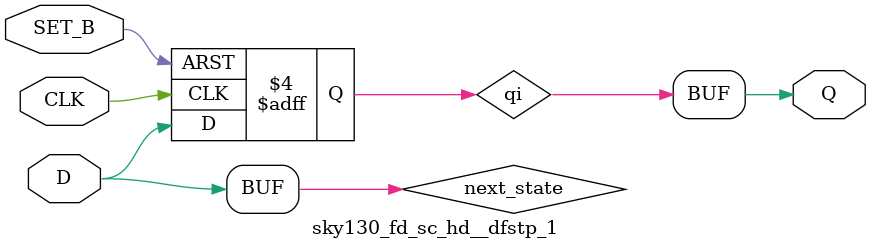
<source format=v>


// Verification Directory fv/asic_top 

module generic_register_REG_WIDTH8(clk, a_reset_n, enable, data_in,
     data_out);
  input clk, a_reset_n, enable;
  input [7:0] data_in;
  output [7:0] data_out;
  wire clk, a_reset_n, enable;
  wire [7:0] data_in;
  wire [7:0] data_out;
  sky130_fd_sc_hd__sdfrtp_1 \reg_data_reg[3] (.RESET_B (a_reset_n),
       .CLK (clk), .D (data_out[3]), .SCD (data_in[3]), .SCE (enable),
       .Q (data_out[3]));
  sky130_fd_sc_hd__sdfrtp_1 \reg_data_reg[2] (.RESET_B (a_reset_n),
       .CLK (clk), .D (data_out[2]), .SCD (data_in[2]), .SCE (enable),
       .Q (data_out[2]));
  sky130_fd_sc_hd__sdfrtp_1 \reg_data_reg[0] (.RESET_B (a_reset_n),
       .CLK (clk), .D (data_out[0]), .SCD (data_in[0]), .SCE (enable),
       .Q (data_out[0]));
  sky130_fd_sc_hd__sdfrtp_1 \reg_data_reg[4] (.RESET_B (a_reset_n),
       .CLK (clk), .D (data_out[4]), .SCD (data_in[4]), .SCE (enable),
       .Q (data_out[4]));
  sky130_fd_sc_hd__sdfrtp_1 \reg_data_reg[6] (.RESET_B (a_reset_n),
       .CLK (clk), .D (data_out[6]), .SCD (data_in[6]), .SCE (enable),
       .Q (data_out[6]));
  sky130_fd_sc_hd__sdfrtp_1 \reg_data_reg[1] (.RESET_B (a_reset_n),
       .CLK (clk), .D (data_out[1]), .SCD (data_in[1]), .SCE (enable),
       .Q (data_out[1]));
  sky130_fd_sc_hd__sdfrtp_1 \reg_data_reg[5] (.RESET_B (a_reset_n),
       .CLK (clk), .D (data_out[5]), .SCD (data_in[5]), .SCE (enable),
       .Q (data_out[5]));
  sky130_fd_sc_hd__sdfrtp_1 \reg_data_reg[7] (.RESET_B (a_reset_n),
       .CLK (clk), .D (data_out[7]), .SCD (data_in[7]), .SCE (enable),
       .Q (data_out[7]));
endmodule

module alu_DATA_WIDTH16(clk, a_reset_n, data_in, opcode, acc_overflow,
     acc_zero, data_out);
  input clk, a_reset_n;
  input [15:0] data_in;
  input [3:0] opcode;
  output acc_overflow, acc_zero;
  output [15:0] data_out;
  wire clk, a_reset_n;
  wire [15:0] data_in;
  wire [3:0] opcode;
  wire acc_overflow, acc_zero;
  wire [15:0] data_out;
  wire [16:0] accumulator;
  wire [15:0] registerA;
  wire n_0, n_1, n_2, n_3, n_4, n_5, n_6, n_7;
  wire n_8, n_9, n_10, n_11, n_12, n_13, n_14, n_15;
  wire n_16, n_17, n_18, n_19, n_20, n_21, n_22, n_23;
  wire n_24, n_25, n_26, n_27, n_28, n_29, n_30, n_31;
  wire n_32, n_33, n_34, n_35, n_36, n_37, n_38, n_39;
  wire n_40, n_41, n_42, n_43, n_44, n_45, n_46, n_47;
  wire n_48, n_49, n_50, n_51, n_52, n_53, n_54, n_55;
  wire n_56, n_57, n_58, n_59, n_60, n_61, n_62, n_63;
  wire n_64, n_65, n_66, n_67, n_68, n_69, n_70, n_71;
  wire n_72, n_73, n_74, n_75, n_76, n_77, n_78, n_79;
  wire n_80, n_81, n_82, n_83, n_84, n_85, n_86, n_87;
  wire n_88, n_89, n_90, n_91, n_92, n_93, n_94, n_95;
  wire n_96, n_97, n_98, n_99, n_100, n_101, n_102, n_103;
  wire n_104, n_105, n_106, n_107, n_108, n_109, n_110, n_111;
  wire n_112, n_113, n_114, n_115, n_116, n_117, n_118, n_119;
  wire n_120, n_121, n_122, n_123, n_124, n_125, n_126, n_127;
  wire n_128, n_129, n_130, n_131, n_132, n_133, n_134, n_135;
  wire n_136, n_137, n_138, n_139, n_140, n_141, n_142, n_143;
  wire n_144, sub_110_49_Y_add_109_49_n_0, sub_110_49_Y_add_109_49_n_1,
       sub_110_49_Y_add_109_49_n_2, sub_110_49_Y_add_109_49_n_3,
       sub_110_49_Y_add_109_49_n_4, sub_110_49_Y_add_109_49_n_5,
       sub_110_49_Y_add_109_49_n_6;
  wire sub_110_49_Y_add_109_49_n_7, sub_110_49_Y_add_109_49_n_8,
       sub_110_49_Y_add_109_49_n_9, sub_110_49_Y_add_109_49_n_10,
       sub_110_49_Y_add_109_49_n_11, sub_110_49_Y_add_109_49_n_12,
       sub_110_49_Y_add_109_49_n_13, sub_110_49_Y_add_109_49_n_14;
  wire sub_110_49_Y_add_109_49_n_15, sub_110_49_Y_add_109_49_n_16,
       sub_110_49_Y_add_109_49_n_17, sub_110_49_Y_add_109_49_n_18,
       sub_110_49_Y_add_109_49_n_19, sub_110_49_Y_add_109_49_n_20,
       sub_110_49_Y_add_109_49_n_21, sub_110_49_Y_add_109_49_n_22;
  wire sub_110_49_Y_add_109_49_n_23, sub_110_49_Y_add_109_49_n_24,
       sub_110_49_Y_add_109_49_n_25, sub_110_49_Y_add_109_49_n_26,
       sub_110_49_Y_add_109_49_n_27, sub_110_49_Y_add_109_49_n_28,
       sub_110_49_Y_add_109_49_n_29, sub_110_49_Y_add_109_49_n_31;
  wire sub_110_49_Y_add_109_49_n_33, sub_110_49_Y_add_109_49_n_34,
       sub_110_49_Y_add_109_49_n_36, sub_110_49_Y_add_109_49_n_37,
       sub_110_49_Y_add_109_49_n_39, sub_110_49_Y_add_109_49_n_40,
       sub_110_49_Y_add_109_49_n_42, sub_110_49_Y_add_109_49_n_43;
  wire sub_110_49_Y_add_109_49_n_45, sub_110_49_Y_add_109_49_n_47,
       sub_110_49_Y_add_109_49_n_49, sub_110_49_Y_add_109_49_n_51,
       sub_110_49_Y_add_109_49_n_53, sub_110_49_Y_add_109_49_n_55,
       sub_110_49_Y_add_109_49_n_57, sub_110_49_Y_add_109_49_n_59;
  wire sub_110_49_Y_add_109_49_n_61, sub_110_49_Y_add_109_49_n_64;
  assign n_125 = opcode[3];
  assign n_124 = opcode[2];
  assign n_123 = opcode[0];
  and g1970__2398 (acc_zero, n_120, n_118, n_119, n_122);
  nor g1971__5107 (n_122, n_121, accumulator[15], accumulator[6]);
  or g1972__6260 (n_121, accumulator[5], accumulator[12],
       accumulator[0]);
  nor g1973__4319 (n_120, accumulator[8], accumulator[10],
       accumulator[9], accumulator[7]);
  nor g1974__8428 (n_119, acc_overflow, accumulator[4], accumulator[3],
       accumulator[2]);
  nor g1975__5526 (n_118, accumulator[14], accumulator[13],
       accumulator[11], accumulator[1]);
  not g1919 (n_126, n_117);
  nor g1920__6783 (n_117, opcode[0], opcode[3]);
  wire w;
  and g2__3680 (n_144, opcode[1], n_117, w);
  not g (w, opcode[2]);
  sky130_fd_sc_hd__dfrtp_1 \accumulator_reg[0] (.RESET_B (a_reset_n),
       .CLK (clk), .D (n_101), .Q (accumulator[0]));
  sky130_fd_sc_hd__dfrtp_1 \accumulator_reg[1] (.RESET_B (a_reset_n),
       .CLK (clk), .D (n_116), .Q (accumulator[1]));
  sky130_fd_sc_hd__dfrtp_1 \accumulator_reg[2] (.RESET_B (a_reset_n),
       .CLK (clk), .D (n_115), .Q (accumulator[2]));
  sky130_fd_sc_hd__dfrtp_1 \accumulator_reg[3] (.RESET_B (a_reset_n),
       .CLK (clk), .D (n_114), .Q (accumulator[3]));
  sky130_fd_sc_hd__dfrtp_1 \accumulator_reg[4] (.RESET_B (a_reset_n),
       .CLK (clk), .D (n_104), .Q (accumulator[4]));
  sky130_fd_sc_hd__dfrtp_1 \accumulator_reg[5] (.RESET_B (a_reset_n),
       .CLK (clk), .D (n_106), .Q (accumulator[5]));
  sky130_fd_sc_hd__dfrtp_1 \accumulator_reg[6] (.RESET_B (a_reset_n),
       .CLK (clk), .D (n_105), .Q (accumulator[6]));
  sky130_fd_sc_hd__dfrtp_1 \accumulator_reg[7] (.RESET_B (a_reset_n),
       .CLK (clk), .D (n_108), .Q (accumulator[7]));
  sky130_fd_sc_hd__dfrtp_1 \accumulator_reg[8] (.RESET_B (a_reset_n),
       .CLK (clk), .D (n_103), .Q (accumulator[8]));
  sky130_fd_sc_hd__dfrtp_1 \accumulator_reg[9] (.RESET_B (a_reset_n),
       .CLK (clk), .D (n_102), .Q (accumulator[9]));
  sky130_fd_sc_hd__dfrtp_1 \accumulator_reg[10] (.RESET_B (a_reset_n),
       .CLK (clk), .D (n_111), .Q (accumulator[10]));
  sky130_fd_sc_hd__dfrtp_1 \accumulator_reg[11] (.RESET_B (a_reset_n),
       .CLK (clk), .D (n_110), .Q (accumulator[11]));
  sky130_fd_sc_hd__dfrtp_1 \accumulator_reg[12] (.RESET_B (a_reset_n),
       .CLK (clk), .D (n_113), .Q (accumulator[12]));
  sky130_fd_sc_hd__dfrtp_1 \accumulator_reg[13] (.RESET_B (a_reset_n),
       .CLK (clk), .D (n_109), .Q (accumulator[13]));
  sky130_fd_sc_hd__dfrtp_1 \accumulator_reg[14] (.RESET_B (a_reset_n),
       .CLK (clk), .D (n_107), .Q (accumulator[14]));
  sky130_fd_sc_hd__dfrtp_1 \accumulator_reg[15] (.RESET_B (a_reset_n),
       .CLK (clk), .D (n_112), .Q (accumulator[15]));
  sky130_fd_sc_hd__dfrtp_1 \accumulator_reg[16] (.RESET_B (a_reset_n),
       .CLK (clk), .D (n_94), .Q (acc_overflow));
  sky130_fd_sc_hd__sdfrtp_1 \data_out_reg[0] (.RESET_B (a_reset_n),
       .CLK (clk), .D (accumulator[0]), .SCD (data_out[0]), .SCE
       (n_34), .Q (data_out[0]));
  sky130_fd_sc_hd__sdfrtp_1 \data_out_reg[1] (.RESET_B (a_reset_n),
       .CLK (clk), .D (accumulator[1]), .SCD (data_out[1]), .SCE
       (n_34), .Q (data_out[1]));
  sky130_fd_sc_hd__sdfrtp_1 \data_out_reg[2] (.RESET_B (a_reset_n),
       .CLK (clk), .D (accumulator[2]), .SCD (data_out[2]), .SCE
       (n_34), .Q (data_out[2]));
  sky130_fd_sc_hd__sdfrtp_1 \data_out_reg[3] (.RESET_B (a_reset_n),
       .CLK (clk), .D (accumulator[3]), .SCD (data_out[3]), .SCE
       (n_34), .Q (data_out[3]));
  sky130_fd_sc_hd__sdfrtp_1 \data_out_reg[4] (.RESET_B (a_reset_n),
       .CLK (clk), .D (accumulator[4]), .SCD (data_out[4]), .SCE
       (n_34), .Q (data_out[4]));
  sky130_fd_sc_hd__sdfrtp_1 \data_out_reg[5] (.RESET_B (a_reset_n),
       .CLK (clk), .D (accumulator[5]), .SCD (data_out[5]), .SCE
       (n_34), .Q (data_out[5]));
  sky130_fd_sc_hd__sdfrtp_1 \data_out_reg[6] (.RESET_B (a_reset_n),
       .CLK (clk), .D (accumulator[6]), .SCD (data_out[6]), .SCE
       (n_34), .Q (data_out[6]));
  sky130_fd_sc_hd__sdfrtp_1 \data_out_reg[7] (.RESET_B (a_reset_n),
       .CLK (clk), .D (accumulator[7]), .SCD (data_out[7]), .SCE
       (n_34), .Q (data_out[7]));
  sky130_fd_sc_hd__sdfrtp_1 \data_out_reg[8] (.RESET_B (a_reset_n),
       .CLK (clk), .D (accumulator[8]), .SCD (data_out[8]), .SCE
       (n_34), .Q (data_out[8]));
  sky130_fd_sc_hd__sdfrtp_1 \data_out_reg[9] (.RESET_B (a_reset_n),
       .CLK (clk), .D (accumulator[9]), .SCD (data_out[9]), .SCE
       (n_34), .Q (data_out[9]));
  sky130_fd_sc_hd__sdfrtp_1 \data_out_reg[10] (.RESET_B (a_reset_n),
       .CLK (clk), .D (accumulator[10]), .SCD (data_out[10]), .SCE
       (n_34), .Q (data_out[10]));
  sky130_fd_sc_hd__sdfrtp_1 \data_out_reg[11] (.RESET_B (a_reset_n),
       .CLK (clk), .D (accumulator[11]), .SCD (data_out[11]), .SCE
       (n_34), .Q (data_out[11]));
  sky130_fd_sc_hd__sdfrtp_1 \data_out_reg[12] (.RESET_B (a_reset_n),
       .CLK (clk), .D (accumulator[12]), .SCD (data_out[12]), .SCE
       (n_34), .Q (data_out[12]));
  sky130_fd_sc_hd__sdfrtp_1 \data_out_reg[13] (.RESET_B (a_reset_n),
       .CLK (clk), .D (accumulator[13]), .SCD (data_out[13]), .SCE
       (n_34), .Q (data_out[13]));
  sky130_fd_sc_hd__sdfrtp_1 \data_out_reg[14] (.RESET_B (a_reset_n),
       .CLK (clk), .D (accumulator[14]), .SCD (data_out[14]), .SCE
       (n_34), .Q (data_out[14]));
  sky130_fd_sc_hd__sdfrtp_1 \data_out_reg[15] (.RESET_B (a_reset_n),
       .CLK (clk), .D (accumulator[15]), .SCD (data_out[15]), .SCE
       (n_34), .Q (data_out[15]));
  sky130_fd_sc_hd__sdfrtp_1 \registerA_reg[0] (.RESET_B (a_reset_n),
       .CLK (clk), .D (registerA[0]), .SCD (data_in[0]), .SCE (n_33),
       .Q (registerA[0]));
  sky130_fd_sc_hd__sdfrtp_1 \registerA_reg[1] (.RESET_B (a_reset_n),
       .CLK (clk), .D (registerA[1]), .SCD (data_in[1]), .SCE (n_33),
       .Q (registerA[1]));
  sky130_fd_sc_hd__sdfrtp_1 \registerA_reg[2] (.RESET_B (a_reset_n),
       .CLK (clk), .D (registerA[2]), .SCD (data_in[2]), .SCE (n_33),
       .Q (registerA[2]));
  sky130_fd_sc_hd__sdfrtp_1 \registerA_reg[3] (.RESET_B (a_reset_n),
       .CLK (clk), .D (registerA[3]), .SCD (data_in[3]), .SCE (n_33),
       .Q (registerA[3]));
  sky130_fd_sc_hd__sdfrtp_1 \registerA_reg[4] (.RESET_B (a_reset_n),
       .CLK (clk), .D (registerA[4]), .SCD (data_in[4]), .SCE (n_33),
       .Q (registerA[4]));
  sky130_fd_sc_hd__sdfrtp_1 \registerA_reg[5] (.RESET_B (a_reset_n),
       .CLK (clk), .D (registerA[5]), .SCD (data_in[5]), .SCE (n_33),
       .Q (registerA[5]));
  sky130_fd_sc_hd__sdfrtp_1 \registerA_reg[6] (.RESET_B (a_reset_n),
       .CLK (clk), .D (registerA[6]), .SCD (data_in[6]), .SCE (n_33),
       .Q (registerA[6]));
  sky130_fd_sc_hd__sdfrtp_1 \registerA_reg[7] (.RESET_B (a_reset_n),
       .CLK (clk), .D (registerA[7]), .SCD (data_in[7]), .SCE (n_33),
       .Q (registerA[7]));
  sky130_fd_sc_hd__sdfrtp_1 \registerA_reg[8] (.RESET_B (a_reset_n),
       .CLK (clk), .D (registerA[8]), .SCD (data_in[8]), .SCE (n_33),
       .Q (registerA[8]));
  sky130_fd_sc_hd__sdfrtp_1 \registerA_reg[9] (.RESET_B (a_reset_n),
       .CLK (clk), .D (registerA[9]), .SCD (data_in[9]), .SCE (n_33),
       .Q (registerA[9]));
  sky130_fd_sc_hd__sdfrtp_1 \registerA_reg[10] (.RESET_B (a_reset_n),
       .CLK (clk), .D (registerA[10]), .SCD (data_in[10]), .SCE (n_33),
       .Q (registerA[10]));
  sky130_fd_sc_hd__sdfrtp_1 \registerA_reg[11] (.RESET_B (a_reset_n),
       .CLK (clk), .D (registerA[11]), .SCD (data_in[11]), .SCE (n_33),
       .Q (registerA[11]));
  sky130_fd_sc_hd__sdfrtp_1 \registerA_reg[12] (.RESET_B (a_reset_n),
       .CLK (clk), .D (registerA[12]), .SCD (data_in[12]), .SCE (n_33),
       .Q (registerA[12]));
  sky130_fd_sc_hd__sdfrtp_1 \registerA_reg[13] (.RESET_B (a_reset_n),
       .CLK (clk), .D (registerA[13]), .SCD (data_in[13]), .SCE (n_33),
       .Q (registerA[13]));
  sky130_fd_sc_hd__sdfrtp_1 \registerA_reg[14] (.RESET_B (a_reset_n),
       .CLK (clk), .D (registerA[14]), .SCD (data_in[14]), .SCE (n_33),
       .Q (registerA[14]));
  sky130_fd_sc_hd__sdfrtp_1 \registerA_reg[15] (.RESET_B (a_reset_n),
       .CLK (clk), .D (registerA[15]), .SCD (data_in[15]), .SCE (n_33),
       .Q (registerA[15]));
  nand g3014__1617 (n_116, n_56, n_4, n_95, n_84);
  nand g3015__2802 (n_115, n_55, n_1, n_98, n_83);
  nand g3016__1705 (n_114, n_54, n_2, n_96, n_80);
  nand g3017__5122 (n_113, n_68, n_0, n_97, n_81);
  nand g3018__8246 (n_112, n_100, n_76);
  nand g3019__7098 (n_111, n_67, n_93, n_69);
  nand g3020__6131 (n_110, n_66, n_92, n_82);
  nand g3021__1881 (n_109, n_65, n_91, n_79);
  nand g3022__5115 (n_108, n_60, n_86, n_71);
  nand g3023__7482 (n_107, n_64, n_90, n_77);
  nand g3024__4733 (n_106, n_62, n_88, n_74);
  nand g3025__6161 (n_105, n_61, n_87, n_73);
  nand g3026__9315 (n_104, n_63, n_89, n_78);
  nand g3027__9945 (n_103, n_59, n_85, n_70);
  nand g3028__2883 (n_102, n_58, n_99, n_53);
  wire w0;
  nand g3029__2346 (n_101, n_72, n_31, n_57, w0);
  or g0 (w0, n_51, n_6);
  wire w1, w2, w3;
  and g3031__1666 (n_100, w1, w2, w3);
  nand g3 (w3, accumulator[15], n_5);
  nand g2 (w2, accumulator[14], n_30);
  nand g1 (w1, n_3, registerA[15]);
  wire w4, w5, w6;
  and g3055__7410 (n_99, w4, w5, w6);
  nand g6 (w6, accumulator[9], n_37);
  nand g5 (w5, accumulator[8], n_30);
  nand g4 (w4, n_36, accumulator[10]);
  wire w7;
  nand g3056__6417 (n_98, w7, accumulator[2]);
  or g7 (w7, n_49, n_35);
  wire w8;
  nand g3057__5477 (n_97, w8, accumulator[12]);
  or g8 (w8, n_47, n_35);
  wire w9;
  nand g3058__2398 (n_96, w9, accumulator[3]);
  or g9 (w9, n_41, n_35);
  wire w10;
  nand g3059__5107 (n_95, w10, accumulator[1]);
  or g10 (w10, n_38, n_35);
  nand g3060__6260 (n_94, n_32, n_75);
  wire w11, w12, w13;
  and g3061__4319 (n_93, w11, w12, w13);
  nand g13 (w13, accumulator[10], n_50);
  nand g12 (w12, accumulator[9], n_30);
  nand g11 (w11, n_36, accumulator[11]);
  wire w14, w15, w16;
  and g3062__8428 (n_92, w14, w15, w16);
  nand g16 (w16, accumulator[11], n_48);
  nand g15 (w15, accumulator[10], n_30);
  nand g14 (w14, n_36, accumulator[12]);
  wire w17, w18, w19;
  and g3063__5526 (n_91, w17, w18, w19);
  nand g19 (w19, accumulator[13], n_46);
  nand g18 (w18, accumulator[12], n_30);
  nand g17 (w17, n_36, accumulator[14]);
  wire w20, w21, w22;
  and g3064__6783 (n_90, w20, w21, w22);
  nand g22 (w22, accumulator[14], n_42);
  nand g21 (w21, accumulator[13], n_30);
  nand g20 (w20, n_36, accumulator[15]);
  wire w23, w24, w25;
  and g3065__3680 (n_89, w23, w24, w25);
  nand g25 (w25, accumulator[4], n_52);
  nand g24 (w24, accumulator[3], n_30);
  nand g23 (w23, n_36, accumulator[5]);
  wire w26, w27, w28;
  and g3066__1617 (n_88, w26, w27, w28);
  nand g28 (w28, accumulator[5], n_45);
  nand g27 (w27, accumulator[4], n_30);
  nand g26 (w26, n_36, accumulator[6]);
  wire w29, w30, w31;
  and g3067__2802 (n_87, w29, w30, w31);
  nand g31 (w31, accumulator[6], n_43);
  nand g30 (w30, accumulator[5], n_30);
  nand g29 (w29, n_36, accumulator[7]);
  wire w32, w33, w34;
  and g3068__1705 (n_86, w32, w33, w34);
  nand g34 (w34, accumulator[7], n_39);
  nand g33 (w33, accumulator[6], n_30);
  nand g32 (w32, n_36, accumulator[8]);
  wire w35, w36, w37;
  and g3069__5122 (n_85, w35, w36, w37);
  nand g37 (w37, accumulator[8], n_40);
  nand g36 (w36, accumulator[7], n_30);
  nand g35 (w35, n_36, accumulator[9]);
  nand g3079__8246 (n_84, n_44, n_128);
  nand g3080__7098 (n_83, n_44, n_129);
  nand g3081__6131 (n_82, n_44, n_138);
  nand g3082__1881 (n_81, n_44, n_139);
  nand g3083__5115 (n_80, n_44, n_130);
  nand g3084__7482 (n_79, n_44, n_140);
  nand g3085__4733 (n_78, n_44, n_131);
  nand g3086__6161 (n_77, n_44, n_141);
  nand g3087__9315 (n_76, n_44, n_142);
  nand g3088__9945 (n_75, n_44, n_143);
  nand g3089__2883 (n_74, n_44, n_132);
  nand g3090__2346 (n_73, n_44, n_133);
  nand g3091__1666 (n_72, n_44, n_127);
  nand g3092__7410 (n_71, n_44, n_134);
  nand g3093__6417 (n_70, n_44, n_135);
  nand g3094__5477 (n_69, n_44, n_137);
  wire w38, w39;
  and g3095__2398 (n_68, w38, w39);
  nand g39 (w39, accumulator[11], n_30);
  nand g38 (w38, accumulator[13], n_36);
  wire w40, w41;
  and g3096__5107 (n_67, w40, w41);
  nand g41 (w41, accumulator[10], n_35);
  nand g40 (w40, registerA[10], n_10, n_29);
  wire w42, w43;
  and g3097__6260 (n_66, w42, w43);
  nand g43 (w43, accumulator[11], n_35);
  nand g42 (w42, registerA[11], n_8, n_29);
  wire w44, w45;
  and g3098__4319 (n_65, w44, w45);
  nand g45 (w45, accumulator[13], n_35);
  nand g44 (w44, registerA[13], n_16, n_29);
  wire w46, w47;
  and g3099__8428 (n_64, w46, w47);
  nand g47 (w47, accumulator[14], n_35);
  nand g46 (w46, registerA[14], n_19, n_29);
  wire w48, w49;
  and g3100__5526 (n_63, w48, w49);
  nand g49 (w49, accumulator[4], n_35);
  nand g48 (w48, registerA[4], n_18, n_29);
  wire w50, w51;
  and g3101__6783 (n_62, w50, w51);
  nand g51 (w51, accumulator[5], n_35);
  nand g50 (w50, registerA[5], n_17, n_29);
  wire w52, w53;
  and g3102__3680 (n_61, w52, w53);
  nand g53 (w53, accumulator[6], n_35);
  nand g52 (w52, registerA[6], n_7, n_29);
  wire w54, w55;
  and g3103__1617 (n_60, w54, w55);
  nand g55 (w55, accumulator[7], n_35);
  nand g54 (w54, registerA[7], n_15, n_29);
  wire w56, w57;
  and g3104__2802 (n_59, w56, w57);
  nand g57 (w57, accumulator[8], n_35);
  nand g56 (w56, registerA[8], n_9, n_29);
  wire w58, w59;
  and g3105__1705 (n_58, w58, w59);
  nand g59 (w59, accumulator[9], n_35);
  nand g58 (w58, registerA[9], n_13, n_29);
  wire w60, w61;
  and g3106__5122 (n_57, w60, w61);
  nand g61 (w61, accumulator[1], n_36);
  nand g60 (w60, n_20, accumulator[0], n_21);
  wire w62, w63;
  and g3107__8246 (n_56, w62, w63);
  nand g63 (w63, accumulator[0], n_30);
  nand g62 (w62, accumulator[2], n_36);
  wire w64, w65;
  and g3108__7098 (n_55, w64, w65);
  nand g65 (w65, accumulator[1], n_30);
  nand g64 (w64, accumulator[3], n_36);
  wire w66, w67;
  and g3109__6131 (n_54, w66, w67);
  nand g67 (w67, accumulator[2], n_30);
  nand g66 (w66, accumulator[4], n_36);
  nand g3110__1881 (n_53, n_44, n_136);
  wire w68, w69;
  nand g3111__5115 (n_52, w68, w69);
  nand g69 (w69, n_26, registerA[4]);
  or g68 (w68, n_22, registerA[4]);
  wire w70;
  nor g3112__7482 (n_51, w70, n_35);
  and g70 (w70, registerA[0], n_26);
  wire w71, w72;
  nand g3113__4733 (n_50, w71, w72);
  nand g72 (w72, n_26, registerA[10]);
  or g71 (w71, n_22, registerA[10]);
  wire w73, w74;
  nand g3114__6161 (n_49, w73, w74);
  nand g74 (w74, n_26, registerA[2]);
  or g73 (w73, n_22, registerA[2]);
  wire w75, w76;
  nand g3115__9315 (n_48, w75, w76);
  nand g76 (w76, n_26, registerA[11]);
  or g75 (w75, n_22, registerA[11]);
  wire w77, w78;
  nand g3116__9945 (n_47, w77, w78);
  nand g78 (w78, n_26, registerA[12]);
  or g77 (w77, n_22, registerA[12]);
  wire w79, w80;
  nand g3117__2883 (n_46, w79, w80);
  nand g80 (w80, n_26, registerA[13]);
  or g79 (w79, n_22, registerA[13]);
  wire w81, w82;
  nand g3118__2346 (n_45, w81, w82);
  nand g82 (w82, n_26, registerA[5]);
  or g81 (w81, n_22, registerA[5]);
  wire w83, w84;
  nand g3120__1666 (n_43, w83, w84);
  nand g84 (w84, n_26, registerA[6]);
  or g83 (w83, n_22, registerA[6]);
  wire w85, w86;
  nand g3121__7410 (n_42, w85, w86);
  nand g86 (w86, n_26, registerA[14]);
  or g85 (w85, n_22, registerA[14]);
  wire w87, w88;
  nand g3122__6417 (n_41, w87, w88);
  nand g88 (w88, n_26, registerA[3]);
  or g87 (w87, n_22, registerA[3]);
  wire w89, w90;
  nand g3123__5477 (n_40, w89, w90);
  nand g90 (w90, n_26, registerA[8]);
  or g89 (w89, n_22, registerA[8]);
  wire w91, w92;
  nand g3124__2398 (n_39, w91, w92);
  nand g92 (w92, n_26, registerA[7]);
  or g91 (w91, n_22, registerA[7]);
  wire w93, w94;
  nand g3125__5107 (n_38, w93, w94);
  nand g94 (w94, n_26, registerA[1]);
  or g93 (w93, n_22, registerA[1]);
  wire w95, w96;
  nand g3126__6260 (n_37, w95, w96);
  nand g96 (w96, n_26, registerA[9]);
  or g95 (w95, n_22, registerA[9]);
  wire w97, w98;
  nand g3128__4319 (n_44, w97, w98);
  or g98 (w98, n_23, n_124);
  or g97 (w97, n_27, n_125);
  wire w99;
  nand g3130__8428 (n_32, w99, acc_overflow);
  or g99 (w99, n_21, n_125);
  wire w100;
  and g3131__5526 (n_36, w100, n_123, n_124, opcode[1]);
  not g100 (w100, n_125);
  wire w101;
  nand g3132__6783 (n_35, w101, n_11);
  or g101 (w101, n_22, n_123);
  wire w102;
  nand g3133__3680 (n_34, w102, n_125);
  not g102 (w102, n_27);
  nor g3134__1617 (n_33, n_24, n_124);
  nand g3138__2802 (n_31, registerA[0], n_6, n_29);
  not g3140 (n_29, n_28);
  nor g3141__1705 (n_30, n_23, n_14);
  nand g3142__5122 (n_28, n_11, n_21);
  not g3143 (n_26, n_25);
  or g3144__8246 (n_24, opcode[1], n_123, n_11);
  nand g3145__7098 (n_27, n_123, n_12, n_14);
  nand g3146__6131 (n_25, n_123, opcode[1], n_14);
  wire w103;
  nand g3147__1881 (n_23, w103, opcode[1]);
  not g103 (w103, n_126);
  not g3148 (n_21, n_22);
  nand g3149__5115 (n_22, n_124, n_12);
  not g3150 (n_20, registerA[0]);
  not g3157 (n_6, accumulator[0]);
  not g3174 (n_19, accumulator[14]);
  not g3178 (n_18, accumulator[4]);
  not g3182 (n_17, accumulator[5]);
  not g3185 (n_16, accumulator[13]);
  not g3189 (n_15, accumulator[7]);
  not g3191 (n_14, n_124);
  not g3193 (n_13, accumulator[9]);
  not g3195 (n_12, opcode[1]);
  not g3199 (n_11, n_125);
  not g3201 (n_10, accumulator[10]);
  not g3204 (n_9, accumulator[8]);
  not g3207 (n_8, accumulator[11]);
  not g3211 (n_7, accumulator[6]);
  wire w104;
  or g1976__7482 (n_5, w104, n_35);
  nor g104 (w104, n_22, registerA[15]);
  wire w105;
  nand g3213__4733 (n_4, registerA[1], n_29, w105);
  not g105 (w105, accumulator[1]);
  wire w106, w107, w108;
  nand g3214__6161 (n_3, w106, w108);
  nand g108 (w108, w107, accumulator[15]);
  not g107 (w107, n_25);
  or g106 (w106, n_28, accumulator[15]);
  wire w109;
  nand g3215__9315 (n_2, registerA[3], n_29, w109);
  not g109 (w109, accumulator[3]);
  wire w110;
  nand g3216__9945 (n_1, registerA[2], n_29, w110);
  not g110 (w110, accumulator[2]);
  wire w111;
  nand g3217__2883 (n_0, registerA[12], n_29, w111);
  not g111 (w111, accumulator[12]);
  wire w112, w113;
  nand sub_110_49_Y_add_109_49_g504__2346 (n_143, w112, w113);
  nand g113 (w113, sub_110_49_Y_add_109_49_n_64,
       sub_110_49_Y_add_109_49_n_18);
  or g112 (w112, sub_110_49_Y_add_109_49_n_64,
       sub_110_49_Y_add_109_49_n_18);
  wire w114, w115, w116, w117, w118, w119, w120, w121;
  wire w122, w123, w124, w125, w126, w127;
  nand g128 (n_142, w121, w127);
  or g127 (w127, w126, accumulator[15]);
  and g126 (w126, w123, w125);
  nand g125 (w125, w124, sub_110_49_Y_add_109_49_n_61);
  not g124 (w124, sub_110_49_Y_add_109_49_n_6);
  nand g123 (w123, w122, sub_110_49_Y_add_109_49_n_6);
  not g122 (w122, sub_110_49_Y_add_109_49_n_61);
  nand g121 (w121, w118, w120, accumulator[15]);
  nand g120 (w120, w119, sub_110_49_Y_add_109_49_n_61);
  not g119 (w119, sub_110_49_Y_add_109_49_n_6);
  nand g118 (w118, w117, sub_110_49_Y_add_109_49_n_6);
  not g117 (w117, sub_110_49_Y_add_109_49_n_61);
  and sub_110_49_Y_add_109_49_g505__1666 (sub_110_49_Y_add_109_49_n_64,
       w115, w116);
  or g116 (w116, sub_110_49_Y_add_109_49_n_61,
       sub_110_49_Y_add_109_49_n_6);
  or g115 (w115, w114, accumulator[15]);
  and g114 (w114, sub_110_49_Y_add_109_49_n_61,
       sub_110_49_Y_add_109_49_n_6);
  wire w128, w129, w130, w131, w132, w133, w134, w135;
  wire w136, w137, w138, w139, w140, w141;
  nand g143 (n_141, w135, w141);
  or g142 (w141, w140, accumulator[14]);
  and g141 (w140, w137, w139);
  nand g140 (w139, w138, sub_110_49_Y_add_109_49_n_59);
  not g139 (w138, sub_110_49_Y_add_109_49_n_4);
  nand g138 (w137, w136, sub_110_49_Y_add_109_49_n_4);
  not g137 (w136, sub_110_49_Y_add_109_49_n_59);
  nand g136 (w135, w132, w134, accumulator[14]);
  nand g135 (w134, w133, sub_110_49_Y_add_109_49_n_59);
  not g134 (w133, sub_110_49_Y_add_109_49_n_4);
  nand g133 (w132, w131, sub_110_49_Y_add_109_49_n_4);
  not g132 (w131, sub_110_49_Y_add_109_49_n_59);
  and sub_110_49_Y_add_109_49_g506__7410 (sub_110_49_Y_add_109_49_n_61,
       w129, w130);
  or g131 (w130, sub_110_49_Y_add_109_49_n_59,
       sub_110_49_Y_add_109_49_n_4);
  or g130 (w129, w128, accumulator[14]);
  and g129 (w128, sub_110_49_Y_add_109_49_n_59,
       sub_110_49_Y_add_109_49_n_4);
  wire w142, w143, w144, w145, w146, w147, w148, w149;
  wire w150, w151, w152, w153, w154, w155;
  nand g158 (n_140, w149, w155);
  or g157 (w155, w154, accumulator[13]);
  and g156 (w154, w151, w153);
  nand g155 (w153, w152, sub_110_49_Y_add_109_49_n_57);
  not g154 (w152, sub_110_49_Y_add_109_49_n_12);
  nand g153 (w151, w150, sub_110_49_Y_add_109_49_n_12);
  not g152 (w150, sub_110_49_Y_add_109_49_n_57);
  nand g151 (w149, w146, w148, accumulator[13]);
  nand g150 (w148, w147, sub_110_49_Y_add_109_49_n_57);
  not g149 (w147, sub_110_49_Y_add_109_49_n_12);
  nand g148 (w146, w145, sub_110_49_Y_add_109_49_n_12);
  not g147 (w145, sub_110_49_Y_add_109_49_n_57);
  and sub_110_49_Y_add_109_49_g507__6417 (sub_110_49_Y_add_109_49_n_59,
       w143, w144);
  or g146 (w144, sub_110_49_Y_add_109_49_n_57,
       sub_110_49_Y_add_109_49_n_12);
  or g145 (w143, w142, accumulator[13]);
  and g144 (w142, sub_110_49_Y_add_109_49_n_57,
       sub_110_49_Y_add_109_49_n_12);
  wire w156, w157, w158, w159, w160, w161, w162, w163;
  wire w164, w165, w166, w167, w168, w169;
  nand g173 (n_139, w163, w169);
  or g172 (w169, w168, accumulator[12]);
  and g171 (w168, w165, w167);
  nand g170 (w167, w166, sub_110_49_Y_add_109_49_n_55);
  not g169 (w166, sub_110_49_Y_add_109_49_n_8);
  nand g168 (w165, w164, sub_110_49_Y_add_109_49_n_8);
  not g167 (w164, sub_110_49_Y_add_109_49_n_55);
  nand g166 (w163, w160, w162, accumulator[12]);
  nand g165 (w162, w161, sub_110_49_Y_add_109_49_n_55);
  not g164 (w161, sub_110_49_Y_add_109_49_n_8);
  nand g163 (w160, w159, sub_110_49_Y_add_109_49_n_8);
  not g162 (w159, sub_110_49_Y_add_109_49_n_55);
  and sub_110_49_Y_add_109_49_g508__5477 (sub_110_49_Y_add_109_49_n_57,
       w157, w158);
  or g161 (w158, sub_110_49_Y_add_109_49_n_55,
       sub_110_49_Y_add_109_49_n_8);
  or g160 (w157, w156, accumulator[12]);
  and g159 (w156, sub_110_49_Y_add_109_49_n_55,
       sub_110_49_Y_add_109_49_n_8);
  wire w170, w171, w172, w173, w174, w175, w176, w177;
  wire w178, w179, w180, w181, w182, w183;
  nand g188 (n_138, w177, w183);
  or g187 (w183, w182, accumulator[11]);
  and g186 (w182, w179, w181);
  nand g185 (w181, w180, sub_110_49_Y_add_109_49_n_53);
  not g184 (w180, sub_110_49_Y_add_109_49_n_5);
  nand g183 (w179, w178, sub_110_49_Y_add_109_49_n_5);
  not g182 (w178, sub_110_49_Y_add_109_49_n_53);
  nand g181 (w177, w174, w176, accumulator[11]);
  nand g180 (w176, w175, sub_110_49_Y_add_109_49_n_53);
  not g179 (w175, sub_110_49_Y_add_109_49_n_5);
  nand g178 (w174, w173, sub_110_49_Y_add_109_49_n_5);
  not g177 (w173, sub_110_49_Y_add_109_49_n_53);
  and sub_110_49_Y_add_109_49_g509__2398 (sub_110_49_Y_add_109_49_n_55,
       w171, w172);
  or g176 (w172, sub_110_49_Y_add_109_49_n_53,
       sub_110_49_Y_add_109_49_n_5);
  or g175 (w171, w170, accumulator[11]);
  and g174 (w170, sub_110_49_Y_add_109_49_n_53,
       sub_110_49_Y_add_109_49_n_5);
  wire w184, w185, w186, w187, w188, w189, w190, w191;
  wire w192, w193, w194, w195, w196, w197;
  nand g203 (n_137, w191, w197);
  or g202 (w197, w196, accumulator[10]);
  and g201 (w196, w193, w195);
  nand g200 (w195, w194, sub_110_49_Y_add_109_49_n_51);
  not g199 (w194, sub_110_49_Y_add_109_49_n_1);
  nand g198 (w193, w192, sub_110_49_Y_add_109_49_n_1);
  not g197 (w192, sub_110_49_Y_add_109_49_n_51);
  nand g196 (w191, w188, w190, accumulator[10]);
  nand g195 (w190, w189, sub_110_49_Y_add_109_49_n_51);
  not g194 (w189, sub_110_49_Y_add_109_49_n_1);
  nand g193 (w188, w187, sub_110_49_Y_add_109_49_n_1);
  not g192 (w187, sub_110_49_Y_add_109_49_n_51);
  and sub_110_49_Y_add_109_49_g510__5107 (sub_110_49_Y_add_109_49_n_53,
       w185, w186);
  or g191 (w186, sub_110_49_Y_add_109_49_n_51,
       sub_110_49_Y_add_109_49_n_1);
  or g190 (w185, w184, accumulator[10]);
  and g189 (w184, sub_110_49_Y_add_109_49_n_51,
       sub_110_49_Y_add_109_49_n_1);
  wire w198, w199, w200, w201, w202, w203, w204, w205;
  wire w206, w207, w208, w209, w210, w211;
  nand g218 (n_136, w205, w211);
  or g217 (w211, w210, accumulator[9]);
  and g216 (w210, w207, w209);
  nand g215 (w209, w208, sub_110_49_Y_add_109_49_n_49);
  not g214 (w208, sub_110_49_Y_add_109_49_n_11);
  nand g213 (w207, w206, sub_110_49_Y_add_109_49_n_11);
  not g212 (w206, sub_110_49_Y_add_109_49_n_49);
  nand g211 (w205, w202, w204, accumulator[9]);
  nand g210 (w204, w203, sub_110_49_Y_add_109_49_n_49);
  not g209 (w203, sub_110_49_Y_add_109_49_n_11);
  nand g208 (w202, w201, sub_110_49_Y_add_109_49_n_11);
  not g207 (w201, sub_110_49_Y_add_109_49_n_49);
  and sub_110_49_Y_add_109_49_g511__6260 (sub_110_49_Y_add_109_49_n_51,
       w199, w200);
  or g206 (w200, sub_110_49_Y_add_109_49_n_49,
       sub_110_49_Y_add_109_49_n_11);
  or g205 (w199, w198, accumulator[9]);
  and g204 (w198, sub_110_49_Y_add_109_49_n_49,
       sub_110_49_Y_add_109_49_n_11);
  wire w212, w213, w214, w215, w216, w217, w218, w219;
  wire w220, w221, w222, w223, w224, w225;
  nand g233 (n_135, w219, w225);
  or g232 (w225, w224, accumulator[8]);
  and g231 (w224, w221, w223);
  nand g230 (w223, w222, sub_110_49_Y_add_109_49_n_47);
  not g229 (w222, sub_110_49_Y_add_109_49_n_10);
  nand g228 (w221, w220, sub_110_49_Y_add_109_49_n_10);
  not g227 (w220, sub_110_49_Y_add_109_49_n_47);
  nand g226 (w219, w216, w218, accumulator[8]);
  nand g225 (w218, w217, sub_110_49_Y_add_109_49_n_47);
  not g224 (w217, sub_110_49_Y_add_109_49_n_10);
  nand g223 (w216, w215, sub_110_49_Y_add_109_49_n_10);
  not g222 (w215, sub_110_49_Y_add_109_49_n_47);
  and sub_110_49_Y_add_109_49_g512__4319 (sub_110_49_Y_add_109_49_n_49,
       w213, w214);
  or g221 (w214, sub_110_49_Y_add_109_49_n_47,
       sub_110_49_Y_add_109_49_n_10);
  or g220 (w213, w212, accumulator[8]);
  and g219 (w212, sub_110_49_Y_add_109_49_n_47,
       sub_110_49_Y_add_109_49_n_10);
  wire w226, w227, w228, w229, w230, w231, w232, w233;
  wire w234, w235, w236, w237, w238, w239;
  nand g248 (n_134, w233, w239);
  or g247 (w239, w238, accumulator[7]);
  and g246 (w238, w235, w237);
  nand g245 (w237, w236, sub_110_49_Y_add_109_49_n_45);
  not g244 (w236, sub_110_49_Y_add_109_49_n_7);
  nand g243 (w235, w234, sub_110_49_Y_add_109_49_n_7);
  not g242 (w234, sub_110_49_Y_add_109_49_n_45);
  nand g241 (w233, w230, w232, accumulator[7]);
  nand g240 (w232, w231, sub_110_49_Y_add_109_49_n_45);
  not g239 (w231, sub_110_49_Y_add_109_49_n_7);
  nand g238 (w230, w229, sub_110_49_Y_add_109_49_n_7);
  not g237 (w229, sub_110_49_Y_add_109_49_n_45);
  and sub_110_49_Y_add_109_49_g513__8428 (sub_110_49_Y_add_109_49_n_47,
       w227, w228);
  or g236 (w228, sub_110_49_Y_add_109_49_n_45,
       sub_110_49_Y_add_109_49_n_7);
  or g235 (w227, w226, accumulator[7]);
  and g234 (w226, sub_110_49_Y_add_109_49_n_45,
       sub_110_49_Y_add_109_49_n_7);
  wire w240, w241, w242, w243, w244, w245, w246, w247;
  wire w248, w249, w250, w251, w252, w253;
  nand g263 (n_133, w247, w253);
  or g262 (w253, w252, accumulator[6]);
  and g261 (w252, w249, w251);
  nand g260 (w251, w250, sub_110_49_Y_add_109_49_n_43);
  not g259 (w250, sub_110_49_Y_add_109_49_n_2);
  nand g258 (w249, w248, sub_110_49_Y_add_109_49_n_2);
  not g257 (w248, sub_110_49_Y_add_109_49_n_43);
  nand g256 (w247, w244, w246, accumulator[6]);
  nand g255 (w246, w245, sub_110_49_Y_add_109_49_n_43);
  not g254 (w245, sub_110_49_Y_add_109_49_n_2);
  nand g253 (w244, w243, sub_110_49_Y_add_109_49_n_2);
  not g252 (w243, sub_110_49_Y_add_109_49_n_43);
  and sub_110_49_Y_add_109_49_g514__5526 (sub_110_49_Y_add_109_49_n_45,
       w241, w242);
  or g251 (w242, sub_110_49_Y_add_109_49_n_43,
       sub_110_49_Y_add_109_49_n_2);
  or g250 (w241, w240, accumulator[6]);
  and g249 (w240, sub_110_49_Y_add_109_49_n_43,
       sub_110_49_Y_add_109_49_n_2);
  wire w254, w255, w256, w257, w258, w259, w260, w261;
  wire w262, w263, w264, w265, w266, w267;
  nand g278 (n_132, w261, w267);
  or g277 (w267, w266, accumulator[5]);
  and g276 (w266, w263, w265);
  nand g275 (w265, w264, sub_110_49_Y_add_109_49_n_42);
  not g274 (w264, sub_110_49_Y_add_109_49_n_3);
  nand g273 (w263, w262, sub_110_49_Y_add_109_49_n_3);
  not g272 (w262, sub_110_49_Y_add_109_49_n_42);
  nand g271 (w261, w258, w260, accumulator[5]);
  nand g270 (w260, w259, sub_110_49_Y_add_109_49_n_42);
  not g269 (w259, sub_110_49_Y_add_109_49_n_3);
  nand g268 (w258, w257, sub_110_49_Y_add_109_49_n_3);
  not g267 (w257, sub_110_49_Y_add_109_49_n_42);
  and sub_110_49_Y_add_109_49_g515__6783 (sub_110_49_Y_add_109_49_n_43,
       w255, w256);
  or g266 (w256, sub_110_49_Y_add_109_49_n_42,
       sub_110_49_Y_add_109_49_n_3);
  or g265 (w255, w254, accumulator[5]);
  and g264 (w254, sub_110_49_Y_add_109_49_n_42,
       sub_110_49_Y_add_109_49_n_3);
  nand sub_110_49_Y_add_109_49_g516__3680
       (sub_110_49_Y_add_109_49_n_42, sub_110_49_Y_add_109_49_n_21,
       sub_110_49_Y_add_109_49_n_40);
  wire w268, w269, w270, w271;
  nand sub_110_49_Y_add_109_49_g517__1617 (n_131, w269, w271);
  nand g282 (w271, w270, sub_110_49_Y_add_109_49_n_39);
  not g281 (w270, sub_110_49_Y_add_109_49_n_27);
  nand g280 (w269, w268, sub_110_49_Y_add_109_49_n_27);
  not g279 (w268, sub_110_49_Y_add_109_49_n_39);
  wire w272;
  nand sub_110_49_Y_add_109_49_g518__2802
       (sub_110_49_Y_add_109_49_n_40, w272,
       sub_110_49_Y_add_109_49_n_39);
  or g283 (w272, sub_110_49_Y_add_109_49_n_9, accumulator[4]);
  nand sub_110_49_Y_add_109_49_g519__1705
       (sub_110_49_Y_add_109_49_n_39, sub_110_49_Y_add_109_49_n_22,
       sub_110_49_Y_add_109_49_n_37);
  wire w273, w274, w275, w276;
  nand sub_110_49_Y_add_109_49_g520__5122 (n_130, w274, w276);
  nand g287 (w276, w275, sub_110_49_Y_add_109_49_n_36);
  not g286 (w275, sub_110_49_Y_add_109_49_n_28);
  nand g285 (w274, w273, sub_110_49_Y_add_109_49_n_28);
  not g284 (w273, sub_110_49_Y_add_109_49_n_36);
  wire w277;
  nand sub_110_49_Y_add_109_49_g521__8246
       (sub_110_49_Y_add_109_49_n_37, w277,
       sub_110_49_Y_add_109_49_n_36);
  or g288 (w277, sub_110_49_Y_add_109_49_n_13, accumulator[3]);
  nand sub_110_49_Y_add_109_49_g522__7098
       (sub_110_49_Y_add_109_49_n_36, sub_110_49_Y_add_109_49_n_20,
       sub_110_49_Y_add_109_49_n_34);
  wire w278, w279, w280, w281;
  nand sub_110_49_Y_add_109_49_g523__6131 (n_129, w279, w281);
  nand g292 (w281, w280, sub_110_49_Y_add_109_49_n_33);
  not g291 (w280, sub_110_49_Y_add_109_49_n_26);
  nand g290 (w279, w278, sub_110_49_Y_add_109_49_n_26);
  not g289 (w278, sub_110_49_Y_add_109_49_n_33);
  wire w282;
  nand sub_110_49_Y_add_109_49_g524__1881
       (sub_110_49_Y_add_109_49_n_34, w282,
       sub_110_49_Y_add_109_49_n_33);
  or g293 (w282, sub_110_49_Y_add_109_49_n_14, accumulator[2]);
  nand sub_110_49_Y_add_109_49_g525__5115
       (sub_110_49_Y_add_109_49_n_33, sub_110_49_Y_add_109_49_n_23,
       sub_110_49_Y_add_109_49_n_31);
  wire w283, w284, w285, w286;
  nand sub_110_49_Y_add_109_49_g526__7482 (n_128, w284, w286);
  nand g297 (w286, w285, sub_110_49_Y_add_109_49_n_29);
  not g296 (w285, sub_110_49_Y_add_109_49_n_24);
  nand g295 (w284, w283, sub_110_49_Y_add_109_49_n_24);
  not g294 (w283, sub_110_49_Y_add_109_49_n_29);
  wire w287;
  nand sub_110_49_Y_add_109_49_g527__4733
       (sub_110_49_Y_add_109_49_n_31, w287,
       sub_110_49_Y_add_109_49_n_24);
  or g298 (w287, sub_110_49_Y_add_109_49_n_15, accumulator[1]);
  wire w288, w289, w290, w291;
  nand sub_110_49_Y_add_109_49_g528__6161 (n_127, w289, w291);
  nand g302 (w291, w290, sub_110_49_Y_add_109_49_n_25);
  not g301 (w290, n_144);
  nand g300 (w289, w288, n_144);
  not g299 (w288, sub_110_49_Y_add_109_49_n_25);
  wire w292, w293, w294, w295;
  nand sub_110_49_Y_add_109_49_g529__9315
       (sub_110_49_Y_add_109_49_n_29, w293, w295);
  nand g306 (w295, w294, sub_110_49_Y_add_109_49_n_15);
  not g305 (w294, accumulator[1]);
  nand g304 (w293, w292, accumulator[1]);
  not g303 (w292, sub_110_49_Y_add_109_49_n_15);
  wire w296, w297, w298, w299;
  nand sub_110_49_Y_add_109_49_g530__9945
       (sub_110_49_Y_add_109_49_n_28, w297, w299);
  nand g310 (w299, w298, sub_110_49_Y_add_109_49_n_13);
  not g309 (w298, accumulator[3]);
  nand g308 (w297, w296, accumulator[3]);
  not g307 (w296, sub_110_49_Y_add_109_49_n_13);
  wire w300, w301, w302, w303;
  nand sub_110_49_Y_add_109_49_g531__2883
       (sub_110_49_Y_add_109_49_n_27, w301, w303);
  nand g314 (w303, w302, sub_110_49_Y_add_109_49_n_9);
  not g313 (w302, accumulator[4]);
  nand g312 (w301, w300, accumulator[4]);
  not g311 (w300, sub_110_49_Y_add_109_49_n_9);
  wire w304, w305, w306, w307;
  nand sub_110_49_Y_add_109_49_g532__2346
       (sub_110_49_Y_add_109_49_n_26, w305, w307);
  nand g318 (w307, w306, sub_110_49_Y_add_109_49_n_14);
  not g317 (w306, accumulator[2]);
  nand g316 (w305, w304, accumulator[2]);
  not g315 (w304, sub_110_49_Y_add_109_49_n_14);
  wire w308, w309;
  nand sub_110_49_Y_add_109_49_g533__1666
       (sub_110_49_Y_add_109_49_n_25, w308, w309);
  nand g320 (w309, sub_110_49_Y_add_109_49_n_17, accumulator[0]);
  or g319 (w308, sub_110_49_Y_add_109_49_n_17, accumulator[0]);
  nand sub_110_49_Y_add_109_49_g534__7410
       (sub_110_49_Y_add_109_49_n_24, sub_110_49_Y_add_109_49_n_0,
       sub_110_49_Y_add_109_49_n_19);
  nand sub_110_49_Y_add_109_49_g535__6417
       (sub_110_49_Y_add_109_49_n_23, accumulator[1],
       sub_110_49_Y_add_109_49_n_15);
  nand sub_110_49_Y_add_109_49_g536__5477
       (sub_110_49_Y_add_109_49_n_22, accumulator[3],
       sub_110_49_Y_add_109_49_n_13);
  nand sub_110_49_Y_add_109_49_g537__2398
       (sub_110_49_Y_add_109_49_n_21, accumulator[4],
       sub_110_49_Y_add_109_49_n_9);
  nand sub_110_49_Y_add_109_49_g538__5107
       (sub_110_49_Y_add_109_49_n_20, accumulator[2],
       sub_110_49_Y_add_109_49_n_14);
  wire w310;
  nand sub_110_49_Y_add_109_49_g539__6260
       (sub_110_49_Y_add_109_49_n_19, w310,
       sub_110_49_Y_add_109_49_n_16);
  or g321 (w310, n_144, accumulator[0]);
  not sub_110_49_Y_add_109_49_g540 (sub_110_49_Y_add_109_49_n_17,
       sub_110_49_Y_add_109_49_n_16);
  wire w311, w312;
  nand sub_110_49_Y_add_109_49_g541__4319
       (sub_110_49_Y_add_109_49_n_18, w311, w312);
  nand g323 (w312, n_144, acc_overflow);
  or g322 (w311, n_144, acc_overflow);
  wire w313, w314, w315, w316;
  nand sub_110_49_Y_add_109_49_g542__8428
       (sub_110_49_Y_add_109_49_n_16, w314, w316);
  nand g327 (w316, w315, n_144);
  not g326 (w315, registerA[0]);
  nand g325 (w314, w313, registerA[0]);
  not g324 (w313, n_144);
  wire w317, w318, w319, w320;
  nand sub_110_49_Y_add_109_49_g543__5526
       (sub_110_49_Y_add_109_49_n_15, w318, w320);
  nand g331 (w320, w319, n_144);
  not g330 (w319, registerA[1]);
  nand g329 (w318, w317, registerA[1]);
  not g328 (w317, n_144);
  wire w321, w322, w323, w324;
  nand sub_110_49_Y_add_109_49_g544__6783
       (sub_110_49_Y_add_109_49_n_12, w322, w324);
  nand g335 (w324, w323, n_144);
  not g334 (w323, registerA[13]);
  nand g333 (w322, w321, registerA[13]);
  not g332 (w321, n_144);
  wire w325, w326, w327, w328;
  nand sub_110_49_Y_add_109_49_g545__3680
       (sub_110_49_Y_add_109_49_n_11, w326, w328);
  nand g339 (w328, w327, n_144);
  not g338 (w327, registerA[9]);
  nand g337 (w326, w325, registerA[9]);
  not g336 (w325, n_144);
  wire w329, w330, w331, w332;
  nand sub_110_49_Y_add_109_49_g546__1617
       (sub_110_49_Y_add_109_49_n_10, w330, w332);
  nand g343 (w332, w331, n_144);
  not g342 (w331, registerA[8]);
  nand g341 (w330, w329, registerA[8]);
  not g340 (w329, n_144);
  wire w333, w334, w335, w336;
  nand sub_110_49_Y_add_109_49_g547__2802
       (sub_110_49_Y_add_109_49_n_14, w334, w336);
  nand g347 (w336, w335, n_144);
  not g346 (w335, registerA[2]);
  nand g345 (w334, w333, registerA[2]);
  not g344 (w333, n_144);
  wire w337, w338, w339, w340;
  nand sub_110_49_Y_add_109_49_g548__1705
       (sub_110_49_Y_add_109_49_n_13, w338, w340);
  nand g351 (w340, w339, n_144);
  not g350 (w339, registerA[3]);
  nand g349 (w338, w337, registerA[3]);
  not g348 (w337, n_144);
  wire w341, w342, w343, w344;
  nand sub_110_49_Y_add_109_49_g549__5122 (sub_110_49_Y_add_109_49_n_8,
       w342, w344);
  nand g355 (w344, w343, n_144);
  not g354 (w343, registerA[12]);
  nand g353 (w342, w341, registerA[12]);
  not g352 (w341, n_144);
  wire w345, w346, w347, w348;
  nand sub_110_49_Y_add_109_49_g550__8246 (sub_110_49_Y_add_109_49_n_7,
       w346, w348);
  nand g359 (w348, w347, n_144);
  not g358 (w347, registerA[7]);
  nand g357 (w346, w345, registerA[7]);
  not g356 (w345, n_144);
  wire w349, w350, w351, w352;
  nand sub_110_49_Y_add_109_49_g551__7098 (sub_110_49_Y_add_109_49_n_6,
       w350, w352);
  nand g363 (w352, w351, n_144);
  not g362 (w351, registerA[15]);
  nand g361 (w350, w349, registerA[15]);
  not g360 (w349, n_144);
  wire w353, w354, w355, w356;
  nand sub_110_49_Y_add_109_49_g552__6131 (sub_110_49_Y_add_109_49_n_5,
       w354, w356);
  nand g367 (w356, w355, n_144);
  not g366 (w355, registerA[11]);
  nand g365 (w354, w353, registerA[11]);
  not g364 (w353, n_144);
  wire w357, w358, w359, w360;
  nand sub_110_49_Y_add_109_49_g553__1881 (sub_110_49_Y_add_109_49_n_9,
       w358, w360);
  nand g371 (w360, w359, n_144);
  not g370 (w359, registerA[4]);
  nand g369 (w358, w357, registerA[4]);
  not g368 (w357, n_144);
  wire w361, w362, w363, w364;
  nand sub_110_49_Y_add_109_49_g554__5115 (sub_110_49_Y_add_109_49_n_4,
       w362, w364);
  nand g375 (w364, w363, n_144);
  not g374 (w363, registerA[14]);
  nand g373 (w362, w361, registerA[14]);
  not g372 (w361, n_144);
  wire w365, w366, w367, w368;
  nand sub_110_49_Y_add_109_49_g555__7482 (sub_110_49_Y_add_109_49_n_3,
       w366, w368);
  nand g379 (w368, w367, n_144);
  not g378 (w367, registerA[5]);
  nand g377 (w366, w365, registerA[5]);
  not g376 (w365, n_144);
  wire w369, w370, w371, w372;
  nand sub_110_49_Y_add_109_49_g556__4733 (sub_110_49_Y_add_109_49_n_2,
       w370, w372);
  nand g383 (w372, w371, n_144);
  not g382 (w371, registerA[6]);
  nand g381 (w370, w369, registerA[6]);
  not g380 (w369, n_144);
  wire w373, w374, w375, w376;
  nand sub_110_49_Y_add_109_49_g557__6161 (sub_110_49_Y_add_109_49_n_1,
       w374, w376);
  nand g387 (w376, w375, n_144);
  not g386 (w375, registerA[10]);
  nand g385 (w374, w373, registerA[10]);
  not g384 (w373, n_144);
  nand sub_110_49_Y_add_109_49_g558__9315 (sub_110_49_Y_add_109_49_n_0,
       accumulator[0], n_144);
endmodule

module clk_led(clk, a_reset_n, led_out);
  input clk, a_reset_n;
  output led_out;
  wire clk, a_reset_n;
  wire led_out;
  wire [31:0] counter;
  wire inc_add_45_28_n_0, inc_add_45_28_n_1, inc_add_45_28_n_2,
       inc_add_45_28_n_3, inc_add_45_28_n_4, inc_add_45_28_n_5,
       inc_add_45_28_n_7, inc_add_45_28_n_8;
  wire inc_add_45_28_n_9, inc_add_45_28_n_11, inc_add_45_28_n_12,
       inc_add_45_28_n_13, inc_add_45_28_n_15, inc_add_45_28_n_16,
       inc_add_45_28_n_18, inc_add_45_28_n_19;
  wire inc_add_45_28_n_20, inc_add_45_28_n_23, inc_add_45_28_n_24,
       inc_add_45_28_n_25, inc_add_45_28_n_29, inc_add_45_28_n_30,
       inc_add_45_28_n_31, inc_add_45_28_n_34;
  wire inc_add_45_28_n_35, inc_add_45_28_n_36, inc_add_45_28_n_37,
       inc_add_45_28_n_38, inc_add_45_28_n_43, inc_add_45_28_n_44,
       inc_add_45_28_n_45, inc_add_45_28_n_47;
  wire inc_add_45_28_n_51, inc_add_45_28_n_52, inc_add_45_28_n_57,
       inc_add_45_28_n_60, n_0, n_1, n_2, n_3;
  wire n_4, n_5, n_6, n_7, n_8, n_9, n_10, n_11;
  wire n_12, n_13, n_14, n_15, n_16, n_17, n_18, n_19;
  wire n_20, n_21, n_22, n_23, n_24, n_25, n_26, n_27;
  wire n_28, n_29, n_30, n_31, n_32, n_33, n_34, n_35;
  wire n_36, n_37, n_38, n_39, n_40, n_41, n_42, n_43;
  wire n_44, n_46, n_47, n_48, n_49, n_50, n_51, n_52;
  wire n_53, n_54, n_55, n_56, n_57, n_58, n_59, n_60;
  wire n_61, n_62, n_63, n_64, n_65, n_66, n_67, n_68;
  wire n_69, n_70, n_71, n_72, n_73, n_74, n_75, n_76;
  not g163 (n_44, a_reset_n);
  sky130_fd_sc_hd__sdfrtp_1 led_state_reg(.RESET_B (n_44), .CLK (clk),
       .D (n_11), .SCD (n_10), .SCE (led_out), .Q (led_out));
  sky130_fd_sc_hd__dfrtp_1 \counter_reg[29] (.RESET_B (n_44), .CLK
       (clk), .D (n_43), .Q (counter[29]));
  sky130_fd_sc_hd__dfrtp_1 \counter_reg[15] (.RESET_B (n_44), .CLK
       (clk), .D (n_28), .Q (counter[15]));
  sky130_fd_sc_hd__dfrtp_1 \counter_reg[16] (.RESET_B (n_44), .CLK
       (clk), .D (n_41), .Q (counter[16]));
  sky130_fd_sc_hd__dfrtp_1 \counter_reg[17] (.RESET_B (n_44), .CLK
       (clk), .D (n_42), .Q (counter[17]));
  sky130_fd_sc_hd__dfrtp_1 \counter_reg[18] (.RESET_B (n_44), .CLK
       (clk), .D (n_40), .Q (counter[18]));
  sky130_fd_sc_hd__dfrtp_1 \counter_reg[19] (.RESET_B (n_44), .CLK
       (clk), .D (n_39), .Q (counter[19]));
  sky130_fd_sc_hd__dfrtp_1 \counter_reg[20] (.RESET_B (n_44), .CLK
       (clk), .D (n_38), .Q (counter[20]));
  sky130_fd_sc_hd__dfrtp_1 \counter_reg[21] (.RESET_B (n_44), .CLK
       (clk), .D (n_37), .Q (counter[21]));
  sky130_fd_sc_hd__dfrtp_1 \counter_reg[22] (.RESET_B (n_44), .CLK
       (clk), .D (n_36), .Q (counter[22]));
  sky130_fd_sc_hd__dfrtp_1 \counter_reg[23] (.RESET_B (n_44), .CLK
       (clk), .D (n_35), .Q (counter[23]));
  sky130_fd_sc_hd__dfrtp_1 \counter_reg[24] (.RESET_B (n_44), .CLK
       (clk), .D (n_34), .Q (counter[24]));
  sky130_fd_sc_hd__dfrtp_1 \counter_reg[25] (.RESET_B (n_44), .CLK
       (clk), .D (n_32), .Q (counter[25]));
  sky130_fd_sc_hd__dfrtp_1 \counter_reg[26] (.RESET_B (n_44), .CLK
       (clk), .D (n_31), .Q (counter[26]));
  sky130_fd_sc_hd__dfrtp_1 \counter_reg[27] (.RESET_B (n_44), .CLK
       (clk), .D (n_30), .Q (counter[27]));
  sky130_fd_sc_hd__dfrtp_1 \counter_reg[28] (.RESET_B (n_44), .CLK
       (clk), .D (n_29), .Q (counter[28]));
  sky130_fd_sc_hd__dfrtp_1 \counter_reg[1] (.RESET_B (n_44), .CLK
       (clk), .D (n_26), .Q (counter[1]));
  sky130_fd_sc_hd__dfrtp_1 \counter_reg[7] (.RESET_B (n_44), .CLK
       (clk), .D (n_19), .Q (counter[7]));
  sky130_fd_sc_hd__dfrtp_1 \counter_reg[31] (.RESET_B (n_44), .CLK
       (clk), .D (n_12), .Q (counter[31]));
  sky130_fd_sc_hd__dfrtp_1 \counter_reg[2] (.RESET_B (n_44), .CLK
       (clk), .D (n_25), .Q (counter[2]));
  sky130_fd_sc_hd__dfrtp_1 \counter_reg[3] (.RESET_B (n_44), .CLK
       (clk), .D (n_23), .Q (counter[3]));
  sky130_fd_sc_hd__dfrtp_1 \counter_reg[4] (.RESET_B (n_44), .CLK
       (clk), .D (n_22), .Q (counter[4]));
  sky130_fd_sc_hd__dfrtp_1 \counter_reg[5] (.RESET_B (n_44), .CLK
       (clk), .D (n_21), .Q (counter[5]));
  sky130_fd_sc_hd__dfrtp_1 \counter_reg[6] (.RESET_B (n_44), .CLK
       (clk), .D (n_20), .Q (counter[6]));
  sky130_fd_sc_hd__dfrtp_1 \counter_reg[30] (.RESET_B (n_44), .CLK
       (clk), .D (n_33), .Q (counter[30]));
  sky130_fd_sc_hd__dfrtp_1 \counter_reg[8] (.RESET_B (n_44), .CLK
       (clk), .D (n_18), .Q (counter[8]));
  sky130_fd_sc_hd__dfrtp_1 \counter_reg[9] (.RESET_B (n_44), .CLK
       (clk), .D (n_17), .Q (counter[9]));
  sky130_fd_sc_hd__dfrtp_1 \counter_reg[10] (.RESET_B (n_44), .CLK
       (clk), .D (n_16), .Q (counter[10]));
  sky130_fd_sc_hd__dfrtp_1 \counter_reg[11] (.RESET_B (n_44), .CLK
       (clk), .D (n_15), .Q (counter[11]));
  sky130_fd_sc_hd__dfrtp_1 \counter_reg[12] (.RESET_B (n_44), .CLK
       (clk), .D (n_14), .Q (counter[12]));
  sky130_fd_sc_hd__dfrtp_1 \counter_reg[13] (.RESET_B (n_44), .CLK
       (clk), .D (n_13), .Q (counter[13]));
  sky130_fd_sc_hd__dfrtp_1 \counter_reg[14] (.RESET_B (n_44), .CLK
       (clk), .D (n_27), .Q (counter[14]));
  sky130_fd_sc_hd__dfrtp_1 \counter_reg[0] (.RESET_B (n_44), .CLK
       (clk), .D (n_24), .Q (counter[0]));
  wire w377;
  and g316__9945 (n_42, w377, n_60);
  not g388 (w377, n_11);
  wire w378;
  and g317__2883 (n_41, w378, n_61);
  not g389 (w378, n_11);
  wire w379;
  and g318__2346 (n_40, w379, n_59);
  not g390 (w379, n_11);
  wire w380;
  and g319__1666 (n_39, w380, n_58);
  not g391 (w380, n_11);
  wire w381;
  and g320__7410 (n_38, w381, n_57);
  not g392 (w381, n_11);
  wire w382;
  and g321__6417 (n_37, w382, n_56);
  not g393 (w382, n_11);
  wire w383;
  and g322__5477 (n_36, w383, n_55);
  not g394 (w383, n_11);
  wire w384;
  and g323__2398 (n_35, w384, n_54);
  not g395 (w384, n_11);
  wire w385;
  and g324__5107 (n_34, w385, n_53);
  not g396 (w385, n_11);
  wire w386;
  and g327__6260 (n_31, w386, n_51);
  not g397 (w386, n_11);
  wire w387;
  and g330__4319 (n_28, w387, n_62);
  not g398 (w387, n_11);
  wire w388;
  and g331__8428 (n_27, w388, n_63);
  not g399 (w388, n_11);
  wire w389;
  and g332__5526 (n_26, w389, n_76);
  not g400 (w389, n_11);
  wire w390;
  and g333__6783 (n_25, w390, n_75);
  not g401 (w390, n_11);
  wire w391;
  and g335__3680 (n_23, w391, n_74);
  not g402 (w391, n_11);
  wire w392;
  and g336__1617 (n_22, w392, n_73);
  not g403 (w392, n_11);
  wire w393;
  and g337__2802 (n_21, w393, n_72);
  not g404 (w393, n_11);
  wire w394;
  and g338__1705 (n_20, w394, n_71);
  not g405 (w394, n_11);
  wire w395;
  and g339__5122 (n_19, w395, n_70);
  not g406 (w395, n_11);
  wire w396;
  and g340__8246 (n_18, w396, n_69);
  not g407 (w396, n_11);
  wire w397;
  and g341__7098 (n_17, w397, n_68);
  not g408 (w397, n_11);
  wire w398;
  and g342__6131 (n_16, w398, n_67);
  not g409 (w398, n_11);
  wire w399;
  and g345__1881 (n_13, w399, n_64);
  not g410 (w399, n_11);
  not g347 (n_11, n_10);
  nand g348__5115 (n_10, n_1, n_4, n_8, n_9);
  nor g349__7482 (n_9, n_2, n_3, n_7, n_6);
  nor g350__4733 (n_8, n_5, n_0, counter[30], counter[29]);
  nand g351__6161 (n_7, counter[13], counter[16], counter[14],
       counter[15]);
  nand g352__9315 (n_6, counter[1], counter[4], counter[2], counter[3]);
  nand g353__9945 (n_5, counter[21], counter[24], counter[22],
       counter[23]);
  wire w400, w401, w402;
  and g354__2883 (n_4, w402, counter[26], w401, w400);
  not g413 (w402, counter[25]);
  not g412 (w401, counter[28]);
  not g411 (w400, counter[27]);
  or g355__2346 (n_3, counter[10], counter[11], counter[12],
       counter[9]);
  wire w403;
  nand g356__1666 (n_2, w403, counter[7], counter[5], counter[6]);
  not g414 (w403, counter[8]);
  wire w404, w405;
  and g357__7410 (n_1, w405, counter[18], w404, counter[20]);
  not g416 (w405, counter[19]);
  not g415 (w404, counter[17]);
  wire w406;
  nand g358__6417 (n_0, w406, counter[0]);
  not g417 (w406, counter[31]);
  wire w407, w408;
  nand inc_add_45_28_g476__5477 (n_58, w407, w408);
  nand g419 (w408, inc_add_45_28_n_60, counter[19]);
  or g418 (w407, inc_add_45_28_n_60, counter[19]);
  wire w409, w410;
  nand inc_add_45_28_g477__2398 (n_66, w409, w410);
  nand g421 (w410, inc_add_45_28_n_51, counter[11]);
  or g420 (w409, inc_add_45_28_n_51, counter[11]);
  wire w411, w412;
  nand inc_add_45_28_g478__5107 (n_46, w411, w412);
  nand g423 (w412, inc_add_45_28_n_52, counter[31]);
  or g422 (w411, inc_add_45_28_n_52, counter[31]);
  wire w413;
  and inc_add_45_28_g479__6260 (n_59, w413, inc_add_45_28_n_60);
  or g424 (w413, inc_add_45_28_n_57, counter[18]);
  wire w414, w415;
  nand inc_add_45_28_g480__4319 (n_48, w414, w415);
  nand g426 (w415, inc_add_45_28_n_45, counter[29]);
  or g425 (w414, inc_add_45_28_n_45, counter[29]);
  wire w416, w417;
  nand inc_add_45_28_g481__8428 (n_50, w416, w417);
  nand g428 (w417, inc_add_45_28_n_44, counter[27]);
  or g427 (w416, inc_add_45_28_n_44, counter[27]);
  nand inc_add_45_28_g482__5526 (inc_add_45_28_n_60, counter[18],
       inc_add_45_28_n_57);
  wire w418, w419;
  nand inc_add_45_28_g483__6783 (n_54, w418, w419);
  nand g430 (w419, inc_add_45_28_n_35, counter[23]);
  or g429 (w418, inc_add_45_28_n_35, counter[23]);
  wire w420, w421;
  nand inc_add_45_28_g484__3680 (n_52, w420, w421);
  nand g432 (w421, inc_add_45_28_n_36, counter[25]);
  or g431 (w420, inc_add_45_28_n_36, counter[25]);
  wire w422, w423, w424, w425;
  nand g437 (n_60, w423, w425);
  nand g436 (w425, w424, inc_add_45_28_n_38);
  not g435 (w424, counter[17]);
  nand g434 (w423, w422, counter[17]);
  not g433 (w422, inc_add_45_28_n_38);
  and inc_add_45_28_g485__1617 (inc_add_45_28_n_57, inc_add_45_28_n_38,
       counter[17]);
  wire w426;
  and inc_add_45_28_g486__2802 (n_67, w426, inc_add_45_28_n_51);
  or g438 (w426, inc_add_45_28_n_47, counter[10]);
  wire w427;
  and inc_add_45_28_g487__1705 (n_47, w427, inc_add_45_28_n_52);
  or g439 (w427, inc_add_45_28_n_43, counter[30]);
  wire w428, w429;
  nand inc_add_45_28_g488__5122 (n_56, w428, w429);
  nand g441 (w429, inc_add_45_28_n_30, counter[21]);
  or g440 (w428, inc_add_45_28_n_30, counter[21]);
  nand inc_add_45_28_g489__8246 (inc_add_45_28_n_52, counter[30],
       inc_add_45_28_n_43);
  nand inc_add_45_28_g490__7098 (inc_add_45_28_n_51, counter[10],
       inc_add_45_28_n_47);
  wire w430;
  and inc_add_45_28_g491__6131 (n_49, w430, inc_add_45_28_n_45);
  or g442 (w430, inc_add_45_28_n_34, counter[28]);
  wire w431;
  and inc_add_45_28_g492__1881 (n_51, w431, inc_add_45_28_n_44);
  or g443 (w431, inc_add_45_28_n_37, counter[26]);
  wire w432, w433;
  nand inc_add_45_28_g493__5115 (n_62, w432, w433);
  nand g445 (w433, inc_add_45_28_n_23, counter[15]);
  or g444 (w432, inc_add_45_28_n_23, counter[15]);
  wire w434, w435, w436, w437;
  nand g450 (n_68, w435, w437);
  nand g449 (w437, w436, inc_add_45_28_n_25);
  not g448 (w436, counter[9]);
  nand g447 (w435, w434, counter[9]);
  not g446 (w434, inc_add_45_28_n_25);
  and inc_add_45_28_g494__7482 (inc_add_45_28_n_47, inc_add_45_28_n_25,
       counter[9]);
  nand inc_add_45_28_g495__4733 (inc_add_45_28_n_45, counter[28],
       inc_add_45_28_n_34);
  nand inc_add_45_28_g496__6161 (inc_add_45_28_n_44, counter[26],
       inc_add_45_28_n_37);
  and inc_add_45_28_g497__9315 (inc_add_45_28_n_43, counter[28],
       counter[29], inc_add_45_28_n_34);
  wire w438;
  and inc_add_45_28_g498__9945 (n_53, w438, inc_add_45_28_n_36);
  or g451 (w438, inc_add_45_28_n_29, counter[24]);
  wire w439;
  and inc_add_45_28_g499__2883 (n_55, w439, inc_add_45_28_n_35);
  or g452 (w439, inc_add_45_28_n_31, counter[22]);
  wire w440, w441;
  nand inc_add_45_28_g500__2346 (n_64, w440, w441);
  nand g454 (w441, inc_add_45_28_n_19, counter[13]);
  or g453 (w440, inc_add_45_28_n_19, counter[13]);
  wire w442, w443, w444, w445;
  nand g459 (n_61, w443, w445);
  nand g458 (w445, w444, inc_add_45_28_n_18);
  not g457 (w444, counter[16]);
  nand g456 (w443, w442, counter[16]);
  not g455 (w442, inc_add_45_28_n_18);
  and inc_add_45_28_g501__1666 (inc_add_45_28_n_38, inc_add_45_28_n_18,
       counter[16]);
  wire w446;
  and inc_add_45_28_g502__7410 (inc_add_45_28_n_37, w446,
       inc_add_45_28_n_29);
  not g460 (w446, inc_add_45_28_n_0);
  nand inc_add_45_28_g503__6417 (inc_add_45_28_n_36, counter[24],
       inc_add_45_28_n_29);
  nand inc_add_45_28_g504__5477 (inc_add_45_28_n_35, counter[22],
       inc_add_45_28_n_31);
  wire w447;
  and inc_add_45_28_g505__2398 (inc_add_45_28_n_34, w447, counter[27],
       counter[26], inc_add_45_28_n_29);
  not g461 (w447, inc_add_45_28_n_0);
  wire w448;
  and inc_add_45_28_g506__5107 (n_57, w448, inc_add_45_28_n_30);
  or g462 (w448, inc_add_45_28_n_24, counter[20]);
  wire w449, w450;
  nand inc_add_45_28_g507__6260 (n_70, w449, w450);
  nand g464 (w450, inc_add_45_28_n_15, counter[7]);
  or g463 (w449, inc_add_45_28_n_15, counter[7]);
  wire w451;
  and inc_add_45_28_g508__4319 (inc_add_45_28_n_31, w451,
       inc_add_45_28_n_24);
  not g465 (w451, inc_add_45_28_n_1);
  nand inc_add_45_28_g509__8428 (inc_add_45_28_n_30, counter[20],
       inc_add_45_28_n_24);
  wire w452;
  and inc_add_45_28_g510__5526 (inc_add_45_28_n_29, w452, counter[23],
       counter[22], inc_add_45_28_n_24);
  not g466 (w452, inc_add_45_28_n_1);
  wire w453;
  and inc_add_45_28_g511__6783 (n_63, w453, inc_add_45_28_n_23);
  or g467 (w453, inc_add_45_28_n_20, counter[14]);
  wire w454, w455;
  nand inc_add_45_28_g512__3680 (n_72, w454, w455);
  nand g469 (w455, inc_add_45_28_n_12, counter[5]);
  or g468 (w454, inc_add_45_28_n_12, counter[5]);
  wire w456, w457, w458, w459;
  nand g474 (n_69, w457, w459);
  nand g473 (w459, w458, inc_add_45_28_n_11);
  not g472 (w458, counter[8]);
  nand g471 (w457, w456, counter[8]);
  not g470 (w456, inc_add_45_28_n_11);
  and inc_add_45_28_g513__1617 (inc_add_45_28_n_25, inc_add_45_28_n_11,
       counter[8]);
  wire w460;
  and inc_add_45_28_g514__2802 (inc_add_45_28_n_24, w460,
       inc_add_45_28_n_18);
  not g475 (w460, inc_add_45_28_n_5);
  nand inc_add_45_28_g515__1705 (inc_add_45_28_n_23, counter[14],
       inc_add_45_28_n_20);
  wire w461;
  and inc_add_45_28_g516__5122 (n_65, w461, inc_add_45_28_n_19);
  or g476 (w461, inc_add_45_28_n_16, counter[12]);
  wire w462, w463;
  nand inc_add_45_28_g517__8246 (n_74, w462, w463);
  nand g478 (w463, inc_add_45_28_n_9, counter[3]);
  or g477 (w462, inc_add_45_28_n_9, counter[3]);
  wire w464;
  and inc_add_45_28_g518__7098 (inc_add_45_28_n_20, w464,
       inc_add_45_28_n_16);
  not g479 (w464, inc_add_45_28_n_3);
  nand inc_add_45_28_g519__6131 (inc_add_45_28_n_19, counter[12],
       inc_add_45_28_n_16);
  wire w465;
  and inc_add_45_28_g520__1881 (inc_add_45_28_n_18, w465, counter[15],
       counter[14], inc_add_45_28_n_16);
  not g480 (w465, inc_add_45_28_n_3);
  wire w466;
  and inc_add_45_28_g521__5115 (n_71, w466, inc_add_45_28_n_15);
  or g481 (w466, inc_add_45_28_n_13, counter[6]);
  wire w467;
  and inc_add_45_28_g522__7482 (inc_add_45_28_n_16, w467,
       inc_add_45_28_n_11);
  not g482 (w467, inc_add_45_28_n_4);
  nand inc_add_45_28_g523__4733 (inc_add_45_28_n_15, counter[6],
       inc_add_45_28_n_13);
  wire w468;
  and inc_add_45_28_g524__6161 (n_73, w468, inc_add_45_28_n_12);
  or g483 (w468, inc_add_45_28_n_8, counter[4]);
  wire w469;
  and inc_add_45_28_g525__9315 (inc_add_45_28_n_13, w469,
       inc_add_45_28_n_8);
  not g484 (w469, inc_add_45_28_n_2);
  nand inc_add_45_28_g526__9945 (inc_add_45_28_n_12, counter[4],
       inc_add_45_28_n_8);
  wire w470;
  and inc_add_45_28_g527__2883 (inc_add_45_28_n_11, w470, counter[7],
       counter[6], inc_add_45_28_n_8);
  not g485 (w470, inc_add_45_28_n_2);
  wire w471;
  and inc_add_45_28_g528__2346 (n_75, w471, inc_add_45_28_n_9);
  or g486 (w471, inc_add_45_28_n_7, counter[2]);
  nand inc_add_45_28_g529__1666 (inc_add_45_28_n_9, counter[2],
       inc_add_45_28_n_7);
  and inc_add_45_28_g530__7410 (inc_add_45_28_n_8, counter[2],
       counter[3], inc_add_45_28_n_7);
  wire w472, w473, w474, w475;
  nand g491 (n_76, w473, w475);
  nand g490 (w475, w474, counter[1]);
  not g489 (w474, counter[0]);
  nand g488 (w473, w472, counter[0]);
  not g487 (w472, counter[1]);
  and inc_add_45_28_g531__6417 (inc_add_45_28_n_7, counter[1],
       counter[0]);
  nand inc_add_45_28_g532__5477 (inc_add_45_28_n_5, counter[17],
       counter[16], counter[19], counter[18]);
  nand inc_add_45_28_g533__2398 (inc_add_45_28_n_4, counter[9],
       counter[8], counter[11], counter[10]);
  nand inc_add_45_28_g534__5107 (inc_add_45_28_n_3, counter[12],
       counter[13]);
  nand inc_add_45_28_g535__6260 (inc_add_45_28_n_2, counter[4],
       counter[5]);
  nand inc_add_45_28_g536__4319 (inc_add_45_28_n_1, counter[20],
       counter[21]);
  nand inc_add_45_28_g537__8428 (inc_add_45_28_n_0, counter[24],
       counter[25]);
  not g538 (n_24, counter[0]);
  assign n_15 = n_66;
  assign n_14 = n_65;
  assign n_32 = n_52;
  assign n_43 = n_48;
  assign n_30 = n_50;
  assign n_29 = n_49;
  assign n_33 = n_47;
  assign n_12 = n_46;
endmodule

module bus_mux_NUM_INPUT6_NUM_OUTPUT7_SEL_BIT3_DATA_WIDTH16(clk,
     data_in, sel_in, data_out);
  input clk;
  input [95:0] data_in;
  input [2:0] sel_in;
  output [111:0] data_out;
  wire clk;
  wire [95:0] data_in;
  wire [2:0] sel_in;
  wire [111:0] data_out;
  wire [15:0] \data_in_reg[0] ;
  wire [15:0] \data_in_reg[1] ;
  wire [15:0] \data_in_reg[2] ;
  wire [15:0] \data_in_reg[3] ;
  wire [15:0] \data_in_reg[4] ;
  wire [15:0] \data_in_reg[5] ;
  wire [15:0] data_sel_reg;
  wire [2:0] sel_reg;
  wire n_1, n_2, n_3, n_4, n_5, n_6, n_7, n_8;
  wire n_9, n_10, n_11, n_12, n_13, n_14, n_15, n_16;
  wire n_17, n_18, n_19, n_20, n_21, n_22, n_23, n_24;
  wire n_25, n_26, n_27, n_28, n_29, n_30, n_31, n_32;
  wire n_33, n_34, n_35, n_36, n_37, n_38, n_39, n_40;
  wire n_41, n_42, n_43, n_44, n_45, n_46, n_47, n_48;
  wire n_49, n_50, n_51, n_52, n_53, n_54, n_55, n_56;
  wire n_57, n_58, n_59, n_60, n_61;
  assign data_out[0] = 1'b0;
  assign data_out[1] = 1'b0;
  assign data_out[2] = 1'b0;
  assign data_out[3] = 1'b0;
  assign data_out[4] = 1'b0;
  assign data_out[5] = 1'b0;
  assign data_out[6] = 1'b0;
  assign data_out[7] = 1'b0;
  assign data_out[8] = 1'b0;
  assign data_out[9] = 1'b0;
  assign data_out[10] = 1'b0;
  assign data_out[11] = 1'b0;
  assign data_out[12] = 1'b0;
  assign data_out[13] = 1'b0;
  assign data_out[14] = 1'b0;
  assign data_out[15] = 1'b0;
  assign data_out[16] = 1'b0;
  assign data_out[17] = 1'b0;
  assign data_out[18] = 1'b0;
  assign data_out[19] = 1'b0;
  assign data_out[20] = 1'b0;
  assign data_out[21] = 1'b0;
  assign data_out[22] = 1'b0;
  assign data_out[23] = 1'b0;
  assign data_out[24] = 1'b0;
  assign data_out[25] = 1'b0;
  assign data_out[26] = 1'b0;
  assign data_out[27] = 1'b0;
  assign data_out[28] = 1'b0;
  assign data_out[29] = 1'b0;
  assign data_out[30] = 1'b0;
  assign data_out[31] = 1'b0;
  assign data_out[32] = 1'b0;
  assign data_out[33] = 1'b0;
  assign data_out[34] = 1'b0;
  assign data_out[35] = 1'b0;
  assign data_out[36] = 1'b0;
  assign data_out[37] = 1'b0;
  assign data_out[38] = 1'b0;
  assign data_out[39] = 1'b0;
  assign data_out[40] = 1'b0;
  assign data_out[41] = 1'b0;
  assign data_out[42] = 1'b0;
  assign data_out[43] = 1'b0;
  assign data_out[44] = 1'b0;
  assign data_out[45] = 1'b0;
  assign data_out[46] = 1'b0;
  assign data_out[47] = 1'b0;
  assign data_out[48] = 1'b0;
  assign data_out[49] = 1'b0;
  assign data_out[50] = 1'b0;
  assign data_out[51] = 1'b0;
  assign data_out[52] = 1'b0;
  assign data_out[53] = 1'b0;
  assign data_out[54] = 1'b0;
  assign data_out[55] = 1'b0;
  assign data_out[56] = 1'b0;
  assign data_out[57] = 1'b0;
  assign data_out[58] = 1'b0;
  assign data_out[59] = 1'b0;
  assign data_out[60] = 1'b0;
  assign data_out[61] = 1'b0;
  assign data_out[62] = 1'b0;
  assign data_out[63] = 1'b0;
  assign data_out[64] = 1'b0;
  assign data_out[65] = 1'b0;
  assign data_out[66] = 1'b0;
  assign data_out[67] = 1'b0;
  assign data_out[68] = 1'b0;
  assign data_out[69] = 1'b0;
  assign data_out[70] = 1'b0;
  assign data_out[71] = 1'b0;
  assign data_out[72] = 1'b0;
  assign data_out[73] = 1'b0;
  assign data_out[74] = 1'b0;
  assign data_out[75] = 1'b0;
  assign data_out[76] = 1'b0;
  assign data_out[77] = 1'b0;
  assign data_out[78] = 1'b0;
  assign data_out[79] = 1'b0;
  assign data_out[96] = 1'b0;
  assign data_out[97] = 1'b0;
  assign data_out[98] = 1'b0;
  assign data_out[99] = 1'b0;
  assign data_out[100] = 1'b0;
  assign data_out[101] = 1'b0;
  assign data_out[102] = 1'b0;
  assign data_out[103] = 1'b0;
  assign data_out[104] = 1'b0;
  assign data_out[105] = 1'b0;
  assign data_out[106] = 1'b0;
  assign data_out[107] = 1'b0;
  assign data_out[108] = 1'b0;
  assign data_out[109] = 1'b0;
  assign data_out[110] = 1'b0;
  assign data_out[111] = 1'b0;
  sky130_fd_sc_hd__dfxtp_1 \data_in_reg_reg[0][0] (.CLK (clk), .D
       (data_in[0]), .Q (\data_in_reg[0] [0]));
  sky130_fd_sc_hd__dfxtp_1 \data_in_reg_reg[0][1] (.CLK (clk), .D
       (data_in[1]), .Q (\data_in_reg[0] [1]));
  sky130_fd_sc_hd__dfxtp_1 \data_in_reg_reg[0][2] (.CLK (clk), .D
       (data_in[2]), .Q (\data_in_reg[0] [2]));
  sky130_fd_sc_hd__dfxtp_1 \data_in_reg_reg[0][3] (.CLK (clk), .D
       (data_in[3]), .Q (\data_in_reg[0] [3]));
  sky130_fd_sc_hd__dfxtp_1 \data_in_reg_reg[0][4] (.CLK (clk), .D
       (data_in[4]), .Q (\data_in_reg[0] [4]));
  sky130_fd_sc_hd__dfxtp_1 \data_in_reg_reg[0][5] (.CLK (clk), .D
       (data_in[5]), .Q (\data_in_reg[0] [5]));
  sky130_fd_sc_hd__dfxtp_1 \data_in_reg_reg[0][6] (.CLK (clk), .D
       (data_in[6]), .Q (\data_in_reg[0] [6]));
  sky130_fd_sc_hd__dfxtp_1 \data_in_reg_reg[0][7] (.CLK (clk), .D
       (data_in[7]), .Q (\data_in_reg[0] [7]));
  sky130_fd_sc_hd__dfxtp_1 \data_in_reg_reg[1][0] (.CLK (clk), .D
       (data_in[16]), .Q (\data_in_reg[1] [0]));
  sky130_fd_sc_hd__dfxtp_1 \data_in_reg_reg[1][1] (.CLK (clk), .D
       (data_in[17]), .Q (\data_in_reg[1] [1]));
  sky130_fd_sc_hd__dfxtp_1 \data_in_reg_reg[1][2] (.CLK (clk), .D
       (data_in[18]), .Q (\data_in_reg[1] [2]));
  sky130_fd_sc_hd__dfxtp_1 \data_in_reg_reg[1][3] (.CLK (clk), .D
       (data_in[19]), .Q (\data_in_reg[1] [3]));
  sky130_fd_sc_hd__dfxtp_1 \data_in_reg_reg[1][4] (.CLK (clk), .D
       (data_in[20]), .Q (\data_in_reg[1] [4]));
  sky130_fd_sc_hd__dfxtp_1 \data_in_reg_reg[1][5] (.CLK (clk), .D
       (data_in[21]), .Q (\data_in_reg[1] [5]));
  sky130_fd_sc_hd__dfxtp_1 \data_in_reg_reg[1][6] (.CLK (clk), .D
       (data_in[22]), .Q (\data_in_reg[1] [6]));
  sky130_fd_sc_hd__dfxtp_1 \data_in_reg_reg[1][7] (.CLK (clk), .D
       (data_in[23]), .Q (\data_in_reg[1] [7]));
  sky130_fd_sc_hd__dfxtp_1 \data_in_reg_reg[1][8] (.CLK (clk), .D
       (data_in[24]), .Q (\data_in_reg[1] [8]));
  sky130_fd_sc_hd__dfxtp_1 \data_in_reg_reg[1][9] (.CLK (clk), .D
       (data_in[25]), .Q (\data_in_reg[1] [9]));
  sky130_fd_sc_hd__dfxtp_1 \data_in_reg_reg[1][10] (.CLK (clk), .D
       (data_in[26]), .Q (\data_in_reg[1] [10]));
  sky130_fd_sc_hd__dfxtp_1 \data_in_reg_reg[1][11] (.CLK (clk), .D
       (data_in[27]), .Q (\data_in_reg[1] [11]));
  sky130_fd_sc_hd__dfxtp_1 \data_in_reg_reg[1][12] (.CLK (clk), .D
       (data_in[28]), .Q (\data_in_reg[1] [12]));
  sky130_fd_sc_hd__dfxtp_1 \data_in_reg_reg[1][13] (.CLK (clk), .D
       (data_in[29]), .Q (\data_in_reg[1] [13]));
  sky130_fd_sc_hd__dfxtp_1 \data_in_reg_reg[1][14] (.CLK (clk), .D
       (data_in[30]), .Q (\data_in_reg[1] [14]));
  sky130_fd_sc_hd__dfxtp_1 \data_in_reg_reg[1][15] (.CLK (clk), .D
       (data_in[31]), .Q (\data_in_reg[1] [15]));
  sky130_fd_sc_hd__dfxtp_1 \data_in_reg_reg[2][0] (.CLK (clk), .D
       (data_in[32]), .Q (\data_in_reg[2] [0]));
  sky130_fd_sc_hd__dfxtp_1 \data_in_reg_reg[2][1] (.CLK (clk), .D
       (data_in[33]), .Q (\data_in_reg[2] [1]));
  sky130_fd_sc_hd__dfxtp_1 \data_in_reg_reg[2][2] (.CLK (clk), .D
       (data_in[34]), .Q (\data_in_reg[2] [2]));
  sky130_fd_sc_hd__dfxtp_1 \data_in_reg_reg[2][3] (.CLK (clk), .D
       (data_in[35]), .Q (\data_in_reg[2] [3]));
  sky130_fd_sc_hd__dfxtp_1 \data_in_reg_reg[2][4] (.CLK (clk), .D
       (data_in[36]), .Q (\data_in_reg[2] [4]));
  sky130_fd_sc_hd__dfxtp_1 \data_in_reg_reg[2][5] (.CLK (clk), .D
       (data_in[37]), .Q (\data_in_reg[2] [5]));
  sky130_fd_sc_hd__dfxtp_1 \data_in_reg_reg[2][6] (.CLK (clk), .D
       (data_in[38]), .Q (\data_in_reg[2] [6]));
  sky130_fd_sc_hd__dfxtp_1 \data_in_reg_reg[2][7] (.CLK (clk), .D
       (data_in[39]), .Q (\data_in_reg[2] [7]));
  sky130_fd_sc_hd__dfxtp_1 \data_in_reg_reg[2][8] (.CLK (clk), .D
       (data_in[40]), .Q (\data_in_reg[2] [8]));
  sky130_fd_sc_hd__dfxtp_1 \data_in_reg_reg[2][9] (.CLK (clk), .D
       (data_in[41]), .Q (\data_in_reg[2] [9]));
  sky130_fd_sc_hd__dfxtp_1 \data_in_reg_reg[2][10] (.CLK (clk), .D
       (data_in[42]), .Q (\data_in_reg[2] [10]));
  sky130_fd_sc_hd__dfxtp_1 \data_in_reg_reg[2][11] (.CLK (clk), .D
       (data_in[43]), .Q (\data_in_reg[2] [11]));
  sky130_fd_sc_hd__dfxtp_1 \data_in_reg_reg[2][12] (.CLK (clk), .D
       (data_in[44]), .Q (\data_in_reg[2] [12]));
  sky130_fd_sc_hd__dfxtp_1 \data_in_reg_reg[2][13] (.CLK (clk), .D
       (data_in[45]), .Q (\data_in_reg[2] [13]));
  sky130_fd_sc_hd__dfxtp_1 \data_in_reg_reg[2][14] (.CLK (clk), .D
       (data_in[46]), .Q (\data_in_reg[2] [14]));
  sky130_fd_sc_hd__dfxtp_1 \data_in_reg_reg[2][15] (.CLK (clk), .D
       (data_in[47]), .Q (\data_in_reg[2] [15]));
  sky130_fd_sc_hd__dfxtp_1 \data_in_reg_reg[3][0] (.CLK (clk), .D
       (data_in[48]), .Q (\data_in_reg[3] [0]));
  sky130_fd_sc_hd__dfxtp_1 \data_in_reg_reg[3][1] (.CLK (clk), .D
       (data_in[49]), .Q (\data_in_reg[3] [1]));
  sky130_fd_sc_hd__dfxtp_1 \data_in_reg_reg[3][2] (.CLK (clk), .D
       (data_in[50]), .Q (\data_in_reg[3] [2]));
  sky130_fd_sc_hd__dfxtp_1 \data_in_reg_reg[3][3] (.CLK (clk), .D
       (data_in[51]), .Q (\data_in_reg[3] [3]));
  sky130_fd_sc_hd__dfxtp_1 \data_in_reg_reg[3][4] (.CLK (clk), .D
       (data_in[52]), .Q (\data_in_reg[3] [4]));
  sky130_fd_sc_hd__dfxtp_1 \data_in_reg_reg[3][5] (.CLK (clk), .D
       (data_in[53]), .Q (\data_in_reg[3] [5]));
  sky130_fd_sc_hd__dfxtp_1 \data_in_reg_reg[3][6] (.CLK (clk), .D
       (data_in[54]), .Q (\data_in_reg[3] [6]));
  sky130_fd_sc_hd__dfxtp_1 \data_in_reg_reg[3][7] (.CLK (clk), .D
       (data_in[55]), .Q (\data_in_reg[3] [7]));
  sky130_fd_sc_hd__dfxtp_1 \data_in_reg_reg[3][8] (.CLK (clk), .D
       (data_in[56]), .Q (\data_in_reg[3] [8]));
  sky130_fd_sc_hd__dfxtp_1 \data_in_reg_reg[3][9] (.CLK (clk), .D
       (data_in[57]), .Q (\data_in_reg[3] [9]));
  sky130_fd_sc_hd__dfxtp_1 \data_in_reg_reg[3][10] (.CLK (clk), .D
       (data_in[58]), .Q (\data_in_reg[3] [10]));
  sky130_fd_sc_hd__dfxtp_1 \data_in_reg_reg[3][11] (.CLK (clk), .D
       (data_in[59]), .Q (\data_in_reg[3] [11]));
  sky130_fd_sc_hd__dfxtp_1 \data_in_reg_reg[3][12] (.CLK (clk), .D
       (data_in[60]), .Q (\data_in_reg[3] [12]));
  sky130_fd_sc_hd__dfxtp_1 \data_in_reg_reg[3][13] (.CLK (clk), .D
       (data_in[61]), .Q (\data_in_reg[3] [13]));
  sky130_fd_sc_hd__dfxtp_1 \data_in_reg_reg[3][14] (.CLK (clk), .D
       (data_in[62]), .Q (\data_in_reg[3] [14]));
  sky130_fd_sc_hd__dfxtp_1 \data_in_reg_reg[3][15] (.CLK (clk), .D
       (data_in[63]), .Q (\data_in_reg[3] [15]));
  sky130_fd_sc_hd__dfxtp_1 \data_in_reg_reg[4][0] (.CLK (clk), .D
       (data_in[64]), .Q (\data_in_reg[4] [0]));
  sky130_fd_sc_hd__dfxtp_1 \data_in_reg_reg[4][1] (.CLK (clk), .D
       (data_in[65]), .Q (\data_in_reg[4] [1]));
  sky130_fd_sc_hd__dfxtp_1 \data_in_reg_reg[4][2] (.CLK (clk), .D
       (data_in[66]), .Q (\data_in_reg[4] [2]));
  sky130_fd_sc_hd__dfxtp_1 \data_in_reg_reg[4][3] (.CLK (clk), .D
       (data_in[67]), .Q (\data_in_reg[4] [3]));
  sky130_fd_sc_hd__dfxtp_1 \data_in_reg_reg[4][4] (.CLK (clk), .D
       (data_in[68]), .Q (\data_in_reg[4] [4]));
  sky130_fd_sc_hd__dfxtp_1 \data_in_reg_reg[4][5] (.CLK (clk), .D
       (data_in[69]), .Q (\data_in_reg[4] [5]));
  sky130_fd_sc_hd__dfxtp_1 \data_in_reg_reg[4][6] (.CLK (clk), .D
       (data_in[70]), .Q (\data_in_reg[4] [6]));
  sky130_fd_sc_hd__dfxtp_1 \data_in_reg_reg[4][7] (.CLK (clk), .D
       (data_in[71]), .Q (\data_in_reg[4] [7]));
  sky130_fd_sc_hd__dfxtp_1 \data_in_reg_reg[4][8] (.CLK (clk), .D
       (data_in[72]), .Q (\data_in_reg[4] [8]));
  sky130_fd_sc_hd__dfxtp_1 \data_in_reg_reg[4][9] (.CLK (clk), .D
       (data_in[73]), .Q (\data_in_reg[4] [9]));
  sky130_fd_sc_hd__dfxtp_1 \data_in_reg_reg[4][10] (.CLK (clk), .D
       (data_in[74]), .Q (\data_in_reg[4] [10]));
  sky130_fd_sc_hd__dfxtp_1 \data_in_reg_reg[4][11] (.CLK (clk), .D
       (data_in[75]), .Q (\data_in_reg[4] [11]));
  sky130_fd_sc_hd__dfxtp_1 \data_in_reg_reg[4][12] (.CLK (clk), .D
       (data_in[76]), .Q (\data_in_reg[4] [12]));
  sky130_fd_sc_hd__dfxtp_1 \data_in_reg_reg[4][13] (.CLK (clk), .D
       (data_in[77]), .Q (\data_in_reg[4] [13]));
  sky130_fd_sc_hd__dfxtp_1 \data_in_reg_reg[4][14] (.CLK (clk), .D
       (data_in[78]), .Q (\data_in_reg[4] [14]));
  sky130_fd_sc_hd__dfxtp_1 \data_in_reg_reg[4][15] (.CLK (clk), .D
       (data_in[79]), .Q (\data_in_reg[4] [15]));
  sky130_fd_sc_hd__dfxtp_1 \data_in_reg_reg[5][0] (.CLK (clk), .D
       (data_in[80]), .Q (\data_in_reg[5] [0]));
  sky130_fd_sc_hd__dfxtp_1 \data_in_reg_reg[5][1] (.CLK (clk), .D
       (data_in[81]), .Q (\data_in_reg[5] [1]));
  sky130_fd_sc_hd__dfxtp_1 \data_in_reg_reg[5][2] (.CLK (clk), .D
       (data_in[82]), .Q (\data_in_reg[5] [2]));
  sky130_fd_sc_hd__dfxtp_1 \data_in_reg_reg[5][3] (.CLK (clk), .D
       (data_in[83]), .Q (\data_in_reg[5] [3]));
  sky130_fd_sc_hd__dfxtp_1 \data_in_reg_reg[5][4] (.CLK (clk), .D
       (data_in[84]), .Q (\data_in_reg[5] [4]));
  sky130_fd_sc_hd__dfxtp_1 \data_in_reg_reg[5][5] (.CLK (clk), .D
       (data_in[85]), .Q (\data_in_reg[5] [5]));
  sky130_fd_sc_hd__dfxtp_1 \data_in_reg_reg[5][6] (.CLK (clk), .D
       (data_in[86]), .Q (\data_in_reg[5] [6]));
  sky130_fd_sc_hd__dfxtp_1 \data_in_reg_reg[5][7] (.CLK (clk), .D
       (data_in[87]), .Q (\data_in_reg[5] [7]));
  sky130_fd_sc_hd__dfxtp_1 \data_in_reg_reg[5][8] (.CLK (clk), .D
       (data_in[88]), .Q (\data_in_reg[5] [8]));
  sky130_fd_sc_hd__dfxtp_1 \data_in_reg_reg[5][9] (.CLK (clk), .D
       (data_in[89]), .Q (\data_in_reg[5] [9]));
  sky130_fd_sc_hd__dfxtp_1 \data_in_reg_reg[5][12] (.CLK (clk), .D
       (data_in[92]), .Q (\data_in_reg[5] [12]));
  sky130_fd_sc_hd__dfxtp_1 \data_in_reg_reg[5][13] (.CLK (clk), .D
       (data_in[93]), .Q (\data_in_reg[5] [13]));
  sky130_fd_sc_hd__dfxtp_1 \data_in_reg_reg[5][14] (.CLK (clk), .D
       (data_in[94]), .Q (\data_in_reg[5] [14]));
  sky130_fd_sc_hd__dfxtp_1 \data_in_reg_reg[5][15] (.CLK (clk), .D
       (data_in[95]), .Q (\data_in_reg[5] [15]));
  sky130_fd_sc_hd__dfxtp_1 \data_out_reg_reg[0][0] (.CLK (clk), .D
       (data_sel_reg[0]), .Q (data_out[80]));
  sky130_fd_sc_hd__dfxtp_1 \data_out_reg_reg[0][1] (.CLK (clk), .D
       (data_sel_reg[1]), .Q (data_out[81]));
  sky130_fd_sc_hd__dfxtp_1 \data_out_reg_reg[0][2] (.CLK (clk), .D
       (data_sel_reg[2]), .Q (data_out[82]));
  sky130_fd_sc_hd__dfxtp_1 \data_out_reg_reg[0][3] (.CLK (clk), .D
       (data_sel_reg[3]), .Q (data_out[83]));
  sky130_fd_sc_hd__dfxtp_1 \data_out_reg_reg[0][4] (.CLK (clk), .D
       (data_sel_reg[4]), .Q (data_out[84]));
  sky130_fd_sc_hd__dfxtp_1 \data_out_reg_reg[0][5] (.CLK (clk), .D
       (data_sel_reg[5]), .Q (data_out[85]));
  sky130_fd_sc_hd__dfxtp_1 \data_out_reg_reg[0][6] (.CLK (clk), .D
       (data_sel_reg[6]), .Q (data_out[86]));
  sky130_fd_sc_hd__dfxtp_1 \data_out_reg_reg[0][7] (.CLK (clk), .D
       (data_sel_reg[7]), .Q (data_out[87]));
  sky130_fd_sc_hd__dfxtp_1 \data_out_reg_reg[2][8] (.CLK (clk), .D
       (data_sel_reg[8]), .Q (data_out[88]));
  sky130_fd_sc_hd__dfxtp_1 \data_out_reg_reg[2][9] (.CLK (clk), .D
       (data_sel_reg[9]), .Q (data_out[89]));
  sky130_fd_sc_hd__dfxtp_1 \data_out_reg_reg[2][10] (.CLK (clk), .D
       (data_sel_reg[10]), .Q (data_out[90]));
  sky130_fd_sc_hd__dfxtp_1 \data_out_reg_reg[2][11] (.CLK (clk), .D
       (data_sel_reg[11]), .Q (data_out[91]));
  sky130_fd_sc_hd__dfxtp_1 \data_out_reg_reg[2][12] (.CLK (clk), .D
       (data_sel_reg[12]), .Q (data_out[92]));
  sky130_fd_sc_hd__dfxtp_1 \data_out_reg_reg[2][13] (.CLK (clk), .D
       (data_sel_reg[13]), .Q (data_out[93]));
  sky130_fd_sc_hd__dfxtp_1 \data_out_reg_reg[2][14] (.CLK (clk), .D
       (data_sel_reg[14]), .Q (data_out[94]));
  sky130_fd_sc_hd__dfxtp_1 \data_out_reg_reg[2][15] (.CLK (clk), .D
       (data_sel_reg[15]), .Q (data_out[95]));
  sky130_fd_sc_hd__dfxtp_1 \data_sel_reg_reg[0] (.CLK (clk), .D (n_53),
       .Q (data_sel_reg[0]));
  sky130_fd_sc_hd__dfxtp_1 \data_sel_reg_reg[1] (.CLK (clk), .D (n_48),
       .Q (data_sel_reg[1]));
  sky130_fd_sc_hd__dfxtp_1 \data_sel_reg_reg[2] (.CLK (clk), .D (n_47),
       .Q (data_sel_reg[2]));
  sky130_fd_sc_hd__dfxtp_1 \data_sel_reg_reg[3] (.CLK (clk), .D (n_46),
       .Q (data_sel_reg[3]));
  sky130_fd_sc_hd__dfxtp_1 \data_sel_reg_reg[4] (.CLK (clk), .D (n_49),
       .Q (data_sel_reg[4]));
  sky130_fd_sc_hd__dfxtp_1 \data_sel_reg_reg[5] (.CLK (clk), .D (n_52),
       .Q (data_sel_reg[5]));
  sky130_fd_sc_hd__dfxtp_1 \data_sel_reg_reg[6] (.CLK (clk), .D (n_51),
       .Q (data_sel_reg[6]));
  sky130_fd_sc_hd__dfxtp_1 \data_sel_reg_reg[7] (.CLK (clk), .D (n_50),
       .Q (data_sel_reg[7]));
  sky130_fd_sc_hd__dfxtp_1 \data_sel_reg_reg[8] (.CLK (clk), .D (n_57),
       .Q (data_sel_reg[8]));
  sky130_fd_sc_hd__dfxtp_1 \data_sel_reg_reg[9] (.CLK (clk), .D (n_60),
       .Q (data_sel_reg[9]));
  sky130_fd_sc_hd__dfxtp_1 \data_sel_reg_reg[10] (.CLK (clk), .D
       (n_55), .Q (data_sel_reg[10]));
  sky130_fd_sc_hd__dfxtp_1 \data_sel_reg_reg[11] (.CLK (clk), .D
       (n_54), .Q (data_sel_reg[11]));
  sky130_fd_sc_hd__dfxtp_1 \data_sel_reg_reg[12] (.CLK (clk), .D
       (n_59), .Q (data_sel_reg[12]));
  sky130_fd_sc_hd__dfxtp_1 \data_sel_reg_reg[13] (.CLK (clk), .D
       (n_58), .Q (data_sel_reg[13]));
  sky130_fd_sc_hd__dfxtp_1 \data_sel_reg_reg[14] (.CLK (clk), .D
       (n_61), .Q (data_sel_reg[14]));
  sky130_fd_sc_hd__dfxtp_1 \data_sel_reg_reg[15] (.CLK (clk), .D
       (n_56), .Q (data_sel_reg[15]));
  sky130_fd_sc_hd__dfxtp_1 \sel_reg_reg[0] (.CLK (clk), .D (sel_in[0]),
       .Q (sel_reg[0]));
  sky130_fd_sc_hd__dfxtp_1 \sel_reg_reg[1] (.CLK (clk), .D (sel_in[1]),
       .Q (sel_reg[1]));
  sky130_fd_sc_hd__dfxtp_1 \sel_reg_reg[2] (.CLK (clk), .D (sel_in[2]),
       .Q (sel_reg[2]));
  nand g1177__5526 (n_61, n_15, n_41);
  nand g1178__6783 (n_60, n_20, n_44);
  nand g1179__3680 (n_59, n_17, n_43);
  nand g1180__1617 (n_58, n_16, n_42);
  nand g1181__2802 (n_57, n_21, n_39);
  nand g1182__1705 (n_56, n_14, n_40);
  wire w476, w477;
  or g1183__5122 (n_55, w476, w477, n_13);
  and g493 (w477, \data_in_reg[3] [10], n_3);
  and g492 (w476, \data_in_reg[1] [10], n_7);
  wire w478, w479;
  or g1184__8246 (n_54, w478, w479, n_18);
  and g495 (w479, \data_in_reg[4] [11], n_2);
  and g494 (w478, \data_in_reg[1] [11], n_7);
  nand g1185__7098 (n_53, n_19, n_12, n_35);
  nand g1186__6131 (n_52, n_27, n_26, n_32);
  nand g1187__1881 (n_51, n_24, n_31, n_37);
  nand g1188__5115 (n_50, n_22, n_23, n_36);
  nand g1189__7482 (n_49, n_29, n_28, n_45);
  nand g1190__4733 (n_48, n_11, n_10, n_34);
  nand g1191__6161 (n_47, n_8, n_9, n_33);
  nand g1192__9315 (n_46, n_25, n_30, n_38);
  wire w480, w481;
  and g1193__9945 (n_45, w480, w481);
  nand g497 (w481, \data_in_reg[1] [4], n_7);
  nand g496 (w480, \data_in_reg[0] [4], n_6);
  wire w482, w483, w484;
  and g1194__2883 (n_44, w482, w483, w484);
  nand g500 (w484, \data_in_reg[1] [9], n_7);
  nand g499 (w483, \data_in_reg[5] [9], n_4);
  nand g498 (w482, n_2, \data_in_reg[4] [9]);
  wire w485, w486, w487;
  and g1195__2346 (n_43, w485, w486, w487);
  nand g503 (w487, \data_in_reg[1] [12], n_7);
  nand g502 (w486, \data_in_reg[5] [12], n_4);
  nand g501 (w485, n_3, \data_in_reg[3] [12]);
  wire w488, w489, w490;
  and g1196__1666 (n_42, w488, w489, w490);
  nand g506 (w490, \data_in_reg[1] [13], n_7);
  nand g505 (w489, \data_in_reg[5] [13], n_4);
  nand g504 (w488, n_2, \data_in_reg[4] [13]);
  wire w491, w492, w493;
  and g1197__7410 (n_41, w491, w492, w493);
  nand g509 (w493, \data_in_reg[1] [14], n_7);
  nand g508 (w492, \data_in_reg[5] [14], n_4);
  nand g507 (w491, n_1, \data_in_reg[2] [14]);
  wire w494, w495, w496;
  and g1198__6417 (n_40, w494, w495, w496);
  nand g512 (w496, \data_in_reg[1] [15], n_7);
  nand g511 (w495, \data_in_reg[5] [15], n_4);
  nand g510 (w494, n_3, \data_in_reg[3] [15]);
  wire w497, w498, w499;
  and g1199__5477 (n_39, w497, w498, w499);
  nand g515 (w499, \data_in_reg[1] [8], n_7);
  nand g514 (w498, \data_in_reg[5] [8], n_4);
  nand g513 (w497, n_1, \data_in_reg[2] [8]);
  wire w500, w501;
  and g1200__2398 (n_38, w500, w501);
  nand g517 (w501, \data_in_reg[1] [3], n_7);
  nand g516 (w500, \data_in_reg[0] [3], n_6);
  wire w502, w503;
  and g1201__5107 (n_37, w502, w503);
  nand g519 (w503, \data_in_reg[1] [6], n_7);
  nand g518 (w502, \data_in_reg[0] [6], n_6);
  wire w504, w505;
  and g1202__6260 (n_36, w504, w505);
  nand g521 (w505, \data_in_reg[1] [7], n_7);
  nand g520 (w504, \data_in_reg[0] [7], n_6);
  wire w506, w507;
  and g1203__4319 (n_35, w506, w507);
  nand g523 (w507, \data_in_reg[1] [0], n_7);
  nand g522 (w506, \data_in_reg[0] [0], n_6);
  wire w508, w509;
  and g1204__8428 (n_34, w508, w509);
  nand g525 (w509, \data_in_reg[1] [1], n_7);
  nand g524 (w508, \data_in_reg[0] [1], n_6);
  wire w510, w511;
  and g1205__5526 (n_33, w510, w511);
  nand g527 (w511, \data_in_reg[1] [2], n_7);
  nand g526 (w510, \data_in_reg[0] [2], n_6);
  wire w512, w513;
  and g1206__6783 (n_32, w512, w513);
  nand g529 (w513, \data_in_reg[1] [5], n_7);
  nand g528 (w512, \data_in_reg[0] [5], n_6);
  wire w514, w515;
  and g1207__3680 (n_31, w514, w515);
  nand g531 (w515, \data_in_reg[3] [6], n_3);
  nand g530 (w514, \data_in_reg[4] [6], n_2);
  wire w516, w517;
  and g1208__1617 (n_30, w516, w517);
  nand g533 (w517, \data_in_reg[4] [3], n_2);
  nand g532 (w516, \data_in_reg[2] [3], n_1);
  wire w518, w519;
  and g1209__2802 (n_29, w518, w519);
  nand g535 (w519, \data_in_reg[5] [4], n_4);
  nand g534 (w518, \data_in_reg[3] [4], n_3);
  wire w520, w521;
  and g1210__1705 (n_28, w520, w521);
  nand g537 (w521, \data_in_reg[4] [4], n_2);
  nand g536 (w520, \data_in_reg[2] [4], n_1);
  wire w522, w523;
  and g1211__5122 (n_27, w522, w523);
  nand g548 (w523, \data_in_reg[5] [5], n_4);
  nand g547 (w522, \data_in_reg[2] [5], n_1);
  wire w524, w525;
  and g1212__8246 (n_26, w524, w525);
  nand g550 (w525, \data_in_reg[3] [5], n_3);
  nand g549 (w524, \data_in_reg[4] [5], n_2);
  wire w526, w527;
  and g1213__7098 (n_25, w526, w527);
  nand g552 (w527, \data_in_reg[5] [3], n_4);
  nand g551 (w526, \data_in_reg[3] [3], n_3);
  wire w528, w529;
  and g1214__6131 (n_24, w528, w529);
  nand g554 (w529, \data_in_reg[5] [6], n_4);
  nand g553 (w528, \data_in_reg[2] [6], n_1);
  wire w530, w531;
  and g1215__1881 (n_23, w530, w531);
  nand g556 (w531, \data_in_reg[5] [7], n_4);
  nand g555 (w530, \data_in_reg[4] [7], n_2);
  wire w532, w533;
  and g1216__5115 (n_22, w532, w533);
  nand g558 (w533, \data_in_reg[3] [7], n_3);
  nand g557 (w532, \data_in_reg[2] [7], n_1);
  wire w534, w535;
  and g1217__7482 (n_21, w534, w535);
  nand g560 (w535, \data_in_reg[3] [8], n_3);
  nand g559 (w534, \data_in_reg[4] [8], n_2);
  wire w536, w537;
  and g1218__4733 (n_20, w536, w537);
  nand g562 (w537, \data_in_reg[3] [9], n_3);
  nand g561 (w536, \data_in_reg[2] [9], n_1);
  wire w538, w539;
  and g1219__6161 (n_19, w538, w539);
  nand g564 (w539, \data_in_reg[5] [0], n_4);
  nand g563 (w538, \data_in_reg[3] [0], n_3);
  wire w540, w541;
  nand g1220__9315 (n_18, w540, w541);
  nand g566 (w541, \data_in_reg[3] [11], n_3);
  nand g565 (w540, \data_in_reg[2] [11], n_1);
  wire w542, w543;
  and g1221__9945 (n_17, w542, w543);
  nand g568 (w543, \data_in_reg[4] [12], n_2);
  nand g567 (w542, \data_in_reg[2] [12], n_1);
  wire w544, w545;
  and g1222__2883 (n_16, w544, w545);
  nand g570 (w545, \data_in_reg[3] [13], n_3);
  nand g569 (w544, \data_in_reg[2] [13], n_1);
  wire w546, w547;
  and g1223__2346 (n_15, w546, w547);
  nand g572 (w547, \data_in_reg[3] [14], n_3);
  nand g571 (w546, \data_in_reg[4] [14], n_2);
  wire w548, w549;
  and g1224__1666 (n_14, w548, w549);
  nand g574 (w549, \data_in_reg[4] [15], n_2);
  nand g573 (w548, \data_in_reg[2] [15], n_1);
  wire w550, w551;
  nand g1225__7410 (n_13, w550, w551);
  nand g576 (w551, \data_in_reg[4] [10], n_2);
  nand g575 (w550, \data_in_reg[2] [10], n_1);
  wire w552, w553;
  and g1226__6417 (n_12, w552, w553);
  nand g578 (w553, \data_in_reg[4] [0], n_2);
  nand g577 (w552, \data_in_reg[2] [0], n_1);
  wire w554, w555;
  and g1227__5477 (n_11, w554, w555);
  nand g580 (w555, \data_in_reg[5] [1], n_4);
  nand g579 (w554, \data_in_reg[3] [1], n_3);
  wire w556, w557;
  and g1228__2398 (n_10, w556, w557);
  nand g582 (w557, \data_in_reg[4] [1], n_2);
  nand g581 (w556, \data_in_reg[2] [1], n_1);
  wire w558, w559;
  and g1229__5107 (n_9, w558, w559);
  nand g584 (w559, \data_in_reg[5] [2], n_4);
  nand g583 (w558, \data_in_reg[4] [2], n_2);
  wire w560, w561;
  and g1230__6260 (n_8, w560, w561);
  nand g586 (w561, \data_in_reg[3] [2], n_3);
  nand g585 (w560, \data_in_reg[2] [2], n_1);
  and g1231__4319 (n_7, sel_reg[0], n_5);
  wire w562;
  and g1232__8428 (n_6, w562, n_5);
  not g587 (w562, sel_reg[0]);
  nor g1233__5526 (n_5, sel_reg[2], sel_reg[1]);
  and g1234__6783 (n_4, sel_reg[2], sel_reg[0]);
  and g1235__3680 (n_3, sel_reg[1], sel_reg[0]);
  wire w563;
  and g1236__1617 (n_2, w563, sel_reg[2]);
  not g588 (w563, sel_reg[0]);
  wire w564;
  and g1237__2802 (n_1, w564, sel_reg[1]);
  not g589 (w564, sel_reg[0]);
endmodule

module asic_rom(clka, ena, addra, douta);
  input clka, ena;
  input [7:0] addra;
  output [15:0] douta;
  wire clka, ena;
  wire [7:0] addra;
  wire [15:0] douta;
  wire n_0, n_1, n_2, n_3, n_4, n_5, n_6, n_7;
  wire n_8, n_9, n_10, n_11, n_12, n_13, n_14, n_15;
  wire n_16, n_17, n_18, n_19, n_20, n_21, n_22, n_23;
  wire n_24, n_25, n_26, n_27, n_28;
  assign douta[6] = 1'b0;
  assign douta[7] = 1'b0;
  assign douta[10] = 1'b0;
  assign douta[11] = 1'b0;
  sky130_fd_sc_hd__sdfxtp_1 \douta_reg[0] (.CLK (clka), .D (douta[0]),
       .SCD (n_28), .SCE (ena), .Q (douta[0]));
  sky130_fd_sc_hd__sdfxtp_1 \douta_reg[1] (.CLK (clka), .D (douta[1]),
       .SCD (n_23), .SCE (ena), .Q (douta[1]));
  sky130_fd_sc_hd__sdfxtp_1 \douta_reg[2] (.CLK (clka), .D (douta[2]),
       .SCD (n_24), .SCE (ena), .Q (douta[2]));
  sky130_fd_sc_hd__sdfxtp_1 \douta_reg[4] (.CLK (clka), .D (douta[4]),
       .SCD (n_21), .SCE (ena), .Q (douta[4]));
  sky130_fd_sc_hd__dfxtp_1 \douta_reg[5] (.CLK (clka), .D (n_27), .Q
       (douta[5]));
  sky130_fd_sc_hd__dfxtp_1 \douta_reg[3] (.CLK (clka), .D (n_26), .Q
       (douta[3]));
  sky130_fd_sc_hd__sdfxtp_1 \douta_reg[12] (.CLK (clka), .D
       (douta[12]), .SCD (n_18), .SCE (ena), .Q (douta[12]));
  wire w565;
  nand g431__1705 (n_28, w565, n_22);
  or g590 (w565, n_25, addra[2]);
  sky130_fd_sc_hd__sdfxtp_1 \douta_reg[9] (.CLK (clka), .D (douta[9]),
       .SCD (n_17), .SCE (ena), .Q (douta[9]));
  sky130_fd_sc_hd__sdfxtp_1 \douta_reg[14] (.CLK (clka), .D
       (douta[14]), .SCD (n_16), .SCE (ena), .Q (douta[14]));
  sky130_fd_sc_hd__sdfxtp_1 \douta_reg[13] (.CLK (clka), .D
       (douta[13]), .SCD (n_20), .SCE (ena), .Q (douta[13]));
  sky130_fd_sc_hd__sdfxtp_1 \douta_reg[8] (.CLK (clka), .D (douta[8]),
       .SCD (n_19), .SCE (ena), .Q (douta[8]));
  sky130_fd_sc_hd__sdfxtp_1 \douta_reg[15] (.CLK (clka), .D
       (douta[15]), .SCD (n_10), .SCE (ena), .Q (douta[15]));
  wire w566, w567;
  nand g437__5122 (n_27, w566, w567);
  nand g592 (w567, douta[5], n_2);
  nand g591 (w566, n_0, n_14, ena);
  wire w568, w569;
  nand g438__8246 (n_26, w568, w569);
  nand g594 (w569, douta[3], n_2);
  nand g593 (w568, n_3, n_15, ena);
  wire w570;
  nor g439__7098 (n_25, w570, n_14);
  and g595 (w570, addra[3], n_11);
  wire w571;
  nand g440__6131 (n_24, w571, n_22);
  or g596 (w571, n_13, addra[3]);
  wire w572, w573;
  nand g441__1881 (n_23, w572, w573);
  nand g598 (w573, n_5, n_14);
  nand g597 (w572, n_3, n_11);
  nor g442__5115 (n_21, n_12, addra[2]);
  wire w574;
  or g443__7482 (n_20, w574, n_15);
  nor g599 (w574, n_9, n_5);
  nand g444__4733 (n_22, n_0, n_11);
  wire w575;
  nand g445__6161 (n_19, w575, n_13);
  or g600 (w575, n_9, n_4);
  wire w576;
  nor g446__9315 (n_18, w576, n_7);
  and g601 (w576, n_4, n_8);
  wire w577;
  nand g447__9945 (n_17, w577, n_12);
  or g602 (w577, n_7, n_3, addra[0]);
  wire w578;
  nor g448__2883 (n_16, w578, n_7);
  and g603 (w578, n_5, n_8);
  not g449 (n_13, n_14);
  wire w579;
  and g450__2346 (n_15, w579, n_8);
  not g604 (w579, n_7);
  nor g451__1666 (n_14, n_9, addra[1]);
  not g452 (n_12, n_11);
  nor g453__7410 (n_10, n_9, n_5, n_1);
  nor g454__6417 (n_11, n_7, n_1, addra[0]);
  nand g455__5477 (n_9, addra[0], n_6);
  wire w580, w581;
  and g456__2398 (n_8, w580, w581);
  nand g606 (w581, addra[0], addra[1]);
  or g605 (w580, addra[0], addra[1]);
  not g457 (n_7, n_6);
  nor g458__5107 (n_6, addra[5], addra[7], addra[6], addra[4]);
  not g459 (n_4, n_5);
  nand g460__6260 (n_5, addra[2], addra[3]);
  nor g462__4319 (n_3, addra[3], addra[2]);
  not g464 (n_2, ena);
  not g465 (n_1, addra[1]);
  wire w582;
  and g2__8428 (n_0, w582, addra[2]);
  not g607 (w582, addra[3]);
endmodule

module sap1_controller_ADDR_WIDTH8_DATA_WIDTH16_ASIC1(clk, a_reset_n,
     start, alu_acc_overflow, alu_acc_zero, inst_reg, pc_out_of_range,
     pc_reset, pc_load, pc_increment, error_state, addr_reg_en,
     data_reg_en, mem_wen, inst_reg_en, alu_opcode, mac_opcode,
     out_reg_en, bus_sel_in, data_out);
  input clk, a_reset_n, start, alu_acc_overflow, alu_acc_zero,
       pc_out_of_range;
  input [15:0] inst_reg;
  output pc_reset, pc_load, pc_increment, error_state, addr_reg_en,
       data_reg_en, mem_wen, inst_reg_en, out_reg_en;
  output [3:0] alu_opcode, mac_opcode;
  output [2:0] bus_sel_in;
  output [15:0] data_out;
  wire clk, a_reset_n, start, alu_acc_overflow, alu_acc_zero,
       pc_out_of_range;
  wire [15:0] inst_reg;
  wire pc_reset, pc_load, pc_increment, error_state, addr_reg_en,
       data_reg_en, mem_wen, inst_reg_en, out_reg_en;
  wire [3:0] alu_opcode, mac_opcode;
  wire [2:0] bus_sel_in;
  wire [15:0] data_out;
  wire [7:0] rom_addr;
  wire [15:0] rom_rdata;
  wire [4:0] stateReg;
  wire [2:0] bus_shift_reg;
  wire [1:0] rom_shift_reg;
  wire UNCONNECTED, UNCONNECTED0, UNCONNECTED1, UNCONNECTED2, n_0, n_1,
       n_2, n_3;
  wire n_4, n_5, n_6, n_7, n_8, n_9, n_10, n_11;
  wire n_12, n_13, n_14, n_15, n_16, n_17, n_18, n_19;
  wire n_20, n_21, n_22, n_23, n_24, n_25, n_26, n_27;
  wire n_28, n_29, n_30, n_31, n_32, n_33, n_34, n_35;
  wire n_36, n_37, n_38, n_39, n_40, n_41, n_42, n_43;
  wire n_44, n_45, n_46, n_47, n_48, n_49, n_50, n_51;
  wire n_52, n_53, n_54, n_55, n_56, n_57, n_58, n_59;
  wire n_60, n_61, n_62, n_63, n_64, n_65, n_66, n_67;
  wire n_68, n_69, n_70, n_71, n_72, n_73, n_74, n_75;
  wire n_76, n_77, n_78, n_79, n_80, n_81, n_82, n_83;
  wire n_84, n_85, n_86, n_87, n_88, n_89, n_90, n_91;
  wire n_92, n_93, n_94, n_95, n_96, n_97, n_98, n_99;
  wire n_100, n_101, n_102, n_103, n_104, n_105, n_106, n_107;
  wire n_108, n_109, n_110, n_111, n_112, n_113, n_114, n_115;
  wire n_116, n_117, n_118, n_119, n_120, n_121, n_122, n_123;
  wire n_124, n_125, n_126, n_127, n_128, n_129, n_130, n_131;
  wire n_132, n_133, n_134, n_135, n_136, n_137, n_138, n_139;
  wire n_140, n_141, n_142, n_143, n_144, n_145, n_146, n_147;
  wire n_148, n_151, n_152, n_153, n_154, n_155, n_156, n_157;
  wire n_158, n_159, n_160, n_161, n_162, n_163, n_164, n_165;
  wire n_166, n_167, n_168, n_169, n_170, n_171, n_172, n_173;
  wire n_174, n_175, n_176, n_200, n_201, n_211, n_212, n_213;
  wire n_214, n_215, n_216, startReg;
  assign data_out[10] = 1'b0;
  assign data_out[11] = 1'b0;
  assign out_reg_en = 1'b0;
  asic_rom \genblk1.sap1_program_rom (.clka (clk), .ena (n_200), .addra
       (rom_addr), .douta ({rom_rdata[15:12], UNCONNECTED2,
       UNCONNECTED1, rom_rdata[9:8], UNCONNECTED0, UNCONNECTED,
       rom_rdata[5:0]}));
  not g6462 (error_state, n_151);
  sky130_fd_sc_hd__dfxtp_1 startReg_reg(.CLK (clk), .D (start), .Q
       (startReg));
  not g7028 (data_out[3], n_148);
  not g7029 (data_out[4], n_147);
  not g7030 (data_out[5], n_146);
  not g7031 (data_out[2], n_145);
  wire w583, w584, w585;
  and g7032__5526 (n_148, w583, w584, w585);
  nand g610 (w585, inst_reg[3], n_142);
  nand g609 (w584, rom_rdata[3], n_111);
  nand g608 (w583, n_114, rom_addr[3]);
  wire w586, w587, w588;
  and g7033__6783 (n_147, w586, w587, w588);
  nand g613 (w588, inst_reg[4], n_142);
  nand g612 (w587, rom_rdata[4], n_111);
  nand g611 (w586, n_114, rom_addr[4]);
  wire w589, w590, w591;
  and g7034__3680 (n_146, w589, w590, w591);
  nand g616 (w591, inst_reg[5], n_142);
  nand g615 (w590, rom_rdata[5], n_111);
  nand g614 (w589, n_114, rom_addr[5]);
  wire w592, w593, w594;
  and g7035__1617 (n_145, w592, w593, w594);
  nand g619 (w594, inst_reg[2], n_142);
  nand g618 (w593, rom_rdata[2], n_111);
  nand g617 (w592, n_114, rom_addr[2]);
  not g7036 (data_out[0], n_144);
  not g7037 (data_out[1], n_143);
  wire w595, w596;
  nand g7038__2802 (data_out[7], w595, w596);
  nand g621 (w596, rom_addr[7], n_114);
  nand g620 (w595, inst_reg[7], n_142);
  wire w597, w598, w599;
  and g7039__1705 (n_144, w597, w598, w599);
  nand g624 (w599, inst_reg[0], n_142);
  nand g623 (w598, rom_rdata[0], n_111);
  nand g622 (w597, n_114, rom_addr[0]);
  wire w600, w601, w602;
  and g7040__5122 (n_143, w600, w601, w602);
  nand g627 (w602, inst_reg[1], n_142);
  nand g626 (w601, rom_rdata[1], n_111);
  nand g625 (w600, n_114, rom_addr[1]);
  wire w603, w604;
  nand g7041__8246 (data_out[6], w603, w604);
  nand g629 (w604, rom_addr[6], n_114);
  nand g628 (w603, inst_reg[6], n_142);
  nand g7042__7098 (alu_opcode[0], n_139, n_118, n_131, n_135);
  wire w605;
  or g7043__6131 (bus_sel_in[0], w605, n_156);
  nor g630 (w605, n_159, n_119);
  wire w606;
  nand g7044__1881 (bus_sel_in[2], w606, n_160, n_117, n_141);
  not g631 (w606, n_161);
  nand g7045__5115 (mac_opcode[3], n_128, n_140);
  nand g7046__7482 (alu_opcode[2], n_130, n_134, n_135, n_131);
  wire w607;
  nand g7047__4733 (mac_opcode[0], n_121, n_140, w607);
  not g632 (w607, n_127);
  nand g7048__6161 (alu_opcode[1], n_133, n_134, n_135, n_131);
  nand g7049__9315 (mac_opcode[1], n_129, n_174, n_126, n_140);
  nand g7050__9945 (n_156, n_137, n_141);
  nand g7051__2883 (n_142, n_171, n_160, n_141);
  nor g7052__2346 (pc_load, n_138, n_170);
  and g7053__1666 (n_141, n_211, n_138);
  nor g7054__7410 (n_140, n_136, n_120);
  wire w608;
  nand g7055__6417 (mac_opcode[2], n_131, n_85, w608);
  not g633 (w608, n_120);
  wire w609;
  nor g7056__5477 (addr_reg_en, w609, n_170);
  and g634 (w609, n_115, n_211, n_160, n_155);
  and g7057__2398 (n_139, n_174, n_132, n_121);
  nand g7058__5107 (alu_opcode[3], n_118, n_131, n_85);
  wire w610;
  nor g7059__6260 (bus_sel_in[1], w610, n_159);
  and g635 (w610, n_125, n_119);
  or g7060__4319 (n_138, n_175, n_165);
  nor g7061__8428 (n_137, n_164, n_161, n_116);
  nand g7062__5526 (n_136, n_131, n_135);
  and g7063__6783 (n_133, n_126, n_118);
  nand g7064__3680 (n_132, n_125, n_116);
  nor g7065__1617 (pc_increment, n_155, n_170);
  and g7066__2802 (n_135, n_169, n_122);
  nand g7067__1705 (n_134, n_125, n_124);
  wire w611;
  and g7069__5122 (n_130, w611, n_118);
  nand g636 (w611, inst_reg[10], n_113);
  nand g7070__8246 (n_129, n_119, n_116);
  nand g7071__7098 (n_128, n_119, n_124);
  wire w612;
  nor g7072__6131 (n_127, w612, n_123);
  and g637 (w612, inst_reg[8], n_86, n_93);
  wire w613;
  and g7073__1881 (data_reg_en, w613, n_158);
  not g638 (w613, n_170);
  wire w614, w615;
  or g7074__5115 (n_175, w614, w615, n_110);
  and g640 (w615, n_105, alu_acc_zero);
  and g639 (w614, n_100, n_101);
  nand g7075__7482 (n_131, n_173, n_168, n_123);
  not g7076 (n_123, n_124);
  and g7077__4733 (data_out[9], rom_rdata[9], n_111);
  nand g7078__6161 (mem_wen, n_167, n_154);
  and g7079__9315 (data_out[15], rom_rdata[15], n_111);
  and g7080__9945 (data_out[14], rom_rdata[14], n_111);
  and g7081__2883 (data_out[13], rom_rdata[13], n_111);
  and g7082__2346 (data_out[12], rom_rdata[12], n_111);
  and g7083__1666 (data_out[8], rom_rdata[8], n_111);
  nand g7084__7410 (n_126, inst_reg[9], n_113);
  nand g7085__6417 (n_125, n_97, n_93);
  nand g7086__5477 (n_159, n_92, n_163);
  or g7087__2398 (n_155, n_215, pc_out_of_range);
  nand g7088__5107 (n_124, n_171, n_174);
  or g7090__6260 (n_117, n_171, n_162, n_166);
  nor g7091__4319 (pc_reset, n_168, n_172);
  nor g7092__8428 (inst_reg_en, n_157, n_170);
  nand g7093__5526 (n_200, n_201, n_112);
  wire w616;
  nand g7094__6783 (n_122, w616, n_172);
  not g641 (w616, n_168);
  nand g7095__3680 (n_121, inst_reg[8], n_113);
  nand g7096__1617 (n_169, n_170, n_116);
  nand g7097__2802 (n_158, n_112, n_153);
  nand g7098__1705 (n_164, n_157, n_160);
  wire w617;
  nor g7099__5122 (n_120, w617, n_173);
  and g642 (w617, inst_reg[12], n_108);
  nand g7100__8246 (n_161, n_115, n_112);
  nand g7101__7098 (n_119, n_93, n_102);
  wire w618;
  nand g7102__6131 (n_118, w618, n_113);
  or g643 (w618, n_152, inst_reg[12]);
  not g7103 (n_116, n_171);
  not g7104 (n_114, n_115);
  nand g7105__1881 (n_151, n_92, n_103);
  or g7106__5115 (n_167, n_109, n_212);
  nand g7107__7482 (n_153, n_92, n_106);
  wire w619;
  nand g7108__4733 (n_154, w619, n_92);
  not g644 (w619, n_107);
  or g7110__6161 (n_157, n_107, n_212);
  nand g7111__9315 (n_168, n_91, n_106);
  nand g7112__9945 (n_171, n_98, n_103);
  nand g7113__2883 (n_115, n_91, n_104);
  not g7114 (n_113, n_173);
  not g7115 (n_111, n_112);
  wire w620, w621;
  or g7116__2346 (n_110, w620, w621, inst_reg[11]);
  and g646 (w621, inst_reg[9], alu_acc_overflow);
  and g645 (w620, inst_reg[10], n_89);
  wire w622;
  nand g7117__1666 (n_165, w622, n_99);
  not g647 (w622, n_214);
  wire w623;
  nand g7118__7410 (n_201, w623, n_91);
  not g648 (w623, n_109);
  wire w624;
  nand g7119__6417 (n_215, w624, n_91);
  not g649 (w624, n_107);
  wire w625;
  nand g7120__5477 (n_211, w625, n_99);
  not g650 (w625, n_107);
  nand g7121__2398 (n_174, n_99, n_103);
  nand g7122__5107 (n_160, n_91, n_103);
  nand g7123__6260 (n_173, n_99, n_106);
  nand g7124__4319 (n_112, n_98, n_104);
  not g7125 (n_152, n_108);
  nor g7127__8428 (n_105, n_100, inst_reg[8]);
  nand g7128__5526 (n_109, stateReg[0], n_94);
  nor g7129__6783 (n_108, n_176, inst_reg[13]);
  wire w626;
  nand g7130__3680 (n_172, w626, start);
  not g651 (w626, startReg);
  nand g7131__1617 (n_107, stateReg[0], n_96);
  nor g7132__2802 (n_106, n_95, stateReg[0]);
  wire w627;
  nor g7133__1705 (n_102, w627, n_97);
  and g652 (w627, inst_reg[9], inst_reg[8]);
  wire w628, w629;
  nand g7134__5122 (n_101, w628, w629);
  nand g654 (w629, alu_acc_zero, inst_reg[8]);
  or g653 (w628, alu_acc_zero, inst_reg[8]);
  wire w630;
  and g7135__8246 (n_104, w630, n_94);
  not g655 (w630, stateReg[0]);
  wire w631, w632;
  nand g7136__7098 (n_214, w632, n_88, w631);
  not g657 (w632, stateReg[0]);
  not g656 (w631, stateReg[4]);
  and g7137__6131 (n_103, stateReg[2], stateReg[0], n_90);
  nand g7138__1881 (n_170, bus_shift_reg[2], bus_shift_reg[0],
       bus_shift_reg[1]);
  not g7139 (n_212, n_98);
  wire w633;
  nand g7141__5115 (n_176, w633, inst_reg[14]);
  not g658 (w633, inst_reg[15]);
  nand g7142__7482 (n_166, inst_reg[12], inst_reg[13]);
  nor g7143__4733 (n_100, inst_reg[10], inst_reg[9]);
  wire w634;
  and g7144__6161 (n_99, w634, stateReg[3]);
  not g659 (w634, stateReg[1]);
  wire w635;
  and g7145__9315 (n_98, w635, stateReg[1]);
  not g660 (w635, stateReg[3]);
  not g7146 (n_96, n_95);
  not g7147 (n_92, n_213);
  not g7148 (n_216, n_91);
  nor g7149__9945 (n_97, inst_reg[9], inst_reg[8]);
  or g7150__2883 (n_162, inst_reg[15], inst_reg[14]);
  nand g7151__2346 (n_95, n_90, n_87);
  nor g7152__1666 (n_94, n_90, n_88);
  nor g7153__7410 (n_93, inst_reg[11], inst_reg[10]);
  nand g7154__6417 (n_213, stateReg[3], stateReg[1]);
  nor g7155__5477 (n_91, stateReg[1], stateReg[3]);
  not g7156 (n_90, stateReg[4]);
  not g7157 (n_89, alu_acc_overflow);
  not g7158 (n_88, n_87);
  not g7159 (n_87, stateReg[2]);
  not g7160 (n_86, inst_reg[9]);
  wire w636;
  and g2__2398 (n_85, w636, n_122);
  not g661 (w636, n_124);
  wire w637;
  nand g7161__5107 (n_163, w637, n_214);
  not g662 (w637, n_106);
  sky130_fd_sc_hd__dfrtp_1 \bus_shift_reg_reg[0] (.RESET_B (a_reset_n),
       .CLK (clk), .D (n_37), .Q (bus_shift_reg[0]));
  sky130_fd_sc_hd__dfrtp_1 \bus_shift_reg_reg[1] (.RESET_B (a_reset_n),
       .CLK (clk), .D (n_16), .Q (bus_shift_reg[1]));
  sky130_fd_sc_hd__dfrtp_1 \bus_shift_reg_reg[2] (.RESET_B (a_reset_n),
       .CLK (clk), .D (n_14), .Q (bus_shift_reg[2]));
  sky130_fd_sc_hd__dfrtp_1 \rom_addr_reg[0] (.RESET_B (a_reset_n), .CLK
       (clk), .D (n_38), .Q (rom_addr[0]));
  sky130_fd_sc_hd__dfrtp_1 \rom_addr_reg[1] (.RESET_B (a_reset_n), .CLK
       (clk), .D (n_53), .Q (rom_addr[1]));
  sky130_fd_sc_hd__dfrtp_1 \rom_addr_reg[2] (.RESET_B (a_reset_n), .CLK
       (clk), .D (n_60), .Q (rom_addr[2]));
  sky130_fd_sc_hd__dfrtp_1 \rom_addr_reg[3] (.RESET_B (a_reset_n), .CLK
       (clk), .D (n_64), .Q (rom_addr[3]));
  sky130_fd_sc_hd__dfrtp_1 \rom_addr_reg[4] (.RESET_B (a_reset_n), .CLK
       (clk), .D (n_68), .Q (rom_addr[4]));
  sky130_fd_sc_hd__dfrtp_1 \rom_addr_reg[5] (.RESET_B (a_reset_n), .CLK
       (clk), .D (n_72), .Q (rom_addr[5]));
  sky130_fd_sc_hd__dfrtp_1 \rom_addr_reg[6] (.RESET_B (a_reset_n), .CLK
       (clk), .D (n_77), .Q (rom_addr[6]));
  sky130_fd_sc_hd__dfrtp_1 \rom_addr_reg[7] (.RESET_B (a_reset_n), .CLK
       (clk), .D (n_83), .Q (rom_addr[7]));
  sky130_fd_sc_hd__dfrtp_1 \rom_shift_reg_reg[0] (.RESET_B (a_reset_n),
       .CLK (clk), .D (n_31), .Q (rom_shift_reg[0]));
  sky130_fd_sc_hd__dfrtp_1 \rom_shift_reg_reg[1] (.RESET_B (a_reset_n),
       .CLK (clk), .D (n_30), .Q (rom_shift_reg[1]));
  sky130_fd_sc_hd__dfrtp_1 \stateReg_reg[0] (.RESET_B (a_reset_n), .CLK
       (clk), .D (n_84), .Q (stateReg[0]));
  sky130_fd_sc_hd__dfrtp_1 \stateReg_reg[1] (.RESET_B (a_reset_n), .CLK
       (clk), .D (n_57), .Q (stateReg[1]));
  sky130_fd_sc_hd__dfrtp_1 \stateReg_reg[2] (.RESET_B (a_reset_n), .CLK
       (clk), .D (n_56), .Q (stateReg[2]));
  sky130_fd_sc_hd__dfrtp_1 \stateReg_reg[3] (.RESET_B (a_reset_n), .CLK
       (clk), .D (n_59), .Q (stateReg[3]));
  sky130_fd_sc_hd__dfrtp_1 \stateReg_reg[4] (.RESET_B (a_reset_n), .CLK
       (clk), .D (n_82), .Q (stateReg[4]));
  wire w638;
  nand g6888__6260 (n_84, w638, n_81);
  or g663 (w638, n_21, n_165);
  wire w639;
  nor g6890__4319 (n_83, w639, pc_reset);
  and g664 (w639, n_9, n_78);
  or g6891__8428 (n_82, n_79, n_26, n_161);
  wire w640;
  nor g6892__5526 (n_81, w640, n_80, n_42, n_52);
  and g665 (w640, n_170, n_164);
  wire w641;
  nand g6893__6783 (n_80, w641, n_35);
  or g666 (w641, n_76, n_167);
  wire w642;
  and g6895__3680 (n_79, w642, n_76);
  not g667 (w642, n_167);
  wire w643;
  nand g6896__1617 (n_78, w643, n_76, mem_wen);
  or g668 (w643, n_74, rom_addr[7]);
  wire w644;
  nor g6897__2802 (n_77, w644, pc_reset);
  and g669 (w644, n_6, n_75);
  nand g6899__1705 (n_75, mem_wen, n_73);
  nand g6900__5122 (n_76, rom_addr[7], n_74);
  wire w645, w646, w647, w648;
  nand g674 (n_73, w646, w648);
  nand g673 (w648, w647, n_69);
  not g672 (w647, rom_addr[6]);
  nand g671 (w646, w645, rom_addr[6]);
  not g670 (w645, n_69);
  and g6901__8246 (n_74, n_69, rom_addr[6]);
  wire w649;
  nor g6902__7098 (n_72, w649, pc_reset);
  and g675 (w649, n_13, n_71);
  nand g6904__6131 (n_71, mem_wen, n_70);
  wire w650, w651, w652, w653;
  nand g680 (n_70, w651, w653);
  nand g679 (w653, w652, n_65);
  not g678 (w652, rom_addr[5]);
  nand g677 (w651, w650, rom_addr[5]);
  not g676 (w650, n_65);
  and g6905__1881 (n_69, n_65, rom_addr[5]);
  wire w654;
  nor g6906__5115 (n_68, w654, pc_reset);
  and g681 (w654, n_4, n_67);
  nand g6908__7482 (n_67, mem_wen, n_66);
  wire w655, w656, w657, w658;
  nand g686 (n_66, w656, w658);
  nand g685 (w658, w657, n_61);
  not g684 (w657, rom_addr[4]);
  nand g683 (w656, w655, rom_addr[4]);
  not g682 (w655, n_61);
  and g6909__4733 (n_65, n_61, rom_addr[4]);
  wire w659;
  nor g6910__6161 (n_64, w659, pc_reset);
  and g687 (w659, n_18, n_63);
  nand g6912__9315 (n_63, n_62, mem_wen);
  wire w660, w661, w662, w663;
  nand g692 (n_62, w661, w663);
  nand g691 (w663, w662, n_54);
  not g690 (w662, rom_addr[3]);
  nand g689 (w661, w660, rom_addr[3]);
  not g688 (w660, n_54);
  and g6913__9945 (n_61, n_54, rom_addr[3]);
  wire w664;
  nor g6914__2883 (n_60, w664, pc_reset);
  and g693 (w664, n_8, n_58);
  wire w665;
  or g6918__2346 (n_59, n_49, n_27, w665);
  and g694 (w665, n_45, n_10);
  nand g6920__1666 (n_58, n_55, mem_wen);
  or g6921__7410 (n_57, n_51, n_23, n_46);
  or g6922__6417 (n_56, n_49, n_50, n_47, n_28);
  wire w666, w667, w668, w669;
  nand g699 (n_55, w667, w669);
  nand g698 (w669, w668, n_40);
  not g697 (w668, rom_addr[2]);
  nand g696 (w667, w666, rom_addr[2]);
  not g695 (w666, n_40);
  and g6923__5477 (n_54, n_40, rom_addr[2]);
  wire w670;
  nor g6924__2398 (n_53, w670, pc_reset);
  and g700 (w670, n_15, n_48);
  wire w671;
  nand g6925__5107 (n_52, n_11, n_173, n_154, w671);
  or g701 (w671, n_33, n_43);
  wire w672;
  nand g6926__6260 (n_51, n_39, n_44, n_174, w672);
  or g702 (w672, n_201, n_20);
  wire w673;
  nand g6927__4319 (n_50, n_169, n_34, n_160, w673);
  or g703 (w673, n_214, n_212);
  wire w674;
  or g6928__8428 (n_49, w674, n_46);
  nor g704 (w674, n_22, n_165);
  nand g6929__5526 (n_48, n_41, mem_wen);
  nor g6930__6783 (n_47, n_33, n_36);
  wire w675;
  or g6933__3680 (n_45, w675, n_12);
  and g705 (w675, n_162, n_32);
  wire w676;
  and g6934__1617 (n_44, w676, n_11);
  nand g706 (w676, n_25, n_10);
  wire w677;
  nor g6935__2802 (n_43, w677, n_166);
  and g707 (w677, n_176, n_32);
  wire w678, w679;
  nand g6936__1705 (n_42, w678, w679, n_211);
  or g709 (w679, n_201, n_19);
  or g708 (w678, n_17, n_215);
  wire w680;
  nand g6937__5122 (n_46, w680, n_5, n_151);
  or g710 (w680, n_0, n_214, n_213);
  wire w681, w682, w683, w684;
  nand g715 (n_41, w682, w684);
  nand g714 (w684, w683, rom_addr[0]);
  not g713 (w683, rom_addr[1]);
  nand g712 (w682, w681, rom_addr[1]);
  not g711 (w681, rom_addr[0]);
  and g6938__8246 (n_40, rom_addr[0], rom_addr[1]);
  wire w685;
  nor g6939__7098 (n_39, w685, n_158);
  and g716 (w685, n_0, n_7);
  nor g6941__6131 (n_38, n_29, pc_reset);
  wire w686;
  nor g6943__1881 (n_37, w686, n_0);
  and g717 (w686, n_159, n_155, n_3);
  wire w687;
  nand g6944__5115 (n_36, w687, n_32);
  or g718 (w687, n_162, inst_reg[12]);
  wire w688;
  nand g6945__7482 (n_35, w688, n_24);
  or g719 (w688, n_0, stateReg[0]);
  wire w689, w690;
  nand g6946__4733 (n_34, w690, n_12, w689);
  not g721 (w690, n_174);
  not g720 (w689, n_176);
  and g6948__6161 (n_31, n_20, n_200);
  and g6949__9315 (n_30, rom_shift_reg[0], n_20);
  nand g6951__9945 (n_33, n_152, n_10);
  wire w691;
  nand g6952__2883 (n_32, inst_reg[14], inst_reg[15], w691);
  not g722 (w691, n_166);
  wire w692, w693;
  nand g6953__2346 (n_29, w692, w693);
  nand g724 (w693, mem_wen, rom_addr[0]);
  or g723 (w692, mem_wen, rom_addr[0]);
  wire w694;
  nor g6954__1666 (n_28, w694, n_170);
  and g725 (w694, n_157, n_211);
  nand g6955__7410 (n_27, n_211, n_153, n_174);
  wire w695, w696;
  and g6956__6417 (n_26, w695, w696);
  nand g727 (w696, n_201, n_168);
  nand g726 (w695, n_172, n_2);
  wire w697, w698;
  nand g6957__5477 (n_25, w697, w698);
  nand g729 (w698, n_166, inst_reg[15]);
  or g728 (w697, n_166, inst_reg[14]);
  wire w699;
  nand g6958__2398 (n_24, w699, n_151, n_171, n_159);
  not g730 (w699, n_161);
  wire w700;
  nor g6959__5107 (n_23, w700, n_0);
  and g731 (w700, n_157, n_171);
  not g6960 (n_22, n_21);
  not g6961 (n_19, n_20);
  nand g6962__6260 (n_18, rom_addr[3], n_1);
  nor g6963__4319 (n_17, n_170, pc_out_of_range);
  wire w701;
  and g6964__8428 (n_16, w701, bus_shift_reg[0]);
  not g732 (w701, n_0);
  nand g6965__5526 (n_15, rom_addr[1], n_1);
  wire w702;
  and g6966__6783 (n_14, w702, bus_shift_reg[1]);
  not g733 (w702, n_0);
  nand g6967__3680 (n_13, rom_addr[5], n_1);
  nor g6968__1617 (n_21, n_175, n_0);
  nand g6969__2802 (n_20, rom_shift_reg[1], rom_shift_reg[0]);
  nand g6970__1705 (n_9, rom_addr[7], n_1);
  nand g6971__5122 (n_8, rom_addr[2], n_1);
  nand g6972__8246 (n_7, n_215, n_160);
  nand g6973__7098 (n_6, rom_addr[6], n_1);
  wire w703;
  nand g6974__6131 (n_5, w703, pc_out_of_range);
  not g734 (w703, n_215);
  nand g6975__1881 (n_4, rom_addr[4], n_1);
  wire w704;
  and g6976__5115 (n_12, w704, inst_reg[13]);
  not g735 (w704, inst_reg[12]);
  wire w705;
  nand g6977__7482 (n_11, w705, n_163);
  not g736 (w705, n_212);
  nor g6978__4733 (n_10, n_214, n_216);
  not g6979 (n_3, n_156);
  not g6980 (n_2, stateReg[4]);
  not g6986 (n_1, mem_wen);
  not g6992 (n_0, n_170);
endmodule

module block_ram_ADDR_WIDTH8_RAM_WIDTH16_RAM_DEPTH256(clk, wen, addr,
     wdata, rdata);
  input clk, wen;
  input [7:0] addr;
  input [15:0] wdata;
  output [15:0] rdata;
  wire clk, wen;
  wire [7:0] addr;
  wire [15:0] wdata;
  wire [15:0] rdata;
  wire [15:0] \mem[202] ;
  wire [15:0] \mem[203] ;
  wire [15:0] \mem[158] ;
  wire [15:0] \mem[159] ;
  wire [15:0] \mem[156] ;
  wire [15:0] \mem[157] ;
  wire [15:0] \mem[154] ;
  wire [15:0] \mem[155] ;
  wire [15:0] \mem[152] ;
  wire [15:0] \mem[153] ;
  wire [15:0] \mem[148] ;
  wire [15:0] \mem[149] ;
  wire [15:0] \mem[150] ;
  wire [15:0] \mem[151] ;
  wire [15:0] \mem[146] ;
  wire [15:0] \mem[147] ;
  wire [15:0] \mem[144] ;
  wire [15:0] \mem[145] ;
  wire [15:0] \mem[140] ;
  wire [15:0] \mem[141] ;
  wire [15:0] \mem[142] ;
  wire [15:0] \mem[143] ;
  wire [15:0] \mem[138] ;
  wire [15:0] \mem[139] ;
  wire [15:0] \mem[136] ;
  wire [15:0] \mem[137] ;
  wire [15:0] \mem[134] ;
  wire [15:0] \mem[135] ;
  wire [15:0] \mem[132] ;
  wire [15:0] \mem[133] ;
  wire [15:0] \mem[130] ;
  wire [15:0] \mem[131] ;
  wire [15:0] \mem[254] ;
  wire [15:0] \mem[255] ;
  wire [15:0] \mem[128] ;
  wire [15:0] \mem[129] ;
  wire [15:0] \mem[126] ;
  wire [15:0] \mem[127] ;
  wire [15:0] \mem[124] ;
  wire [15:0] \mem[125] ;
  wire [15:0] \mem[122] ;
  wire [15:0] \mem[123] ;
  wire [15:0] \mem[252] ;
  wire [15:0] \mem[253] ;
  wire [15:0] \mem[120] ;
  wire [15:0] \mem[121] ;
  wire [15:0] \mem[118] ;
  wire [15:0] \mem[119] ;
  wire [15:0] \mem[116] ;
  wire [15:0] \mem[117] ;
  wire [15:0] \mem[112] ;
  wire [15:0] \mem[113] ;
  wire [15:0] \mem[250] ;
  wire [15:0] \mem[251] ;
  wire [15:0] \mem[114] ;
  wire [15:0] \mem[115] ;
  wire [15:0] \mem[108] ;
  wire [15:0] \mem[109] ;
  wire [15:0] \mem[106] ;
  wire [15:0] \mem[107] ;
  wire [15:0] \mem[104] ;
  wire [15:0] \mem[105] ;
  wire [15:0] \mem[248] ;
  wire [15:0] \mem[249] ;
  wire [15:0] \mem[110] ;
  wire [15:0] \mem[111] ;
  wire [15:0] \mem[100] ;
  wire [15:0] \mem[101] ;
  wire [15:0] \mem[102] ;
  wire [15:0] \mem[103] ;
  wire [15:0] \mem[98] ;
  wire [15:0] \mem[99] ;
  wire [15:0] \mem[246] ;
  wire [15:0] \mem[247] ;
  wire [15:0] \mem[96] ;
  wire [15:0] \mem[97] ;
  wire [15:0] \mem[58] ;
  wire [15:0] \mem[59] ;
  wire [15:0] \mem[60] ;
  wire [15:0] \mem[61] ;
  wire [15:0] \mem[56] ;
  wire [15:0] \mem[57] ;
  wire [15:0] \mem[244] ;
  wire [15:0] \mem[245] ;
  wire [15:0] \mem[62] ;
  wire [15:0] \mem[63] ;
  wire [15:0] \mem[52] ;
  wire [15:0] \mem[53] ;
  wire [15:0] \mem[50] ;
  wire [15:0] \mem[51] ;
  wire [15:0] \mem[54] ;
  wire [15:0] \mem[55] ;
  wire [15:0] \mem[242] ;
  wire [15:0] \mem[243] ;
  wire [15:0] \mem[48] ;
  wire [15:0] \mem[49] ;
  wire [15:0] \mem[44] ;
  wire [15:0] \mem[45] ;
  wire [15:0] \mem[42] ;
  wire [15:0] \mem[43] ;
  wire [15:0] \mem[46] ;
  wire [15:0] \mem[47] ;
  wire [15:0] \mem[40] ;
  wire [15:0] \mem[41] ;
  wire [15:0] \mem[38] ;
  wire [15:0] \mem[39] ;
  wire [15:0] \mem[34] ;
  wire [15:0] \mem[35] ;
  wire [15:0] \mem[240] ;
  wire [15:0] \mem[241] ;
  wire [15:0] \mem[36] ;
  wire [15:0] \mem[37] ;
  wire [15:0] \mem[238] ;
  wire [15:0] \mem[239] ;
  wire [15:0] \mem[32] ;
  wire [15:0] \mem[33] ;
  wire [15:0] \mem[94] ;
  wire [15:0] \mem[95] ;
  wire [15:0] \mem[92] ;
  wire [15:0] \mem[93] ;
  wire [15:0] \mem[88] ;
  wire [15:0] \mem[89] ;
  wire [15:0] \mem[236] ;
  wire [15:0] \mem[237] ;
  wire [15:0] \mem[90] ;
  wire [15:0] \mem[91] ;
  wire [15:0] \mem[86] ;
  wire [15:0] \mem[87] ;
  wire [15:0] \mem[82] ;
  wire [15:0] \mem[83] ;
  wire [15:0] \mem[234] ;
  wire [15:0] \mem[235] ;
  wire [15:0] \mem[84] ;
  wire [15:0] \mem[85] ;
  wire [15:0] \mem[80] ;
  wire [15:0] \mem[81] ;
  wire [15:0] \mem[74] ;
  wire [15:0] \mem[75] ;
  wire [15:0] \mem[76] ;
  wire [15:0] \mem[77] ;
  wire [15:0] \mem[78] ;
  wire [15:0] \mem[79] ;
  wire [15:0] \mem[72] ;
  wire [15:0] \mem[73] ;
  wire [15:0] \mem[68] ;
  wire [15:0] \mem[69] ;
  wire [15:0] \mem[230] ;
  wire [15:0] \mem[231] ;
  wire [15:0] \mem[66] ;
  wire [15:0] \mem[67] ;
  wire [15:0] \mem[232] ;
  wire [15:0] \mem[233] ;
  wire [15:0] \mem[70] ;
  wire [15:0] \mem[71] ;
  wire [15:0] \mem[224] ;
  wire [15:0] \mem[225] ;
  wire [15:0] \mem[64] ;
  wire [15:0] \mem[65] ;
  wire [15:0] \mem[28] ;
  wire [15:0] \mem[29] ;
  wire [15:0] \mem[30] ;
  wire [15:0] \mem[31] ;
  wire [15:0] \mem[26] ;
  wire [15:0] \mem[27] ;
  wire [15:0] \mem[24] ;
  wire [15:0] \mem[25] ;
  wire [15:0] \mem[22] ;
  wire [15:0] \mem[23] ;
  wire [15:0] \mem[20] ;
  wire [15:0] \mem[21] ;
  wire [15:0] \mem[18] ;
  wire [15:0] \mem[19] ;
  wire [15:0] \mem[16] ;
  wire [15:0] \mem[17] ;
  wire [15:0] \mem[10] ;
  wire [15:0] \mem[11] ;
  wire [15:0] \mem[226] ;
  wire [15:0] \mem[227] ;
  wire [15:0] \mem[12] ;
  wire [15:0] \mem[13] ;
  wire [15:0] \mem[228] ;
  wire [15:0] \mem[229] ;
  wire [15:0] \mem[190] ;
  wire [15:0] \mem[191] ;
  wire [15:0] \mem[14] ;
  wire [15:0] \mem[15] ;
  wire [15:0] \mem[188] ;
  wire [15:0] \mem[189] ;
  wire [15:0] \mem[8] ;
  wire [15:0] \mem[9] ;
  wire [15:0] \mem[2] ;
  wire [15:0] \mem[3] ;
  wire [15:0] \mem[4] ;
  wire [15:0] \mem[5] ;
  wire [15:0] \mem[6] ;
  wire [15:0] \mem[7] ;
  wire [15:0] \mem[0] ;
  wire [15:0] \mem[1] ;
  wire [15:0] \mem[186] ;
  wire [15:0] \mem[187] ;
  wire [15:0] \mem[184] ;
  wire [15:0] \mem[185] ;
  wire [15:0] \mem[182] ;
  wire [15:0] \mem[183] ;
  wire [15:0] \mem[180] ;
  wire [15:0] \mem[181] ;
  wire [15:0] \mem[178] ;
  wire [15:0] \mem[179] ;
  wire [15:0] \mem[222] ;
  wire [15:0] \mem[223] ;
  wire [15:0] \mem[218] ;
  wire [15:0] \mem[219] ;
  wire [15:0] \mem[220] ;
  wire [15:0] \mem[221] ;
  wire [15:0] \mem[216] ;
  wire [15:0] \mem[217] ;
  wire [15:0] \mem[176] ;
  wire [15:0] \mem[177] ;
  wire [15:0] \mem[174] ;
  wire [15:0] \mem[175] ;
  wire [15:0] \mem[212] ;
  wire [15:0] \mem[213] ;
  wire [15:0] \mem[214] ;
  wire [15:0] \mem[215] ;
  wire [15:0] \mem[210] ;
  wire [15:0] \mem[211] ;
  wire [15:0] \mem[172] ;
  wire [15:0] \mem[173] ;
  wire [15:0] \mem[208] ;
  wire [15:0] \mem[209] ;
  wire [15:0] \mem[204] ;
  wire [15:0] \mem[205] ;
  wire [15:0] \mem[206] ;
  wire [15:0] \mem[207] ;
  wire [15:0] \mem[170] ;
  wire [15:0] \mem[171] ;
  wire [15:0] \mem[200] ;
  wire [15:0] \mem[201] ;
  wire [15:0] \mem[198] ;
  wire [15:0] \mem[199] ;
  wire [15:0] \mem[196] ;
  wire [15:0] \mem[197] ;
  wire [15:0] \mem[168] ;
  wire [15:0] \mem[169] ;
  wire [15:0] \mem[194] ;
  wire [15:0] \mem[195] ;
  wire [15:0] \mem[192] ;
  wire [15:0] \mem[193] ;
  wire [15:0] \mem[166] ;
  wire [15:0] \mem[167] ;
  wire [15:0] \mem[162] ;
  wire [15:0] \mem[163] ;
  wire [15:0] \mem[164] ;
  wire [15:0] \mem[165] ;
  wire [15:0] \mem[160] ;
  wire [15:0] \mem[161] ;
  wire n_0, n_1, n_2, n_3, n_4, n_5, n_6, n_7;
  wire n_8, n_9, n_10, n_11, n_12, n_13, n_14, n_15;
  wire n_16, n_17, n_18, n_19, n_20, n_21, n_22, n_23;
  wire n_24, n_25, n_26, n_27, n_28, n_29, n_30, n_31;
  wire n_32, n_33, n_34, n_35, n_36, n_37, n_38, n_39;
  wire n_40, n_41, n_42, n_43, n_44, n_45, n_46, n_47;
  wire n_48, n_49, n_50, n_51, n_52, n_53, n_54, n_55;
  wire n_56, n_57, n_58, n_59, n_60, n_61, n_62, n_63;
  wire n_64, n_65, n_66, n_67, n_68, n_69, n_70, n_71;
  wire n_72, n_73, n_74, n_75, n_76, n_77, n_78, n_79;
  wire n_80, n_81, n_82, n_83, n_84, n_85, n_86, n_87;
  wire n_88, n_89, n_90, n_91, n_92, n_93, n_94, n_95;
  wire n_96, n_97, n_98, n_99, n_100, n_101, n_102, n_103;
  wire n_104, n_105, n_106, n_107, n_108, n_109, n_110, n_111;
  wire n_112, n_113, n_114, n_115, n_116, n_117, n_118, n_119;
  wire n_120, n_121, n_122, n_123, n_124, n_125, n_126, n_127;
  wire n_128, n_129, n_130, n_131, n_132, n_133, n_134, n_135;
  wire n_136, n_137, n_138, n_139, n_140, n_141, n_142, n_143;
  wire n_144, n_145, n_146, n_147, n_148, n_149, n_150, n_151;
  wire n_152, n_153, n_154, n_155, n_156, n_157, n_158, n_159;
  wire n_160, n_161, n_162, n_163, n_164, n_165, n_166, n_167;
  wire n_168, n_169, n_170, n_171, n_172, n_173, n_174, n_175;
  wire n_176, n_177, n_178, n_179, n_180, n_181, n_182, n_183;
  wire n_184, n_185, n_186, n_187, n_188, n_189, n_190, n_191;
  wire n_192, n_193, n_194, n_195, n_196, n_197, n_198, n_199;
  wire n_200, n_201, n_202, n_203, n_204, n_205, n_206, n_207;
  wire n_208, n_209, n_210, n_211, n_212, n_213, n_214, n_215;
  wire n_216, n_217, n_218, n_219, n_220, n_221, n_222, n_223;
  wire n_224, n_225, n_226, n_227, n_228, n_229, n_230, n_231;
  wire n_232, n_233, n_234, n_235, n_236, n_237, n_238, n_239;
  wire n_240, n_241, n_242, n_243, n_244, n_245, n_246, n_247;
  wire n_248, n_249, n_250, n_251, n_252, n_253, n_254, n_255;
  wire n_256, n_257, n_258, n_259, n_260, n_261, n_262, n_263;
  wire n_264, n_265, n_266, n_267, n_268, n_269, n_270, n_271;
  wire n_272, n_273, n_274, n_275, n_276, n_277, n_278, n_279;
  wire n_280, n_281, n_282, n_283, n_284, n_285, n_286, n_287;
  wire n_288, n_289, n_290, n_291, n_292, n_293, n_294, n_295;
  wire n_296, n_297, n_298, n_299, n_300, n_301, n_302, n_303;
  wire n_304, n_305, n_306, n_307, n_308, n_309, n_310, n_311;
  wire n_312, n_313, n_314, n_315, n_316, n_317, n_318, n_319;
  wire n_320, n_321, n_322, n_323, n_324, n_325, n_326, n_327;
  wire n_328, n_329, n_330, n_331, n_332, n_333, n_334, n_335;
  wire n_336, n_337, n_338, n_339, n_340, n_341, n_342, n_343;
  wire n_344, n_345, n_346, n_347, n_348, n_349, n_350, n_351;
  wire n_352, n_353, n_354, n_355, n_356, n_357, n_358, n_359;
  wire n_360, n_361, n_362, n_363, n_364, n_365, n_366, n_367;
  wire n_368, n_369, n_370, n_371, n_372, n_373, n_374, n_375;
  wire n_376, n_377, n_378, n_379, n_380, n_381, n_382, n_383;
  wire n_384, n_385, n_386, n_387, n_388, n_389, n_390, n_391;
  wire n_392, n_393, n_394, n_395, n_396, n_397, n_398, n_399;
  wire n_400, n_401, n_402, n_403, n_404, n_405, n_406, n_407;
  wire n_408, n_409, n_410, n_411, n_412, n_413, n_414, n_415;
  wire n_416, n_417, n_418, n_419, n_420, n_421, n_422, n_423;
  wire n_424, n_425, n_426, n_427, n_428, n_429, n_430, n_431;
  wire n_432, n_433, n_434, n_435, n_436, n_437, n_438, n_439;
  wire n_440, n_441, n_442, n_443, n_444, n_445, n_446, n_447;
  wire n_448, n_449, n_450, n_451, n_452, n_453, n_454, n_455;
  wire n_456, n_457, n_458, n_459, n_460, n_461, n_462, n_463;
  wire n_464, n_465, n_466, n_467, n_468, n_469, n_470, n_471;
  wire n_472, n_473, n_474, n_475, n_476, n_477, n_478, n_479;
  wire n_480, n_481, n_482, n_483, n_484, n_485, n_486, n_487;
  wire n_488, n_489, n_490, n_491, n_492, n_493, n_494, n_495;
  wire n_496, n_497, n_498, n_499, n_500, n_501, n_502, n_503;
  wire n_504, n_505, n_506, n_507, n_508, n_509, n_510, n_511;
  wire n_512, n_513, n_514, n_515, n_516, n_517, n_518, n_519;
  wire n_520, n_521, n_522, n_523, n_524, n_525, n_526, n_527;
  wire n_528, n_529, n_530, n_531, n_532, n_533, n_534, n_535;
  wire n_536, n_537, n_538, n_539, n_540, n_541, n_542, n_543;
  wire n_544, n_545, n_546, n_547, n_548, n_549, n_550, n_551;
  wire n_552, n_553, n_554, n_555, n_556, n_557, n_558, n_559;
  wire n_560, n_561, n_562, n_563, n_564, n_565, n_566, n_567;
  wire n_568, n_569, n_570, n_571, n_572, n_573, n_574, n_575;
  wire n_576, n_577, n_578, n_579, n_580, n_581, n_582, n_583;
  wire n_584, n_585, n_586, n_587, n_588, n_589, n_590, n_591;
  wire n_592, n_593, n_594, n_595, n_596, n_597, n_598, n_599;
  wire n_600, n_601, n_602, n_603, n_604, n_605, n_606, n_607;
  wire n_608, n_609, n_610, n_611, n_612, n_613, n_614, n_615;
  wire n_616, n_617, n_618, n_619, n_620, n_621, n_622, n_623;
  wire n_624, n_625, n_626, n_627, n_628, n_629, n_630, n_631;
  wire n_632, n_633, n_634, n_635, n_636, n_637, n_638, n_639;
  wire n_640, n_641, n_642, n_643, n_644, n_645, n_646, n_647;
  wire n_648, n_649, n_650, n_651, n_652, n_653, n_654, n_655;
  wire n_656, n_657, n_658, n_659, n_660, n_661, n_662, n_663;
  wire n_664, n_665, n_666, n_667, n_668, n_669, n_670, n_671;
  wire n_672, n_673, n_674, n_675, n_676, n_677, n_678, n_679;
  wire n_680, n_681, n_682, n_683, n_684, n_685, n_686, n_687;
  wire n_688, n_689, n_690, n_691, n_692, n_693, n_694, n_695;
  wire n_696, n_697, n_698, n_699, n_700, n_701, n_702, n_703;
  wire n_704, n_705, n_706, n_707, n_708, n_709, n_710, n_711;
  wire n_712, n_713, n_714, n_715, n_716, n_717, n_718, n_719;
  wire n_720, n_721, n_722, n_723, n_724, n_725, n_726, n_727;
  wire n_728, n_729, n_730, n_731, n_732, n_733, n_734, n_735;
  wire n_736, n_737, n_738, n_739, n_740, n_741, n_742, n_743;
  wire n_744, n_745, n_746, n_747, n_748, n_749, n_750, n_751;
  wire n_752, n_753, n_754, n_755, n_756, n_757, n_758, n_759;
  wire n_760, n_761, n_762, n_763, n_764, n_765, n_766, n_767;
  wire n_768, n_769, n_770, n_771, n_772, n_773, n_774, n_775;
  wire n_776, n_777, n_778, n_779, n_780, n_781, n_782, n_783;
  wire n_784, n_785, n_786, n_787, n_788, n_789, n_790, n_791;
  wire n_792, n_793, n_794, n_795, n_796, n_797, n_798, n_799;
  wire n_800, n_801, n_802, n_803, n_804, n_805, n_806, n_807;
  wire n_808, n_809, n_810, n_811, n_812, n_813, n_814, n_815;
  wire n_816, n_817, n_818, n_819, n_820, n_821, n_822, n_823;
  wire n_824, n_825, n_826, n_827, n_828, n_829, n_830, n_831;
  wire n_832, n_833, n_834, n_835, n_836, n_837, n_838, n_839;
  wire n_840, n_841, n_842, n_843, n_844, n_845, n_846, n_847;
  wire n_848, n_849, n_850, n_851, n_852, n_853, n_854, n_855;
  wire n_856, n_857, n_858, n_859, n_860, n_861, n_862, n_863;
  wire n_864, n_865, n_866, n_867, n_868, n_869, n_870, n_871;
  wire n_872, n_873, n_874, n_875, n_876, n_877, n_878, n_879;
  wire n_880, n_881, n_882, n_883, n_884, n_885, n_886, n_887;
  wire n_888, n_889, n_890, n_891, n_892, n_893, n_894, n_895;
  wire n_896, n_897, n_898, n_899, n_900, n_901, n_902, n_903;
  wire n_904, n_905, n_906, n_907, n_908, n_909, n_910, n_911;
  wire n_912, n_913, n_914, n_915, n_916, n_917, n_918, n_919;
  wire n_920, n_921, n_922, n_923, n_924, n_925, n_926, n_927;
  wire n_928, n_929, n_930, n_931, n_932, n_933, n_934, n_935;
  wire n_936, n_937, n_938, n_939, n_940, n_941, n_942, n_943;
  wire n_944, n_945, n_946, n_947, n_948, n_949, n_950, n_951;
  wire n_952, n_953, n_954, n_955, n_956, n_957, n_958, n_959;
  wire n_960, n_961, n_962, n_963, n_964, n_965, n_966, n_967;
  wire n_968, n_969, n_970, n_971, n_972, n_973, n_974, n_975;
  wire n_976, n_977, n_978, n_979, n_980, n_981, n_982, n_983;
  wire n_984, n_985, n_986, n_987, n_988, n_989, n_990, n_991;
  wire n_992, n_993, n_994, n_995, n_996, n_997, n_998, n_999;
  wire n_1000, n_1001, n_1002, n_1003, n_1004, n_1005, n_1006, n_1007;
  wire n_1008, n_1009, n_1010, n_1011, n_1012, n_1013, n_1014, n_1015;
  wire n_1016, n_1017, n_1018, n_1019, n_1020, n_1021, n_1022, n_1023;
  wire n_1024, n_1025, n_1026, n_1027, n_1028, n_1029, n_1030, n_1031;
  wire n_1032, n_1033, n_1034, n_1035, n_1036, n_1037, n_1038, n_1039;
  wire n_1040, n_1041, n_1042, n_1043, n_1044, n_1045, n_1046, n_1047;
  wire n_1048, n_1049, n_1050, n_1051, n_1052, n_1053, n_1054, n_1055;
  wire n_1056, n_1057, n_1058, n_1059, n_1060, n_1061, n_1062, n_1063;
  wire n_1064, n_1065, n_1066, n_1067, n_1068, n_1069, n_1070, n_1071;
  wire n_1072, n_1073, n_1074, n_1075, n_1076, n_1077, n_1078, n_1079;
  wire n_1080, n_1081, n_1082, n_1083, n_1084, n_1085, n_1086, n_1087;
  wire n_1088, n_1089, n_1090, n_1091, n_1092, n_1093, n_1094, n_1095;
  wire n_1096, n_1097, n_1098, n_1099, n_1100, n_1101, n_1102, n_1103;
  wire n_1104, n_1105, n_1106, n_1107, n_1108, n_1109, n_1110, n_1111;
  wire n_1112, n_1113, n_1114, n_1115, n_1116, n_1117, n_1118, n_1119;
  wire n_1120, n_1121, n_1122, n_1123, n_1124, n_1125, n_1126, n_1127;
  wire n_1128, n_1129, n_1130, n_1131, n_1132, n_1133, n_1134, n_1135;
  wire n_1136, n_1137, n_1138, n_1139, n_1140, n_1141, n_1142, n_1143;
  wire n_1144, n_1145, n_1146, n_1147, n_1148, n_1149, n_1150, n_1151;
  wire n_1152, n_1153, n_1154, n_1155, n_1156, n_1157, n_1158, n_1159;
  wire n_1160, n_1161, n_1162, n_1163, n_1164, n_1165, n_1166, n_1167;
  wire n_1168, n_1169, n_1170, n_1171, n_1172, n_1173, n_1174, n_1175;
  wire n_1176, n_1177, n_1178, n_1179, n_1180, n_1181, n_1182, n_1183;
  wire n_1184, n_1185, n_1186, n_1187, n_1188, n_1189, n_1190, n_1191;
  wire n_1192, n_1193, n_1194, n_1195, n_1196, n_1197, n_1198, n_1199;
  wire n_1200, n_1201, n_1202, n_1203, n_1204, n_1205, n_1206, n_1207;
  wire n_1208, n_1209, n_1210, n_1211, n_1212, n_1213, n_1214, n_1215;
  wire n_1216, n_1217, n_1218, n_1219, n_1220, n_1221, n_1222, n_1223;
  wire n_1224, n_1225, n_1226, n_1227, n_1228, n_1229, n_1230, n_1231;
  wire n_1232, n_1233, n_1234, n_1235, n_1236, n_1237, n_1238, n_1239;
  wire n_1240, n_1241, n_1242, n_1243, n_1244, n_1245, n_1246, n_1247;
  wire n_1248, n_1249, n_1250, n_1251, n_1252, n_1253, n_1254, n_1255;
  wire n_1256, n_1257, n_1258, n_1259, n_1260, n_1261, n_1262, n_1263;
  wire n_1264, n_1265, n_1266, n_1267, n_1268, n_1269, n_1270, n_1271;
  wire n_1272, n_1273, n_1274, n_1275, n_1276, n_1277, n_1278, n_1279;
  wire n_1280, n_1281, n_1282, n_1283, n_1284, n_1285, n_1286, n_1287;
  wire n_1288, n_1289, n_1290, n_1291, n_1292, n_1293, n_1294, n_1295;
  wire n_1296, n_1297, n_1298, n_1299, n_1300, n_1301, n_1302, n_1303;
  wire n_1304, n_1305, n_1306, n_1307, n_1308, n_1309, n_1310, n_1311;
  wire n_1312, n_1313, n_1314, n_1315, n_1316, n_1317, n_1318, n_1319;
  wire n_1320, n_1321, n_1322, n_1323, n_1324, n_1325, n_1326, n_1327;
  wire n_1328, n_1329, n_1330, n_1331, n_1332, n_1333, n_1334, n_1335;
  wire n_1336, n_1337, n_1338, n_1339, n_1340, n_1341, n_1342, n_1343;
  wire n_1344, n_1345, n_1346, n_1347, n_1348, n_1349, n_1350, n_1351;
  wire n_1352, n_1353, n_1354, n_1355, n_1356, n_1357, n_1358, n_1359;
  wire n_1360, n_1361, n_1362, n_1363, n_1364, n_1365, n_1366, n_1367;
  wire n_1368, n_1369, n_1370, n_1371, n_1372, n_1373, n_1374, n_1375;
  wire n_1376, n_1377, n_1378, n_1379, n_1380, n_1381, n_1382, n_1383;
  wire n_1384, n_1385, n_1386, n_1387, n_1388, n_1389, n_1390, n_1391;
  wire n_1392, n_1393, n_1394, n_1395, n_1396, n_1397, n_1398, n_1399;
  wire n_1400, n_1401, n_1402, n_1403, n_1404, n_1405, n_1406, n_1407;
  wire n_1408, n_1409, n_1410, n_1411, n_1412, n_1413, n_1414, n_1415;
  wire n_1416, n_1417, n_1418, n_1419, n_1420, n_1421, n_1422, n_1423;
  wire n_1424, n_1425, n_1426, n_1427, n_1428, n_1429, n_1430, n_1431;
  wire n_1432, n_1433, n_1434, n_1435, n_1436, n_1437, n_1438, n_1439;
  wire n_1440, n_1441, n_1442, n_1443, n_1444, n_1445, n_1446, n_1447;
  wire n_1448, n_1449, n_1450, n_1451, n_1452, n_1453, n_1454, n_1455;
  wire n_1456, n_1457, n_1458, n_1459, n_1460, n_1461, n_1462, n_1463;
  wire n_1464, n_1465, n_1466, n_1467, n_1468, n_1469, n_1470, n_1471;
  wire n_1472, n_1473, n_1474, n_1475, n_1476, n_1477, n_1478, n_1479;
  wire n_1480, n_1481, n_1482, n_1483, n_1484, n_1485, n_1486, n_1487;
  wire n_1488, n_1489, n_1490, n_1491, n_1492, n_1493, n_1494, n_1495;
  wire n_1496, n_1497, n_1498, n_1499, n_1500, n_1501, n_1502, n_1503;
  wire n_1504, n_1505, n_1506, n_1507, n_1508, n_1509, n_1510, n_1511;
  wire n_1512, n_1513, n_1514, n_1515, n_1516, n_1517, n_1518, n_1519;
  wire n_1520, n_1521, n_1522, n_1523, n_1524, n_1525, n_1526, n_1527;
  wire n_1528, n_1529, n_1530, n_1531, n_1532, n_1533, n_1534, n_1535;
  wire n_1536, n_1537, n_1538, n_1539, n_1540, n_1541, n_1542, n_1543;
  wire n_1544, n_1545, n_1546, n_1547, n_1548, n_1549, n_1550, n_1551;
  wire n_1552, n_1553, n_1554, n_1555, n_1556, n_1557, n_1558, n_1559;
  wire n_1560, n_1561, n_1562, n_1563, n_1564, n_1565, n_1566, n_1567;
  wire n_1568, n_1569, n_1570, n_1571, n_1572, n_1573, n_1574, n_1575;
  wire n_1576, n_1577, n_1578, n_1579, n_1580, n_1581, n_1582, n_1583;
  wire n_1584, n_1585, n_1586, n_1587, n_1588, n_1589, n_1590, n_1591;
  wire n_1592, n_1593, n_1594, n_1595, n_1596, n_1597, n_1598, n_1599;
  wire n_1600, n_1601, n_1602, n_1603, n_1604, n_1605, n_1606, n_1607;
  wire n_1608, n_1609, n_1610, n_1611, n_1612, n_1613, n_1614, n_1615;
  wire n_1616, n_1617, n_1618, n_1619, n_1620, n_1621, n_1622, n_1623;
  wire n_1624, n_1625, n_1626, n_1627, n_1628, n_1629, n_1630, n_1631;
  wire n_1632, n_1633, n_1634, n_1635, n_1636, n_1637, n_1638, n_1639;
  wire n_1640, n_1641, n_1642, n_1643, n_1644, n_1645, n_1646, n_1647;
  wire n_1648, n_1649, n_1650, n_1651, n_1652, n_1653, n_1654, n_1655;
  wire n_1656, n_1657, n_1658, n_1659, n_1660, n_1661, n_1662, n_1663;
  wire n_1664, n_1665, n_1666, n_1667, n_1668, n_1669, n_1670, n_1671;
  wire n_1672, n_1673, n_1674, n_1675, n_1676, n_1677, n_1678, n_1679;
  wire n_1680, n_1681, n_1682, n_1683, n_1684, n_1685, n_1686, n_1687;
  wire n_1688, n_1689, n_1690, n_1691, n_1692, n_1693, n_1694, n_1695;
  wire n_1696, n_1697, n_1698, n_1699, n_1700, n_1701, n_1702, n_1703;
  wire n_1704, n_1705, n_1706, n_1707, n_1708, n_1709, n_1710, n_1711;
  wire n_1712, n_1713, n_1714, n_1715, n_1716, n_1717, n_1718, n_1719;
  wire n_1720, n_1721, n_1722, n_1723, n_1724, n_1725, n_1726, n_1727;
  wire n_1728, n_1729, n_1730, n_1731, n_1732, n_1733, n_1734, n_1735;
  wire n_1736, n_1737, n_1738, n_1739, n_1740, n_1741, n_1742, n_1743;
  wire n_1744, n_1745, n_1746, n_1747, n_1748, n_1749, n_1750, n_1751;
  wire n_1752, n_1753, n_1754, n_1755, n_1756, n_1757, n_1758, n_1759;
  wire n_1760, n_1761, n_1762, n_1763, n_1764, n_1765, n_1766, n_1767;
  wire n_1768, n_1769, n_1770, n_1771, n_1772, n_1773, n_1774, n_1775;
  wire n_1776, n_1777, n_1778, n_1779, n_1780, n_1781, n_1782, n_1783;
  wire n_1784, n_1785, n_1786, n_1787, n_1788, n_1789, n_1790, n_1791;
  wire n_1792, n_1793, n_1794, n_1795, n_1796, n_1797, n_1798, n_1799;
  wire n_1800, n_1801, n_1802, n_1803, n_1804, n_1805, n_1806, n_1807;
  wire n_1808, n_1809, n_1810, n_1811, n_1812, n_1813, n_1814, n_1815;
  wire n_1816, n_1817, n_1818, n_1819, n_1820, n_1821, n_1822, n_1823;
  wire n_1824, n_1825, n_1826, n_1827, n_1828, n_1829, n_1830, n_1831;
  wire n_1832, n_1833, n_1834, n_1835, n_1836, n_1837, n_1838, n_1839;
  wire n_1840, n_1841, n_1842, n_1843, n_1844, n_1845, n_1846, n_1847;
  wire n_1848, n_1849, n_1850, n_1851, n_1852, n_1853, n_1854, n_1855;
  wire n_1856, n_1857, n_1858, n_1859, n_1860, n_1861, n_1862, n_1863;
  wire n_1864, n_1865, n_1866, n_1867, n_1868, n_1869, n_1870, n_1871;
  wire n_1872, n_1873, n_1874, n_1875, n_1876, n_1877, n_1878, n_1879;
  wire n_1880, n_1881, n_1882, n_1883, n_1884, n_1885, n_1886, n_1887;
  wire n_1888, n_1889, n_1890, n_1891, n_1892, n_1893, n_1894, n_1895;
  wire n_1896, n_1897, n_1898, n_1899, n_1900, n_1901, n_1902, n_1903;
  wire n_1904, n_1905, n_1906, n_1907, n_1908, n_1909, n_1910, n_1911;
  wire n_1912, n_1913, n_1914, n_1915, n_1916, n_1917, n_1918, n_1919;
  wire n_1920, n_1921, n_1922, n_1923, n_1924, n_1925, n_1926, n_1927;
  wire n_1928, n_1929, n_1930, n_1931, n_1932, n_1933, n_1934, n_1935;
  wire n_1936, n_1937, n_1938, n_1939, n_1940, n_1941, n_1942, n_1943;
  wire n_1944, n_1945, n_1946, n_1947, n_1948, n_1949, n_1950, n_1951;
  wire n_1952, n_1953, n_1954, n_1955, n_1956, n_1957, n_1958, n_1959;
  wire n_1960, n_1961, n_1962, n_1963, n_1964, n_1965, n_1966, n_1967;
  wire n_1968, n_1969, n_1970, n_1971, n_1972, n_1973, n_1974, n_1975;
  wire n_1976, n_1977, n_1978, n_1979, n_1980, n_1981, n_1982, n_1983;
  wire n_1984, n_1985, n_1986, n_1987, n_1988, n_1989, n_1990, n_1991;
  wire n_1992, n_1993, n_1994, n_1995, n_1996, n_1997, n_1998, n_1999;
  wire n_2000, n_2001, n_2002, n_2003, n_2004, n_2005, n_2006, n_2007;
  wire n_2008, n_2009, n_2010, n_2011, n_2012, n_2013, n_2014, n_2015;
  wire n_2016, n_2017, n_2018, n_2019, n_2020, n_2021, n_2022, n_2023;
  wire n_2024, n_2025, n_2026, n_2027, n_2028, n_2029, n_2030, n_2031;
  wire n_2032, n_2033, n_2034, n_2035, n_2036, n_2037, n_2038, n_2039;
  wire n_2040, n_2041, n_2042, n_2043, n_2044, n_2045, n_2046, n_2047;
  wire n_2048, n_2049, n_2050, n_2051, n_2052, n_2053, n_2054, n_2055;
  wire n_2056, n_2057, n_2058, n_2059, n_2060, n_2061, n_2062, n_2063;
  wire n_2064, n_2065, n_2066, n_2067, n_2068, n_2069, n_2070, n_2071;
  wire n_2072, n_2073, n_2074, n_2075, n_2076, n_2077, n_2078, n_2079;
  wire n_2080, n_2081, n_2082, n_2083, n_2084, n_2085, n_2086, n_2087;
  wire n_2088, n_2089, n_2090, n_2091, n_2092, n_2093, n_2094, n_2095;
  wire n_2096, n_2097, n_2098, n_2099, n_2100, n_2101, n_2102, n_2103;
  wire n_2104, n_2105, n_2106, n_2107, n_2108, n_2109, n_2110, n_2111;
  wire n_2112, n_2113, n_2114, n_2115, n_2116, n_2117, n_2118, n_2119;
  wire n_2120, n_2121, n_2122, n_2123, n_2124, n_2125, n_2126, n_2127;
  wire n_2128, n_2129, n_2130, n_2131, n_2132, n_2133, n_2134, n_2135;
  wire n_2136, n_2137, n_2138, n_2139, n_2140, n_2141, n_2142, n_2143;
  wire n_2144, n_2145, n_2146, n_2147, n_2148, n_2149, n_2150, n_2151;
  wire n_2152, n_2153, n_2154, n_2155, n_2156, n_2157, n_2158, n_2159;
  wire n_2160, n_2161, n_2162, n_2163, n_2164, n_2165, n_2166, n_2167;
  wire n_2168, n_2169, n_2170, n_2171, n_2172, n_2173, n_2174, n_2175;
  wire n_2176, n_2177, n_2178, n_2179, n_2180, n_2181, n_2182, n_2183;
  wire n_2184, n_2185, n_2186, n_2187, n_2188, n_2189, n_2190, n_2191;
  wire n_2192, n_2193, n_2194, n_2195, n_2196, n_2197, n_2198, n_2199;
  wire n_2200, n_2201, n_2202, n_2203, n_2204, n_2205, n_2206, n_2207;
  wire n_2208, n_2209, n_2210, n_2211, n_2212, n_2213, n_2214, n_2215;
  wire n_2216, n_2217, n_2218, n_2219, n_2220, n_2221, n_2222, n_2223;
  wire n_2224, n_2225, n_2226, n_2227, n_2228, n_2229, n_2230, n_2231;
  wire n_2232, n_2233, n_2234, n_2235, n_2236, n_2237, n_2238, n_2239;
  wire n_2240, n_2241, n_2242, n_2243, n_2244, n_2245, n_2246, n_2247;
  wire n_2248, n_2249, n_2250, n_2251, n_2252, n_2253, n_2254, n_2255;
  wire n_2256, n_2257, n_2258, n_2259, n_2260, n_2261, n_2262, n_2263;
  wire n_2264, n_2265, n_2266, n_2267, n_2268, n_2269, n_2270, n_2271;
  wire n_2272, n_2273, n_2274, n_2275, n_2276, n_2277, n_2278, n_2279;
  wire n_2280, n_2281, n_2282, n_2283, n_2284, n_2285, n_2286, n_2287;
  wire n_2288, n_2289, n_2290, n_2291, n_2292, n_2293, n_2294, n_2295;
  wire n_2296, n_2297, n_2298, n_2299, n_2300, n_2301, n_2302, n_2303;
  wire n_2304, n_2305, n_2306, n_2307, n_2308, n_2309, n_2310, n_2311;
  wire n_2312, n_2313, n_2314, n_2315, n_2316, n_2317, n_2318, n_2319;
  wire n_2320, n_2321, n_2322, n_2323, n_2324, n_2325, n_2326, n_2327;
  wire n_2328, n_2329, n_2330, n_2331, n_2332, n_2333, n_2334, n_2335;
  wire n_2336, n_2337, n_2338, n_2339, n_2340, n_2341, n_2342, n_2343;
  wire n_2344, n_2345, n_2346, n_2347, n_2348, n_2349, n_2350, n_2351;
  wire n_2352, n_2353, n_2354, n_2355, n_2356, n_2357, n_2358, n_2359;
  wire n_2360, n_2361, n_2362, n_2363, n_2364, n_2365, n_2366, n_2367;
  wire n_2368, n_2369, n_2370, n_2371, n_2372, n_2373, n_2374, n_2375;
  wire n_2376, n_2377, n_2378, n_2379, n_2380, n_2381, n_2382, n_2383;
  wire n_2384, n_2385, n_2386, n_2387, n_2388, n_2389, n_2390, n_2391;
  wire n_2392, n_2393, n_2394, n_2395, n_2396, n_2397, n_2398, n_2399;
  wire n_2400, n_2401, n_2402, n_2403, n_2404, n_2405, n_2406, n_2407;
  wire n_2408, n_2409, n_2410, n_2411, n_2412, n_2413, n_2414, n_2415;
  wire n_2416, n_2417, n_2418, n_2419, n_2420, n_2421, n_2422, n_2423;
  wire n_2424, n_2425, n_2426, n_2427, n_2428, n_2429, n_2430, n_2431;
  wire n_2432, n_2433, n_2434, n_2435, n_2436, n_2437, n_2438, n_2439;
  wire n_2440, n_2441, n_2442, n_2443, n_2444, n_2445, n_2446, n_2447;
  wire n_2448, n_2449, n_2450, n_2451, n_2452, n_2453, n_2454, n_2455;
  wire n_2456, n_2457, n_2458, n_2459, n_2460, n_2461, n_2462, n_2463;
  wire n_2464, n_2465, n_2466, n_2467, n_2468, n_2469, n_2470, n_2471;
  wire n_2472, n_2473, n_2474, n_2475, n_2476, n_2477, n_2478, n_2479;
  wire n_2480, n_2481, n_2482, n_2483, n_2484, n_2485, n_2486, n_2487;
  wire n_2488, n_2489, n_2490, n_2491, n_2492, n_2493, n_2494, n_2495;
  wire n_2496, n_2497, n_2498, n_2499, n_2500, n_2501, n_2502, n_2503;
  wire n_2504, n_2505, n_2506, n_2507, n_2508, n_2509, n_2510, n_2511;
  wire n_2512, n_2513, n_2514, n_2515, n_2516, n_2517, n_2518, n_2519;
  wire n_2520, n_2521, n_2522, n_2523, n_2524, n_2525, n_2526, n_2527;
  wire n_2528, n_2529, n_2530, n_2531, n_2532, n_2533, n_2534, n_2535;
  wire n_2536, n_2537, n_2538, n_2539, n_2540, n_2541, n_2542, n_2543;
  wire n_2544, n_2545, n_2546, n_2547, n_2548, n_2549, n_2550, n_2551;
  wire n_2552, n_2553, n_2554, n_2555, n_2556, n_2557, n_2558, n_2559;
  wire n_2560, n_2561, n_2562, n_2563, n_2564, n_2565, n_2566, n_2567;
  wire n_2568, n_2569, n_2570, n_2571, n_2572, n_2573, n_2574, n_2575;
  wire n_2576, n_2577, n_2578, n_2579, n_2580, n_2581, n_2582, n_2583;
  wire n_2584, n_2585, n_2586, n_2587, n_2588, n_2589, n_2590, n_2591;
  wire n_2592, n_2593, n_2594, n_2595, n_2596, n_2597, n_2598, n_2599;
  wire n_2600, n_2601, n_2602, n_2603, n_2604, n_2605, n_2606, n_2607;
  wire n_2608, n_2609, n_2610, n_2611, n_2612, n_2613, n_2614, n_2615;
  wire n_2616, n_2617, n_2618, n_2619, n_2620, n_2621, n_2622, n_2623;
  wire n_2624, n_2625, n_2626, n_2627, n_2628, n_2629, n_2630, n_2631;
  wire n_2632, n_2633, n_2634, n_2635, n_2636, n_2637, n_2638, n_2639;
  wire n_2640, n_2641, n_2642, n_2643, n_2644, n_2645, n_2646, n_2647;
  wire n_2648, n_2649, n_2650, n_2651, n_2652, n_2653, n_2654, n_2655;
  wire n_2656, n_2657, n_2658, n_2659, n_2660, n_2661, n_2662, n_2663;
  wire n_2664, n_2665, n_2666, n_2667, n_2668, n_2669, n_2670, n_2671;
  wire n_2672, n_2673, n_2674, n_2675, n_2676, n_2677, n_2678, n_2679;
  wire n_2680, n_2681, n_2682, n_2683, n_2684, n_2685, n_2686, n_2687;
  wire n_2688, n_2689, n_2690, n_2691, n_2692, n_2693, n_2694, n_2695;
  wire n_2696, n_2697, n_2698, n_2699, n_2700, n_2701, n_2702, n_2703;
  wire n_2704, n_2705, n_2706, n_2707, n_2708, n_2709, n_2710, n_2711;
  wire n_2712, n_2713, n_2714, n_2715, n_2716, n_2717, n_2718, n_2719;
  wire n_2720, n_2721, n_2722, n_2723, n_2724, n_2725, n_2726, n_2727;
  wire n_2728, n_2729, n_2730, n_2731, n_2732, n_2733, n_2734, n_2735;
  wire n_2736, n_2737, n_2738, n_2739, n_2740, n_2741, n_2742, n_2743;
  wire n_2744, n_2745, n_2746, n_2747, n_2748, n_2749, n_2750, n_2751;
  wire n_2752, n_2753, n_2754, n_2755, n_2756, n_2757, n_2758, n_2759;
  wire n_2760, n_2761, n_2762, n_2763, n_2764, n_2765, n_2766, n_2767;
  wire n_2768, n_2769, n_2770, n_2771, n_2772, n_2773, n_2774, n_2775;
  wire n_2776, n_2777, n_2778, n_2779, n_2780, n_2781, n_2782, n_2783;
  wire n_2784, n_2785, n_2786, n_2787, n_2788, n_2789, n_2790, n_2791;
  wire n_2792, n_2793, n_2794, n_2795, n_2796, n_2797, n_2798, n_2799;
  wire n_2800, n_2801, n_2802, n_2803, n_2804, n_2805, n_2806, n_2807;
  wire n_2808, n_2809, n_2810, n_2811, n_2812, n_2813, n_2814, n_2815;
  wire n_2816, n_2817, n_2818, n_2819, n_2820, n_2821, n_2822, n_2823;
  wire n_2824, n_2825, n_2826, n_2827, n_2828, n_2829, n_2830, n_2831;
  wire n_2832, n_2833, n_2834, n_2835, n_2836, n_2837, n_2838, n_2839;
  wire n_2840, n_2841, n_2842, n_2843, n_2844, n_2845, n_2846, n_2847;
  wire n_2848, n_2849, n_2850, n_2851, n_2852, n_2853, n_2854, n_2855;
  wire n_2856, n_2857, n_2858, n_2859, n_2860, n_2861, n_2862, n_2863;
  wire n_2864, n_2865, n_2866, n_2867, n_2868, n_2869, n_2870, n_2871;
  wire n_2872, n_2873, n_2874, n_2875, n_2876, n_2877, n_2878, n_2879;
  wire n_2880, n_2881, n_2882, n_2883, n_2884, n_2885, n_2886, n_2887;
  wire n_2888, n_2889, n_2890, n_2891, n_2892, n_2893, n_2894, n_2895;
  wire n_2896, n_2897, n_2898, n_2899, n_2900, n_2901, n_2902, n_2903;
  wire n_2904, n_2905, n_2906, n_2907, n_2908, n_2909, n_2910, n_2911;
  wire n_2912, n_2913, n_2914, n_2915, n_2916, n_2917, n_2918, n_2919;
  wire n_2920, n_2921, n_2922, n_2923, n_2924, n_2925, n_2926, n_2927;
  wire n_2928, n_2929, n_2930, n_2931, n_2932, n_2933, n_2934, n_2935;
  wire n_2936, n_2937, n_2938, n_2939, n_2940, n_2941, n_2942, n_2943;
  wire n_2944, n_2945, n_2946, n_2947, n_2948, n_2949, n_2950, n_2951;
  wire n_2952, n_2953, n_2954, n_2955, n_2956, n_2957, n_2958, n_2959;
  wire n_2960, n_2961, n_2962, n_2963, n_2964, n_2965, n_2966, n_2967;
  wire n_2968, n_2969, n_2970, n_2971, n_2972, n_2973, n_2974, n_2975;
  wire n_2976, n_2977, n_2978, n_2979, n_2980, n_2981, n_2982, n_2983;
  wire n_2984, n_2985, n_2986, n_2987, n_2988, n_2989, n_2990, n_2991;
  wire n_2992, n_2993, n_2994, n_2995, n_2996, n_2997, n_2998, n_2999;
  wire n_3000, n_3001, n_3002, n_3003, n_3004, n_3005, n_3006, n_3007;
  wire n_3008, n_3009, n_3010, n_3011, n_3012, n_3013, n_3014, n_3015;
  wire n_3016, n_3017, n_3018, n_3019, n_3020, n_3021, n_3022, n_3023;
  wire n_3024, n_3025, n_3026, n_3027, n_3028, n_3029, n_3030, n_3031;
  wire n_3032, n_3033, n_3034, n_3035, n_3036, n_3037, n_3038, n_3039;
  wire n_3040, n_3041, n_3042, n_3043, n_3044, n_3045, n_3046, n_3047;
  wire n_3048, n_3049, n_3050, n_3051, n_3052, n_3053, n_3054, n_3055;
  wire n_3056, n_3057, n_3058, n_3059, n_3060, n_3061, n_3062, n_3063;
  wire n_3064, n_3065, n_3066, n_3067, n_3068, n_3069, n_3070, n_3071;
  wire n_3072, n_3073, n_3074, n_3075, n_3076, n_3077, n_3078, n_3079;
  wire n_3080, n_3081, n_3082, n_3083, n_3084, n_3085, n_3086, n_3087;
  wire n_3088, n_3089, n_3090, n_3091, n_3092, n_3093, n_3094, n_3095;
  wire n_3096, n_3097, n_3098, n_3099, n_3100, n_3101, n_3102, n_3103;
  wire n_3104, n_3105, n_3106, n_3107, n_3108, n_3109, n_3110, n_3111;
  wire n_3112, n_3113, n_3114, n_3115, n_3116, n_3117, n_3118, n_3119;
  wire n_3120, n_3121, n_3122, n_3123, n_3124, n_3125, n_3126, n_3127;
  wire n_3128, n_3129, n_3130, n_3131, n_3132, n_3133, n_3134, n_3135;
  wire n_3136, n_3137, n_3138, n_3139, n_3140, n_3141, n_3142, n_3143;
  wire n_3144, n_3145, n_3146, n_3147, n_3148, n_3149, n_3150, n_3151;
  wire n_3152, n_3153, n_3154, n_3155, n_3156, n_3157, n_3158, n_3159;
  wire n_3160, n_3161, n_3162, n_3163, n_3164, n_3165, n_3166, n_3167;
  wire n_3168, n_3169, n_3170, n_3171, n_3172, n_3173, n_3174, n_3175;
  wire n_3176, n_3177, n_3178, n_3179, n_3180, n_3181, n_3182, n_3183;
  wire n_3184, n_3185, n_3186, n_3187, n_3188, n_3189, n_3190, n_3191;
  wire n_3192, n_3193, n_3194, n_3195, n_3196, n_3197, n_3198, n_3199;
  wire n_3200, n_3201, n_3202, n_3203, n_3204, n_3205, n_3206, n_3207;
  wire n_3208, n_3209, n_3210, n_3211, n_3212, n_3213, n_3214, n_3215;
  wire n_3216, n_3217, n_3218, n_3219, n_3220, n_3221, n_3222, n_3223;
  wire n_3224, n_3225, n_3226, n_3227, n_3228, n_3229, n_3230, n_3231;
  wire n_3232, n_3233, n_3234, n_3235, n_3236, n_3237, n_3238, n_3239;
  wire n_3240, n_3241, n_3242, n_3243, n_3244, n_3245, n_3246, n_3247;
  wire n_3248, n_3249, n_3250, n_3251, n_3252, n_3253, n_3254, n_3255;
  wire n_3256, n_3257, n_3258, n_3259, n_3260, n_3261, n_3262, n_3263;
  wire n_3264, n_3265, n_3266, n_3267, n_3268, n_3269, n_3270, n_3271;
  wire n_3272, n_3273, n_3274, n_3275, n_3276, n_3277, n_3278, n_3279;
  wire n_3280, n_3281, n_3282, n_3283, n_3284, n_3285, n_3286, n_3287;
  wire n_3288, n_3289, n_3290, n_3291, n_3292, n_3293, n_3294, n_3295;
  wire n_3296, n_3297, n_3298, n_3299, n_3300, n_3301, n_3302, n_3303;
  wire n_3304, n_3305, n_3306, n_3307, n_3308, n_3309, n_3310, n_3311;
  wire n_3312, n_3313, n_3314, n_3315, n_3316, n_3317, n_3318, n_3319;
  wire n_3320, n_3321, n_3322, n_3323, n_3324, n_3325, n_3326, n_3327;
  wire n_3328, n_3329, n_3330, n_3331, n_3332, n_3333, n_3334, n_3335;
  wire n_3336, n_3337, n_3338, n_3339, n_3340, n_3341, n_3342, n_3343;
  wire n_3344, n_3345, n_3346, n_3347, n_3348, n_3349, n_3350, n_3351;
  wire n_3352, n_3353, n_3354, n_3355, n_3356, n_3357, n_3358, n_3359;
  wire n_3360, n_3361, n_3362, n_3363, n_3364, n_3365, n_3366, n_3367;
  wire n_3368, n_3369, n_3370, n_3371, n_3372, n_3373, n_3374, n_3375;
  wire n_3376, n_3377, n_3378, n_3379, n_3380, n_3381, n_3382, n_3383;
  wire n_3410, n_3418, n_3426, n_3427, n_3435, n_3443, n_3445, n_3453;
  wire n_3461, n_3462, n_3470, n_3478, n_3480, n_3483, n_3487, n_3488;
  wire n_3496, n_3504, n_3505, n_3509, n_3513, n_3515, n_3523, n_3531;
  wire n_3532, n_3540, n_3548, n_3550, n_3558, n_3566, n_3567, n_3575;
  wire n_3583, n_3585, n_3593, n_3601, n_3602, n_3610, n_3618, n_3620;
  wire n_3623, n_3627, n_3628, n_3636, n_3644, n_3645, n_3649, n_3653;
  wire n_3655, n_3663, n_3671, n_3672, n_3680, n_3688, n_3690, n_3698;
  wire n_3706, n_3707, n_3715, n_3723, n_3725, n_3733, n_3741, n_3742;
  wire n_3750, n_3758, n_3760, n_3763, n_3767, n_3768, n_3776, n_3784;
  wire n_3785, n_3789, n_3793, n_3795, n_3803, n_3811, n_3812, n_3820;
  wire n_3828, n_3830, n_3838, n_3846, n_3847, n_3855, n_3863, n_3865;
  wire n_3873, n_3881, n_3882, n_3890, n_3898, n_3900, n_3903, n_3907;
  wire n_3908, n_3916, n_3924, n_3925, n_3929, n_3933, n_3935, n_3943;
  wire n_3951, n_3952, n_3960, n_3968, n_3970, n_3978, n_3986, n_3987;
  wire n_3995, n_4003, n_4005, n_4013, n_4021, n_4022, n_4030, n_4038;
  wire n_4040, n_4043, n_4047, n_4048, n_4056, n_4064, n_4065, n_4069;
  wire n_4073, n_4075, n_4083, n_4091, n_4092, n_4100, n_4108, n_4110;
  wire n_4118, n_4126, n_4127, n_4135, n_4143, n_4145, n_4153, n_4161;
  wire n_4162, n_4170, n_4178, n_4180, n_4183, n_4187, n_4188, n_4196;
  wire n_4204, n_4205, n_4209, n_4213, n_4215, n_4223, n_4231, n_4232;
  wire n_4240, n_4248, n_4250, n_4258, n_4266, n_4267, n_4275, n_4283;
  wire n_4285, n_4293, n_4301, n_4302, n_4310, n_4318, n_4320, n_4323;
  wire n_4327, n_4328, n_4336, n_4344, n_4345, n_4349, n_4353, n_4355;
  wire n_4363, n_4371, n_4372, n_4380, n_4388, n_4390, n_4398, n_4406;
  wire n_4407, n_4415, n_4423, n_4425, n_4433, n_4441, n_4442, n_4450;
  wire n_4458, n_4460, n_4463, n_4467, n_4468, n_4476, n_4484, n_4485;
  wire n_4489, n_4493, n_4495, n_4503, n_4511, n_4512, n_4520, n_4528;
  wire n_4530, n_4538, n_4546, n_4547, n_4555, n_4563, n_4565, n_4573;
  wire n_4581, n_4582, n_4590, n_4598, n_4600, n_4603, n_4607, n_4608;
  wire n_4616, n_4624, n_4625, n_4629, n_4633, n_4635, n_4643, n_4651;
  wire n_4652, n_4660, n_4668, n_4670, n_4678, n_4686, n_4687, n_4695;
  wire n_4703, n_4705, n_4713, n_4721, n_4722, n_4730, n_4738, n_4740;
  wire n_4743, n_4747, n_4748, n_4756, n_4764, n_4765, n_4769, n_4773;
  wire n_4775, n_4783, n_4791, n_4792, n_4800, n_4808, n_4810, n_4818;
  wire n_4826, n_4827, n_4835, n_4843, n_4845, n_4853, n_4861, n_4862;
  wire n_4870, n_4878, n_4880, n_4883, n_4887, n_4888, n_4896, n_4904;
  wire n_4905, n_4909, n_4913, n_4915, n_4923, n_4931, n_4932, n_4940;
  wire n_4948, n_4950, n_4958, n_4966, n_4967, n_4975, n_4983, n_4985;
  wire n_4993, n_5001, n_5002, n_5010, n_5018, n_5020, n_5023, n_5027;
  wire n_5028, n_5036, n_5044, n_5045, n_5049, n_5053, n_5055, n_5063;
  wire n_5071, n_5072, n_5080, n_5088, n_5090, n_5098, n_5106, n_5107;
  wire n_5115, n_5123, n_5125, n_5133, n_5141, n_5142, n_5150, n_5158;
  wire n_5160, n_5163, n_5167, n_5168, n_5176, n_5184, n_5185, n_5189;
  wire n_5193, n_5195, n_5203, n_5211, n_5212, n_5220, n_5228, n_5230;
  wire n_5238, n_5246, n_5247, n_5255, n_5263, n_5265, n_5273, n_5281;
  wire n_5282, n_5290, n_5298, n_5300, n_5303, n_5307, n_5308, n_5316;
  wire n_5324, n_5325, n_5329, n_5333, n_5335, n_5343, n_5351, n_5352;
  wire n_5360, n_5368, n_5370, n_5378, n_5386, n_5387, n_5395, n_5403;
  wire n_5405, n_5413, n_5421, n_5422, n_5430, n_5438, n_5440, n_5443;
  wire n_5447, n_5448, n_5456, n_5464, n_5465, n_5469, n_5473, n_5475;
  wire n_5483, n_5491, n_5492, n_5500, n_5508, n_5510, n_5518, n_5526;
  wire n_5527, n_5535, n_5543, n_5545, n_5553, n_5561, n_5562, n_5570;
  wire n_5578, n_5580, n_5583, n_5587, n_5588, n_5596, n_5604, n_5605;
  wire n_5609, n_5613, n_5615, n_5623, n_5631, n_5632, n_5640, n_5648;
  sky130_fd_sc_hd__dfxtp_1 \rdata_reg[0] (.CLK (clk), .D (n_3379), .Q
       (rdata[0]));
  sky130_fd_sc_hd__dfxtp_1 \rdata_reg[1] (.CLK (clk), .D (n_3383), .Q
       (rdata[1]));
  sky130_fd_sc_hd__dfxtp_1 \rdata_reg[2] (.CLK (clk), .D (n_3376), .Q
       (rdata[2]));
  sky130_fd_sc_hd__dfxtp_1 \rdata_reg[3] (.CLK (clk), .D (n_3373), .Q
       (rdata[3]));
  sky130_fd_sc_hd__dfxtp_1 \rdata_reg[4] (.CLK (clk), .D (n_3375), .Q
       (rdata[4]));
  sky130_fd_sc_hd__dfxtp_1 \rdata_reg[5] (.CLK (clk), .D (n_3370), .Q
       (rdata[5]));
  sky130_fd_sc_hd__dfxtp_1 \rdata_reg[6] (.CLK (clk), .D (n_3369), .Q
       (rdata[6]));
  sky130_fd_sc_hd__dfxtp_1 \rdata_reg[7] (.CLK (clk), .D (n_3368), .Q
       (rdata[7]));
  sky130_fd_sc_hd__dfxtp_1 \rdata_reg[8] (.CLK (clk), .D (n_3382), .Q
       (rdata[8]));
  sky130_fd_sc_hd__dfxtp_1 \rdata_reg[9] (.CLK (clk), .D (n_3381), .Q
       (rdata[9]));
  sky130_fd_sc_hd__dfxtp_1 \rdata_reg[10] (.CLK (clk), .D (n_3380), .Q
       (rdata[10]));
  sky130_fd_sc_hd__dfxtp_1 \rdata_reg[11] (.CLK (clk), .D (n_3378), .Q
       (rdata[11]));
  sky130_fd_sc_hd__dfxtp_1 \rdata_reg[12] (.CLK (clk), .D (n_3377), .Q
       (rdata[12]));
  sky130_fd_sc_hd__dfxtp_1 \rdata_reg[13] (.CLK (clk), .D (n_3371), .Q
       (rdata[13]));
  sky130_fd_sc_hd__dfxtp_1 \rdata_reg[14] (.CLK (clk), .D (n_3374), .Q
       (rdata[14]));
  sky130_fd_sc_hd__dfxtp_1 \rdata_reg[15] (.CLK (clk), .D (n_3372), .Q
       (rdata[15]));
  or g102547__6161 (n_3383, n_3355, n_3359);
  or g102548__9315 (n_3382, n_3364, n_3365);
  or g102549__9945 (n_3381, n_3361, n_3362);
  or g102550__2883 (n_3380, n_3358, n_3360);
  or g102551__2346 (n_3379, n_3363, n_3352);
  or g102552__1666 (n_3378, n_3356, n_3357);
  or g102553__7410 (n_3377, n_3367, n_3354);
  or g102554__6417 (n_3376, n_3349, n_3353);
  or g102555__5477 (n_3375, n_3341, n_3342);
  or g102556__2398 (n_3374, n_3346, n_3348);
  or g102557__5107 (n_3373, n_3344, n_3347);
  or g102558__6260 (n_3372, n_3345, n_3343);
  or g102559__4319 (n_3371, n_3336, n_3350);
  or g102560__8428 (n_3370, n_3339, n_3340);
  or g102561__5526 (n_3369, n_3337, n_3338);
  or g102562__6783 (n_3368, n_3366, n_3351);
  nand g102563__3680 (n_3367, n_3275, n_3274, n_3279, n_3277);
  nand g102564__1617 (n_3366, n_3331, n_3330, n_3333, n_3332);
  nand g102565__2802 (n_3365, n_3325, n_3329, n_3324, n_3328);
  nand g102566__1705 (n_3364, n_3320, n_3321, n_3322, n_3323);
  nand g102567__5122 (n_3363, n_3305, n_3308, n_3318, n_3309);
  nand g102568__8246 (n_3362, n_3314, n_3319, n_3317, n_3315);
  nand g102569__7098 (n_3361, n_3311, n_3310, n_3312, n_3313);
  nand g102570__6131 (n_3360, n_3335, n_3304, n_3306, n_3307);
  nand g102571__1881 (n_3359, n_3296, n_3301, n_3288, n_3294);
  nand g102572__5115 (n_3358, n_3299, n_3298, n_3302, n_3300);
  nand g102573__7482 (n_3357, n_3292, n_3297, n_3293, n_3295);
  nand g102574__4733 (n_3356, n_3286, n_3287, n_3289, n_3291);
  nand g102575__6161 (n_3355, n_3284, n_3276, n_3282, n_3290);
  nand g102576__9315 (n_3354, n_3280, n_3281, n_3283, n_3285);
  nand g102577__9945 (n_3353, n_3270, n_3278, n_3265, n_3272);
  nand g102578__2883 (n_3352, n_3316, n_3334, n_3327, n_3326);
  nand g102579__2346 (n_3351, n_3303, n_3208, n_3209, n_3210);
  nand g102580__1666 (n_3350, n_3262, n_3263, n_3266, n_3267);
  nand g102581__7410 (n_3349, n_3252, n_3258, n_3264, n_3259);
  nand g102582__6417 (n_3348, n_3256, n_3261, n_3257, n_3260);
  nand g102583__5477 (n_3347, n_3241, n_3253, n_3246, n_3247);
  nand g102584__2398 (n_3346, n_3251, n_3250, n_3254, n_3255);
  nand g102585__5107 (n_3345, n_3248, n_3245, n_3244, n_3249);
  nand g102586__6260 (n_3344, n_3240, n_3236, n_3235, n_3237);
  nand g102587__4319 (n_3343, n_3271, n_3238, n_3242, n_3243);
  nand g102588__8428 (n_3342, n_3232, n_3234, n_3231, n_3233);
  nand g102589__5526 (n_3341, n_3227, n_3229, n_3228, n_3230);
  nand g102590__6783 (n_3340, n_3223, n_3224, n_3225, n_3226);
  nand g102591__3680 (n_3339, n_3220, n_3219, n_3222, n_3221);
  nand g102592__1617 (n_3338, n_3215, n_3218, n_3216, n_3217);
  nand g102593__2802 (n_3337, n_3212, n_3211, n_3213, n_3214);
  nand g102594__1705 (n_3336, n_3239, n_3269, n_3273, n_3268);
  nor g102595__5122 (n_3335, n_3207, n_3081, n_3078, n_3080);
  nor g102596__8246 (n_3334, n_3192, n_3198, n_3195, n_3203);
  nor g102597__7098 (n_3333, n_3199, n_3200, n_3201, n_3202);
  nor g102598__6131 (n_3332, n_3193, n_3196, n_3197, n_3194);
  nor g102599__1881 (n_3331, n_3189, n_3191, n_3190, n_3188);
  nor g102600__5115 (n_3330, n_3184, n_3186, n_3183, n_3185);
  nor g102601__7482 (n_3329, n_3178, n_3180, n_3179, n_3181);
  nor g102602__4733 (n_3328, n_3174, n_3173, n_3175, n_3176);
  nor g102603__6161 (n_3327, n_3168, n_3182, n_3177, n_3187);
  nor g102604__9315 (n_3326, n_3166, n_3152, n_3153, n_3167);
  nor g102605__9945 (n_3325, n_3169, n_3171, n_3170, n_3172);
  nor g102606__2883 (n_3324, n_3163, n_3165, n_3162, n_3164);
  nor g102607__2346 (n_3323, n_3158, n_3160, n_3161, n_3159);
  nor g102608__1666 (n_3322, n_3155, n_3157, n_3156, n_3154);
  nor g102609__7410 (n_3321, n_3146, n_3147, n_3149, n_3150);
  nor g102610__6417 (n_3320, n_3142, n_3144, n_3141, n_3143);
  nor g102611__5477 (n_3319, n_3136, n_3138, n_3137, n_3139);
  nor g102612__2398 (n_3318, n_3124, n_3132, n_3127, n_3134);
  nor g102613__5107 (n_3317, n_3130, n_3133, n_3131, n_3135);
  nor g102614__6260 (n_3316, n_3145, n_3151, n_3140, n_3148);
  nor g102615__4319 (n_3315, n_3126, n_3125, n_3128, n_3129);
  nor g102616__8428 (n_3314, n_3121, n_3123, n_3120, n_3122);
  nor g102617__5526 (n_3313, n_3115, n_3116, n_3117, n_3118);
  nor g102618__6783 (n_3312, n_3110, n_3113, n_3112, n_3109);
  nor g102619__3680 (n_3311, n_3104, n_3106, n_3107, n_3105);
  nor g102620__1617 (n_3310, n_3100, n_3102, n_3099, n_3101);
  nor g102621__2802 (n_3309, n_3108, n_3114, n_3119, n_3111);
  nor g102622__1705 (n_3308, n_3094, n_3103, n_3096, n_3088);
  nor g102623__5122 (n_3307, n_3095, n_3093, n_3097, n_3098);
  nor g102624__8246 (n_3306, n_3089, n_3091, n_3090, n_3092);
  nor g102625__7098 (n_3305, n_3082, n_3086, n_3077, n_3070);
  nor g102626__6131 (n_3304, n_3083, n_3085, n_3084, n_3087);
  nor g102627__1881 (n_3303, n_3205, n_3079, n_3204, n_3206);
  nor g102628__5115 (n_3302, n_3073, n_3075, n_3074, n_3076);
  nor g102629__7482 (n_3301, n_3062, n_3068, n_3065, n_3069);
  nor g102630__4733 (n_3300, n_3067, n_3072, n_3066, n_3071);
  nor g102631__6161 (n_3299, n_3060, n_3063, n_3061, n_3064);
  nor g102632__9315 (n_3298, n_3055, n_3058, n_3054, n_3057);
  nor g102633__9945 (n_3297, n_3048, n_3049, n_3051, n_3052);
  nor g102634__2883 (n_3296, n_3038, n_3044, n_3041, n_3046);
  nor g102635__2346 (n_3295, n_3042, n_3045, n_3043, n_3047);
  nor g102636__1666 (n_3294, n_3053, n_3050, n_3056, n_3059);
  nor g102637__7410 (n_3293, n_3037, n_3039, n_3040, n_3036);
  nor g102638__6417 (n_3292, n_3032, n_3034, n_3031, n_3033);
  nor g102639__5477 (n_3291, n_3024, n_3025, n_3027, n_3028);
  nor g102640__2398 (n_3290, n_3014, n_3020, n_3017, n_3021);
  nor g102641__5107 (n_3289, n_3019, n_3023, n_3022, n_3018);
  nor g102642__6260 (n_3288, n_3029, n_3030, n_3026, n_3035);
  nor g102643__4319 (n_3287, n_3012, n_3015, n_3013, n_3016);
  nor g102644__8428 (n_3286, n_3007, n_3010, n_3006, n_3009);
  nor g102645__5526 (n_3285, n_3001, n_3003, n_3004, n_3000);
  nor g102646__6783 (n_3284, n_2993, n_2998, n_2990, n_2996);
  nor g102647__3680 (n_3283, n_2994, n_2997, n_2995, n_2999);
  nor g102648__1617 (n_3282, n_3002, n_3008, n_3011, n_3005);
  nor g102649__2802 (n_3281, n_2988, n_2989, n_2991, n_2992);
  nor g102650__1705 (n_3280, n_2984, n_2986, n_2983, n_2985);
  nor g102651__5122 (n_3279, n_2976, n_2979, n_2977, n_2980);
  nor g102652__8246 (n_3278, n_2966, n_2972, n_2969, n_2973);
  nor g102653__7098 (n_3277, n_2971, n_2975, n_2970, n_2974);
  nor g102654__6131 (n_3276, n_2981, n_2982, n_2978, n_2987);
  nor g102655__1881 (n_3275, n_2964, n_2967, n_2965, n_2968);
  nor g102656__5115 (n_3274, n_2960, n_2963, n_2959, n_2961);
  nor g102657__7482 (n_3273, n_2953, n_2955, n_2956, n_2952);
  nor g102658__4733 (n_3272, n_2957, n_2954, n_2958, n_2962);
  nor g102659__6161 (n_3271, n_2821, n_2824, n_2825, n_2822);
  nor g102660__9315 (n_3270, n_2942, n_2948, n_2945, n_2950);
  nor g102661__9945 (n_3269, n_2940, n_2943, n_2941, n_2944);
  nor g102662__2883 (n_3268, n_2935, n_2939, n_2937, n_2936);
  nor g102663__2346 (n_3267, n_2928, n_2931, n_2932, n_2929);
  nor g102664__1666 (n_3266, n_2924, n_2927, n_2926, n_2923);
  nor g102665__7410 (n_3265, n_2933, n_2934, n_2930, n_2938);
  nor g102666__6417 (n_3264, n_2916, n_2922, n_2921, n_2925);
  nor g102667__5477 (n_3263, n_2917, n_2918, n_2919, n_2920);
  nor g102668__2398 (n_3262, n_2912, n_2913, n_2914, n_2911);
  nor g102669__5107 (n_3261, n_2904, n_2905, n_2907, n_2908);
  nor g102670__6260 (n_3260, n_2899, n_2902, n_2900, n_2903);
  nor g102671__4319 (n_3259, n_2909, n_2915, n_2906, n_2910);
  nor g102672__8428 (n_3258, n_2892, n_2898, n_2897, n_2901);
  nor g102673__5526 (n_3257, n_2894, n_2895, n_2896, n_2893);
  nor g102674__6783 (n_3256, n_2888, n_2889, n_2887, n_2890);
  nor g102675__3680 (n_3255, n_2881, n_2882, n_2883, n_2885);
  nor g102676__1617 (n_3254, n_2875, n_2878, n_2876, n_2879);
  nor g102677__2802 (n_3253, n_2868, n_2871, n_2874, n_2877);
  nor g102678__1705 (n_3252, n_2886, n_2884, n_2880, n_2891);
  nor g102679__5122 (n_3251, n_2870, n_2869, n_2873, n_2872);
  nor g102680__8246 (n_3250, n_2864, n_2867, n_2863, n_2865);
  nor g102681__7098 (n_3249, n_2858, n_2857, n_2859, n_2860);
  nor g102682__6131 (n_3248, n_2851, n_2854, n_2852, n_2855);
  nor g102683__1881 (n_3247, n_2856, n_2862, n_2861, n_2866);
  nor g102684__5115 (n_3246, n_2847, n_2850, n_2853, n_2844);
  nor g102685__7482 (n_3245, n_2845, n_2848, n_2846, n_2849);
  nor g102686__4733 (n_3244, n_2840, n_2843, n_2841, n_2839);
  nor g102687__6161 (n_3243, n_2833, n_2834, n_2836, n_2837);
  nor g102688__9315 (n_3242, n_2828, n_2831, n_2830, n_2827);
  nor g102689__9945 (n_3241, n_2835, n_2838, n_2832, n_2842);
  nor g102690__2883 (n_3240, n_2820, n_2826, n_2951, n_2829);
  nor g102691__2346 (n_3239, n_2946, n_2949, n_2947, n_2823);
  nor g102692__1666 (n_3238, n_2816, n_2819, n_2814, n_2817);
  nor g102693__7410 (n_3237, n_2813, n_2818, n_2812, n_2815);
  nor g102694__6417 (n_3236, n_2808, n_2810, n_2809, n_2811);
  nor g102695__5477 (n_3235, n_2805, n_2806, n_2804, n_2807);
  nor g102696__2398 (n_3234, n_2800, n_2801, n_2802, n_2803);
  nor g102697__5107 (n_3233, n_2797, n_2796, n_2798, n_2799);
  nor g102698__6260 (n_3232, n_2792, n_2794, n_2793, n_2795);
  nor g102699__4319 (n_3231, n_2789, n_2790, n_2788, n_2791);
  nor g102700__8428 (n_3230, n_2784, n_2785, n_2786, n_2787);
  nor g102701__5526 (n_3229, n_2781, n_2783, n_2782, n_2780);
  nor g102702__6783 (n_3228, n_2776, n_2778, n_2779, n_2777);
  nor g102703__3680 (n_3227, n_2773, n_2774, n_2775, n_2772);
  nor g102704__1617 (n_3226, n_2769, n_2770, n_2771, n_2768);
  nor g102705__2802 (n_3225, n_2764, n_2766, n_2765, n_2767);
  nor g102706__1705 (n_3224, n_2760, n_2761, n_2762, n_2763);
  nor g102707__5122 (n_3223, n_2757, n_2758, n_2756, n_2759);
  nor g102708__8246 (n_3222, n_2752, n_2754, n_2753, n_2755);
  nor g102709__7098 (n_3221, n_2749, n_2748, n_2751, n_2750);
  nor g102710__6131 (n_3220, n_2744, n_2745, n_2746, n_2747);
  nor g102711__1881 (n_3219, n_2741, n_2742, n_2740, n_2743);
  nor g102712__5115 (n_3218, n_2736, n_2737, n_2738, n_2739);
  nor g102713__7482 (n_3217, n_2732, n_2734, n_2733, n_2735);
  nor g102714__4733 (n_3216, n_2729, n_2730, n_2731, n_2728);
  nor g102715__6161 (n_3215, n_2725, n_2726, n_2724, n_2727);
  nor g102716__9315 (n_3214, n_2720, n_2722, n_2721, n_2723);
  nor g102717__9945 (n_3213, n_2717, n_2719, n_2718, n_2716);
  nor g102718__2883 (n_3212, n_2712, n_2714, n_2713, n_2715);
  nor g102719__2346 (n_3211, n_2709, n_2710, n_2708, n_2711);
  nor g102720__1666 (n_3210, n_2705, n_2704, n_2706, n_2707);
  nor g102721__7410 (n_3209, n_2700, n_2702, n_2701, n_2703);
  nor g102722__6417 (n_3208, n_2696, n_2697, n_2698, n_2699);
  nand g102723__5477 (n_3207, n_2170, n_2173, n_2171, n_2172);
  nand g102724__2398 (n_3206, n_2688, n_2690, n_2689, n_2687);
  nand g102725__5107 (n_3205, n_2683, n_2685, n_2684, n_2686);
  nand g102726__6260 (n_3204, n_2682, n_2678, n_2680, n_2681);
  nand g102727__4319 (n_3203, n_2674, n_2679, n_2669, n_2664);
  nand g102728__8428 (n_3202, n_2676, n_2677, n_2675, n_2673);
  nand g102729__5526 (n_3201, n_2668, n_2672, n_2671, n_2670);
  nand g102730__6783 (n_3200, n_2663, n_2666, n_2667, n_2665);
  nand g102731__3680 (n_3199, n_2660, n_2661, n_2658, n_2662);
  nand g102732__1617 (n_3198, n_2654, n_2659, n_2649, n_2641);
  nand g102733__2802 (n_3197, n_2653, n_2656, n_2657, n_2655);
  nand g102734__1705 (n_3196, n_2648, n_2650, n_2652, n_2651);
  nand g102735__5122 (n_3195, n_2630, n_2639, n_2634, n_2620);
  nand g102736__8246 (n_3194, n_2645, n_2644, n_2647, n_2646);
  nand g102737__7098 (n_3193, n_2640, n_2638, n_2643, n_2642);
  nand g102738__6131 (n_3192, n_2607, n_2622, n_2605, n_2618);
  nand g102739__1881 (n_3191, n_2633, n_2637, n_2636, n_2635);
  nand g102740__5115 (n_3190, n_2629, n_2632, n_2631, n_2628);
  nand g102741__7482 (n_3189, n_2624, n_2625, n_2627, n_2626);
  nand g102742__4733 (n_3188, n_2619, n_2621, n_2617, n_2623);
  nand g102743__6161 (n_3187, n_2601, n_2604, n_2595, n_2591);
  nand g102744__9315 (n_3186, n_2614, n_2615, n_2613, n_2616);
  nand g102745__9945 (n_3185, n_2612, n_2611, n_2609, n_2610);
  nand g102746__2883 (n_3184, n_2603, n_2600, n_2606, n_2608);
  nand g102747__2346 (n_3183, n_2597, n_2596, n_2598, n_2599);
  nand g102748__1666 (n_3182, n_2578, n_2585, n_2577, n_2570);
  nand g102749__7410 (n_3181, n_2594, n_2592, n_2593, n_2590);
  nand g102750__6417 (n_3180, n_2588, n_2589, n_2587, n_2586);
  nand g102751__5477 (n_3179, n_2583, n_2581, n_2584, n_2582);
  nand g102752__2398 (n_3178, n_2579, n_2580, n_2576, n_2575);
  nand g102753__5107 (n_3177, n_2556, n_2569, n_2560, n_2565);
  nand g102754__6260 (n_3176, n_2573, n_2574, n_2572, n_2571);
  nand g102755__4319 (n_3175, n_2564, n_2567, n_2566, n_2568);
  nand g102756__8428 (n_3174, n_2561, n_2562, n_2563, n_2559);
  nand g102757__5526 (n_3173, n_2557, n_2555, n_2558, n_2554);
  nand g102758__6783 (n_3172, n_2551, n_2552, n_2548, n_2550);
  nand g102759__3680 (n_3171, n_2547, n_2546, n_2545, n_2543);
  nand g102760__1617 (n_3170, n_2539, n_2537, n_2542, n_2541);
  nand g102761__2802 (n_3169, n_2532, n_2534, n_2536, n_2535);
  nand g102762__1705 (n_3168, n_2540, n_2553, n_2544, n_2549);
  nand g102763__5122 (n_3167, n_2524, n_2533, n_2518, n_2517);
  nand g102764__8246 (n_3166, n_2491, n_2500, n_2493, n_2486);
  nand g102765__7098 (n_3165, n_2529, n_2530, n_2531, n_2528);
  nand g102766__6131 (n_3164, n_2527, n_2526, n_2525, n_2523);
  nand g102767__1881 (n_3163, n_2519, n_2520, n_2522, n_2521);
  nand g102768__5115 (n_3162, n_2513, n_2512, n_2514, n_2515);
  nand g102769__7482 (n_3161, n_2506, n_2509, n_2510, n_2508);
  nand g102770__4733 (n_3160, n_2502, n_2505, n_2501, n_2504);
  nand g102771__6161 (n_3159, n_2497, n_2496, n_2498, n_2499);
  nand g102772__9315 (n_3158, n_2492, n_2490, n_2494, n_2495);
  nand g102773__9945 (n_3157, n_2488, n_2487, n_2489, n_2485);
  nand g102774__2883 (n_3156, n_2484, n_2481, n_2483, n_2480);
  nand g102775__2346 (n_3155, n_2473, n_2475, n_2477, n_2478);
  nand g102776__1666 (n_3154, n_2472, n_2471, n_2469, n_2470);
  nand g102777__7410 (n_3153, n_2503, n_2516, n_2507, n_2511);
  nand g102778__6417 (n_3152, n_2479, n_2476, n_2482, n_2474);
  nand g102779__5477 (n_3151, n_2461, n_2468, n_2453, n_2458);
  nand g102780__2398 (n_3150, n_2467, n_2465, n_2466, n_2464);
  nand g102781__5107 (n_3149, n_2463, n_2460, n_2462, n_2459);
  nand g102782__6260 (n_3148, n_2439, n_2437, n_2450, n_2447);
  nand g102783__4319 (n_3147, n_2455, n_2456, n_2457, n_2454);
  nand g102784__8428 (n_3146, n_2448, n_2449, n_2451, n_2452);
  nand g102785__5526 (n_3145, n_2421, n_2434, n_2428, n_2430);
  nand g102786__6783 (n_3144, n_2443, n_2444, n_2445, n_2446);
  nand g102787__3680 (n_3143, n_2442, n_2441, n_2438, n_2440);
  nand g102788__1617 (n_3142, n_2433, n_2432, n_2436, n_2435);
  nand g102789__2802 (n_3141, n_2427, n_2426, n_2429, n_2431);
  nand g102790__1705 (n_3140, n_2420, n_2409, n_2412, n_2416);
  nand g102791__5122 (n_3139, n_2424, n_2425, n_2423, n_2422);
  nand g102792__8246 (n_3138, n_2419, n_2418, n_2417, n_2415);
  nand g102793__7098 (n_3137, n_2411, n_2414, n_2413, n_2408);
  nand g102794__6131 (n_3136, n_2405, n_2407, n_2406, n_2404);
  nand g102795__1881 (n_3135, n_2401, n_2402, n_2399, n_2397);
  nand g102796__5115 (n_3134, n_2398, n_2400, n_2392, n_2385);
  nand g102797__7482 (n_3133, n_2395, n_2396, n_2394, n_2393);
  nand g102798__4733 (n_3132, n_2374, n_2379, n_2375, n_2366);
  nand g102799__6161 (n_3131, n_2388, n_2391, n_2389, n_2390);
  nand g102800__9315 (n_3130, n_2383, n_2387, n_2384, n_2386);
  nand g102801__9945 (n_3129, n_2382, n_2381, n_2380, n_2378);
  nand g102802__2883 (n_3128, n_2372, n_2377, n_2373, n_2376);
  nand g102803__2346 (n_3127, n_2365, n_2350, n_2342, n_2349);
  nand g102804__1666 (n_3126, n_2369, n_2371, n_2370, n_2367);
  nand g102805__7410 (n_3125, n_2363, n_2362, n_2364, n_2361);
  nand g102806__6417 (n_3124, n_2340, n_2352, n_2332, n_2345);
  nand g102807__5477 (n_3123, n_2359, n_2360, n_2358, n_2357);
  nand g102808__2398 (n_3122, n_2354, n_2355, n_2356, n_2351);
  nand g102809__5107 (n_3121, n_2343, n_2348, n_2344, n_2346);
  nand g102810__6260 (n_3120, n_2341, n_2337, n_2338, n_2339);
  nand g102811__4319 (n_3119, n_2323, n_2326, n_2331, n_2321);
  nand g102812__8428 (n_3118, n_2336, n_2335, n_2334, n_2333);
  nand g102813__5526 (n_3117, n_2328, n_2330, n_2329, n_2327);
  nand g102814__6783 (n_3116, n_2322, n_2324, n_2325, n_2320);
  nand g102815__3680 (n_3115, n_2317, n_2319, n_2316, n_2318);
  nand g102816__1617 (n_3114, n_2305, n_2309, n_2302, n_2315);
  nand g102817__2802 (n_3113, n_2313, n_2310, n_2311, n_2308);
  nand g102818__1705 (n_3112, n_2304, n_2307, n_2306, n_2303);
  nand g102819__5122 (n_3111, n_2288, n_2284, n_2295, n_2297);
  nand g102820__8246 (n_3110, n_2298, n_2299, n_2300, n_2301);
  nand g102821__7098 (n_3109, n_2296, n_2294, n_2292, n_2293);
  nand g102822__6131 (n_3108, n_2273, n_2266, n_2280, n_2277);
  nand g102823__1881 (n_3107, n_2289, n_2290, n_2291, n_2287);
  nand g102824__5115 (n_3106, n_2282, n_2286, n_2281, n_2285);
  nand g102825__7482 (n_3105, n_2276, n_2275, n_2278, n_2279);
  nand g102826__4733 (n_3104, n_2271, n_2270, n_2274, n_2272);
  nand g102827__6161 (n_3103, n_2254, n_2264, n_2259, n_2251);
  nand g102828__9315 (n_3102, n_2267, n_2269, n_2265, n_2268);
  nand g102829__9945 (n_3101, n_2261, n_2262, n_2260, n_2263);
  nand g102830__2883 (n_3100, n_2256, n_2255, n_2258, n_2257);
  nand g102831__2346 (n_3099, n_2250, n_2249, n_2252, n_2253);
  nand g102832__1666 (n_3098, n_2247, n_2246, n_2245, n_2243);
  nand g102833__7410 (n_3097, n_2239, n_2242, n_2240, n_2241);
  nand g102834__6417 (n_3096, n_2238, n_2248, n_2244, n_2235);
  nand g102835__5477 (n_3095, n_2234, n_2237, n_2236, n_2233);
  nand g102836__2398 (n_3094, n_2227, n_2230, n_2223, n_2216);
  nand g102837__5107 (n_3093, n_2231, n_2229, n_2232, n_2228);
  nand g102838__6260 (n_3092, n_2225, n_2226, n_2224, n_2222);
  nand g102839__4319 (n_3091, n_2220, n_2221, n_2219, n_2217);
  nand g102840__8428 (n_3090, n_2211, n_2215, n_2212, n_2214);
  nand g102841__5526 (n_3089, n_2206, n_2210, n_2207, n_2208);
  nand g102842__6783 (n_3088, n_2199, n_2209, n_2201, n_2213);
  nand g102843__3680 (n_3087, n_2204, n_2205, n_2203, n_2202);
  nand g102844__1617 (n_3086, n_2187, n_2191, n_2189, n_2197);
  nand g102845__2802 (n_3085, n_2198, n_2200, n_2196, n_2195);
  nand g102846__1705 (n_3084, n_2192, n_2194, n_2193, n_2190);
  nand g102847__5122 (n_3083, n_2185, n_2188, n_2186, n_2184);
  nand g102848__8246 (n_3082, n_2157, n_2152, n_2161, n_2165);
  nand g102849__7098 (n_3081, n_2181, n_2180, n_2182, n_2179);
  nand g102850__6131 (n_3080, n_2176, n_2177, n_2178, n_2175);
  nand g102851__1881 (n_3079, n_2693, n_2694, n_2692, n_2691);
  nand g102852__5115 (n_3078, n_2168, n_2163, n_2164, n_2167);
  nand g102853__7482 (n_3077, n_2141, n_2131, n_2143, n_2147);
  nand g102854__4733 (n_3076, n_2159, n_2160, n_2158, n_2156);
  nand g102855__6161 (n_3075, n_2151, n_2155, n_2153, n_2150);
  nand g102856__9315 (n_3074, n_2149, n_2146, n_2148, n_2145);
  nand g102857__9945 (n_3073, n_2140, n_2144, n_2139, n_2142);
  nand g102858__2883 (n_3072, n_2136, n_2138, n_2137, n_2135);
  nand g102859__2346 (n_3071, n_2132, n_2134, n_2133, n_2130);
  nand g102860__1666 (n_3070, n_2169, n_2183, n_2174, n_2166);
  nand g102861__7410 (n_3069, n_2126, n_2128, n_2118, n_2123);
  nand g102862__6417 (n_3068, n_2116, n_2108, n_2113, n_2106);
  nand g102863__5477 (n_3067, n_2125, n_2129, n_2124, n_2127);
  nand g102864__2398 (n_3066, n_2121, n_2119, n_2117, n_2120);
  nand g102865__5107 (n_3065, n_2102, n_2104, n_2100, n_2094);
  nand g102866__6260 (n_3064, n_2115, n_2114, n_2112, n_2111);
  nand g102867__4319 (n_3063, n_2107, n_2110, n_2105, n_2109);
  nand g102868__8428 (n_3062, n_2086, n_2084, n_2093, n_2083);
  nand g102869__5526 (n_3061, n_2103, n_2098, n_2099, n_2101);
  nand g102870__6783 (n_3060, n_2095, n_2122, n_2097, n_2096);
  nand g102871__3680 (n_3059, n_2082, n_2077, n_2079, n_2072);
  nand g102872__1617 (n_3058, n_2090, n_2092, n_2089, n_2091);
  nand g102873__2802 (n_3057, n_2088, n_2087, n_2154, n_2085);
  nand g102874__1705 (n_3056, n_2063, n_2070, n_2069, n_2061);
  nand g102875__5122 (n_3055, n_2078, n_2076, n_2081, n_2080);
  nand g102876__8246 (n_3054, n_2073, n_2071, n_2074, n_2075);
  nand g102877__7098 (n_3053, n_2057, n_2059, n_2054, n_2049);
  nand g102878__6131 (n_3052, n_2067, n_2068, n_2066, n_2065);
  nand g102879__1881 (n_3051, n_2064, n_2060, n_2062, n_2058);
  nand g102880__5115 (n_3050, n_2034, n_2036, n_2048, n_2041);
  nand g102881__7482 (n_3049, n_2055, n_2056, n_2053, n_2052);
  nand g102882__4733 (n_3048, n_2050, n_2047, n_2051, n_2046);
  nand g102883__6161 (n_3047, n_2043, n_2042, n_2044, n_2040);
  nand g102884__9315 (n_3046, n_2031, n_2029, n_2033, n_2023);
  nand g102885__9945 (n_3045, n_2037, n_2038, n_2035, n_2283);
  nand g102886__2883 (n_3044, n_2012, n_2021, n_2022, n_2013);
  nand g102887__2346 (n_3043, n_2027, n_2032, n_2028, n_2030);
  nand g102888__1666 (n_3042, n_2314, n_2026, n_2024, n_2025);
  nand g102889__7410 (n_3041, n_2000, n_2010, n_2006, n_2009);
  nand g102890__6417 (n_3040, n_2019, n_2017, n_2018, n_2016);
  nand g102891__5477 (n_3039, n_2347, n_2015, n_2011, n_2014);
  nand g102892__2398 (n_3038, n_1987, n_1989, n_1998, n_1992);
  nand g102893__5107 (n_3037, n_2005, n_2004, n_2008, n_2003);
  nand g102894__6260 (n_3036, n_2002, n_2001, n_1999, n_1997);
  nand g102895__4319 (n_3035, n_1973, n_1965, n_1975, n_1969);
  nand g102896__8428 (n_3034, n_1994, n_1996, n_1995, n_1993);
  nand g102897__5526 (n_3033, n_1991, n_1990, n_1988, n_2410);
  nand g102898__6783 (n_3032, n_1980, n_1981, n_1984, n_1983);
  nand g102899__3680 (n_3031, n_1976, n_1974, n_1978, n_1979);
  nand g102900__1617 (n_3030, n_1985, n_1986, n_1982, n_1977);
  nand g102901__2802 (n_3029, n_1955, n_1959, n_1964, n_1961);
  nand g102902__1705 (n_3028, n_1971, n_1972, n_1970, n_1968);
  nand g102903__5122 (n_3027, n_1967, n_1963, n_1966, n_1962);
  nand g102904__8246 (n_3026, n_1944, n_1949, n_1941, n_1952);
  nand g102905__7098 (n_3025, n_1957, n_1958, n_1960, n_1956);
  nand g102906__6131 (n_3024, n_1950, n_1951, n_1953, n_1954);
  nand g102907__1881 (n_3023, n_1948, n_1946, n_1947, n_1945);
  nand g102908__5115 (n_3022, n_1943, n_1940, n_1942, n_1939);
  nand g102909__7482 (n_3021, n_1935, n_1938, n_1933, n_1928);
  nand g102910__4733 (n_3020, n_1926, n_1925, n_1916, n_1918);
  nand g102911__6161 (n_3019, n_1934, n_1937, n_1932, n_1936);
  nand g102912__9315 (n_3018, n_1931, n_1930, n_1927, n_1929);
  nand g102913__9945 (n_3017, n_1915, n_1911, n_1914, n_1906);
  nand g102914__2883 (n_3016, n_1924, n_1923, n_1922, n_1921);
  nand g102915__2346 (n_3015, n_1917, n_1920, n_2602, n_1919);
  nand g102916__1666 (n_3014, n_1893, n_1904, n_1895, n_1896);
  nand g102917__7410 (n_3013, n_1913, n_1909, n_1910, n_1912);
  nand g102918__6417 (n_3012, n_1905, n_1903, n_1908, n_1907);
  nand g102919__5477 (n_3011, n_1887, n_1890, n_1891, n_1882);
  nand g102920__2398 (n_3010, n_1899, n_1900, n_1901, n_1902);
  nand g102921__5107 (n_3009, n_1894, n_1897, n_1892, n_1898);
  nand g102922__6260 (n_3008, n_1878, n_1879, n_1874, n_1870);
  nand g102923__4319 (n_3007, n_1886, n_1885, n_1888, n_1889);
  nand g102924__8428 (n_3006, n_1881, n_1880, n_1883, n_1884);
  nand g102925__5526 (n_3005, n_1869, n_1860, n_1864, n_1866);
  nand g102926__6783 (n_3004, n_1877, n_1875, n_1876, n_1873);
  nand g102927__3680 (n_3003, n_1867, n_1868, n_1871, n_1872);
  nand g102928__1617 (n_3002, n_1849, n_1854, n_1857, n_1846);
  nand g102929__2802 (n_3001, n_1863, n_1862, n_1865, n_1861);
  nand g102930__1705 (n_3000, n_1856, n_1858, n_1859, n_1855);
  nand g102931__5122 (n_2999, n_1852, n_1853, n_1851, n_1850);
  nand g102932__8246 (n_2998, n_1839, n_1844, n_1842, n_1834);
  nand g102933__7098 (n_2997, n_1847, n_1848, n_1845, n_1843);
  nand g102934__6131 (n_2996, n_1830, n_1832, n_1822, n_1825);
  nand g102935__1881 (n_2995, n_1837, n_1841, n_1838, n_1840);
  nand g102936__5115 (n_2994, n_1831, n_1836, n_1833, n_1835);
  nand g102937__7482 (n_2993, n_1815, n_1820, n_1812, n_1818);
  nand g102938__4733 (n_2992, n_1829, n_1827, n_1828, n_1826);
  nand g102939__6161 (n_2991, n_1824, n_1821, n_1823, n_1819);
  nand g102940__9315 (n_2990, n_1809, n_1799, n_1798, n_1802);
  nand g102941__9945 (n_2989, n_1816, n_1814, n_1817, n_1813);
  nand g102942__2883 (n_2988, n_1810, n_1808, n_1811, n_1807);
  nand g102943__2346 (n_2987, n_1782, n_1776, n_1780, n_1785);
  nand g102944__1666 (n_2986, n_1805, n_1804, n_1806, n_1803);
  nand g102945__7410 (n_2985, n_1797, n_1800, n_1801, n_1795);
  nand g102946__6417 (n_2984, n_1789, n_1793, n_1790, n_1792);
  nand g102947__5477 (n_2983, n_1787, n_1783, n_1784, n_1786);
  nand g102948__2398 (n_2982, n_1791, n_1796, n_1788, n_1794);
  nand g102949__5107 (n_2981, n_1767, n_1765, n_1773, n_1770);
  nand g102950__6260 (n_2980, n_1779, n_1781, n_1778, n_1777);
  nand g102951__4319 (n_2979, n_1772, n_1775, n_1774, n_1771);
  nand g102952__8428 (n_2978, n_1753, n_1751, n_1759, n_1761);
  nand g102953__5526 (n_2977, n_1769, n_1766, n_1768, n_1764);
  nand g102954__6783 (n_2976, n_1760, n_1763, n_1758, n_1762);
  nand g102955__3680 (n_2975, n_1755, n_1757, n_1756, n_1754);
  nand g102956__1617 (n_2974, n_1752, n_1749, n_1750, n_1748);
  nand g102957__2802 (n_2973, n_1747, n_1742, n_1744, n_1736);
  nand g102958__1705 (n_2972, n_1725, n_1410, n_1734, n_1727);
  nand g102959__5122 (n_2971, n_1743, n_1746, n_1741, n_1745);
  nand g102960__8246 (n_2970, n_1740, n_1738, n_1737, n_1739);
  nand g102961__7098 (n_2969, n_1719, n_1723, n_1722, n_1714);
  nand g102962__6131 (n_2968, n_1733, n_1732, n_1731, n_1730);
  nand g102963__1881 (n_2967, n_1726, n_1729, n_1724, n_1728);
  nand g102964__5115 (n_2966, n_1700, n_1711, n_1704, n_1703);
  nand g102965__7482 (n_2965, n_1721, n_1717, n_1718, n_1720);
  nand g102966__4733 (n_2964, n_1713, n_1712, n_1716, n_1715);
  nand g102967__6161 (n_2963, n_1708, n_1710, n_1707, n_1709);
  nand g102968__9315 (n_2962, n_1603, n_1696, n_1699, n_1691);
  nand g102969__9945 (n_2961, n_1706, n_1705, n_1701, n_1702);
  nand g102970__2883 (n_2960, n_1695, n_1694, n_1698, n_1697);
  nand g102971__2346 (n_2959, n_1690, n_1689, n_1692, n_1693);
  nand g102972__1666 (n_2958, n_1681, n_1688, n_1686, n_1678);
  nand g102973__7410 (n_2957, n_2695, n_1677, n_1675, n_1669);
  nand g102974__6417 (n_2956, n_1685, n_1683, n_1684, n_1682);
  nand g102975__5477 (n_2955, n_1676, n_1735, n_1679, n_1680);
  nand g102976__2398 (n_2954, n_1655, n_1658, n_1666, n_1663);
  nand g102977__5107 (n_2953, n_1673, n_648, n_1674, n_1670);
  nand g102978__6260 (n_2952, n_1665, n_1667, n_1668, n_1664);
  nand g102979__4319 (n_2951, n_1156, n_1154, n_1148, n_1149);
  nand g102980__8428 (n_2950, n_1648, n_1652, n_1651, n_1643);
  nand g102981__5526 (n_2949, n_1656, n_1657, n_1654, n_1653);
  nand g102982__6783 (n_2948, n_1631, n_1639, n_1640, n_1634);
  nand g102983__3680 (n_2947, n_1647, n_1646, n_1650, n_1649);
  nand g102984__1617 (n_2946, n_1641, n_1645, n_1642, n_1644);
  nand g102985__2802 (n_2945, n_1621, n_1629, n_1624, n_1627);
  nand g102986__1705 (n_2944, n_1638, n_1636, n_1637, n_1635);
  nand g102987__5122 (n_2943, n_1632, n_1633, n_1630, n_1628);
  nand g102988__8246 (n_2942, n_1607, n_1618, n_1608, n_1611);
  nand g102989__7098 (n_2941, n_1625, n_1623, n_1626, n_1622);
  nand g102990__6131 (n_2940, n_1617, n_1620, n_1619, n_1616);
  nand g102991__1881 (n_2939, n_1614, n_1613, n_1615, n_1612);
  nand g102992__5115 (n_2938, n_1590, n_1583, n_1593, n_1587);
  nand g102993__7482 (n_2937, n_1609, n_1606, n_1610, n_1605);
  nand g102994__4733 (n_2936, n_1595, n_1591, n_1592, n_1594);
  nand g102995__6161 (n_2935, n_1597, n_1601, n_1598, n_1600);
  nand g102996__9315 (n_2934, n_1602, n_1604, n_1599, n_1596);
  nand g102997__9945 (n_2933, n_1573, n_1581, n_1575, n_1578);
  nand g102998__2883 (n_2932, n_1586, n_1588, n_1589, n_1585);
  nand g102999__2346 (n_2931, n_1580, n_2218, n_1579, n_1582);
  nand g103000__1666 (n_2930, n_1569, n_1559, n_1561, n_1566);
  nand g103001__7410 (n_2929, n_1577, n_1572, n_1574, n_1576);
  nand g103002__6417 (n_2928, n_1568, n_1567, n_1571, n_1570);
  nand g103003__5477 (n_2927, n_1563, n_1565, n_1564, n_1562);
  nand g103004__2398 (n_2926, n_1557, n_1560, n_1558, n_1556);
  nand g103005__5107 (n_2925, n_1554, n_2368, n_1551, n_1546);
  nand g103006__6260 (n_2924, n_1550, n_1553, n_1549, n_1552);
  nand g103007__4319 (n_2923, n_1548, n_1547, n_1544, n_1545);
  nand g103008__8428 (n_2922, n_1542, n_1543, n_1534, n_1537);
  nand g103009__5526 (n_2921, n_1531, n_1527, n_1530, n_1524);
  nand g103010__6783 (n_2920, n_1541, n_1539, n_1540, n_1538);
  nand g103011__3680 (n_2919, n_1536, n_1533, n_1535, n_1532);
  nand g103012__1617 (n_2918, n_1526, n_1528, n_1529, n_1525);
  nand g103013__2802 (n_2917, n_1520, n_1523, n_1519, n_1522);
  nand g103014__1705 (n_2916, n_1511, n_1521, n_1514, n_1508);
  nand g103015__5122 (n_2915, n_1501, n_1507, n_1505, n_1498);
  nand g103016__8246 (n_2914, n_1513, n_1510, n_1509, n_1512);
  nand g103017__7098 (n_2913, n_1516, n_1518, n_1515, n_1517);
  nand g103018__6131 (n_2912, n_1503, n_1502, n_1504, n_1506);
  nand g103019__1881 (n_2911, n_1497, n_1495, n_1499, n_1500);
  nand g103020__5115 (n_2910, n_1494, n_1496, n_1488, n_1491);
  nand g103021__7482 (n_2909, n_1479, n_1485, n_1477, n_1482);
  nand g103022__4733 (n_2908, n_1493, n_1490, n_1492, n_1489);
  nand g103023__6161 (n_2907, n_1487, n_1484, n_1486, n_1483);
  nand g103024 (n_2906, n_1473, n_1465, n_1463, n_1470);
  nand g103025 (n_2905, n_1478, n_1481, n_1480, n_1476);
  nand g103026 (n_2904, n_1474, n_1472, n_1475, n_1471);
  nand g103027 (n_2903, n_1468, n_1467, n_1469, n_1466);
  nand g103028 (n_2902, n_1462, n_1461, n_1464, n_1460);
  nand g103029 (n_2901, n_1459, n_1458, n_1455, n_1452);
  nand g103030 (n_2900, n_1453, n_1457, n_1454, n_1456);
  nand g103031 (n_2899, n_1447, n_1451, n_1448, n_1450);
  nand g103032 (n_2898, n_1446, n_1449, n_1443, n_1440);
  nand g103033 (n_2897, n_1437, n_1428, n_1431, n_1434);
  nand g103034 (n_2896, n_1444, n_1445, n_1442, n_1441);
  nand g103035 (n_2895, n_1435, n_1439, n_1436, n_1438);
  nand g103036 (n_2894, n_1432, n_1430, n_1433, n_1429);
  nand g103037 (n_2893, n_1427, n_1426, n_1425, n_1424);
  nand g103038 (n_2892, n_1416, n_1411, n_1422, n_1423);
  nand g103039 (n_2891, n_1398, n_1399, n_1397, n_1391);
  nand g103040 (n_2890, n_1417, n_1415, n_1413, n_1412);
  nand g103041 (n_2889, n_1420, n_1419, n_1421, n_1418);
  nand g103042 (n_2888, n_1405, n_1406, n_1409, n_1407);
  nand g103043 (n_2887, n_1401, n_1400, n_1402, n_1403);
  nand g103044 (n_2886, n_1385, n_1382, n_1386, n_1389);
  nand g103045 (n_2885, n_1395, n_1396, n_1394, n_1393);
  nand g103046 (n_2884, n_1584, n_1404, n_1408, n_1414);
  nand g103047 (n_2883, n_1388, n_1392, n_1390, n_1387);
  nand g103048 (n_2882, n_1381, n_1383, n_1384, n_1380);
  nand g103049 (n_2881, n_1375, n_1376, n_1378, n_1379);
  nand g103050 (n_2880, n_1367, n_2007, n_1374, n_1377);
  nand g103051 (n_2879, n_1373, n_1372, n_1371, n_1370);
  nand g103052 (n_2878, n_1366, n_1369, n_1365, n_1368);
  nand g103053 (n_2877, n_1362, n_1364, n_1358, n_1354);
  nand g103054 (n_2876, n_1363, n_1359, n_1360, n_1361);
  nand g103055 (n_2875, n_1355, n_1353, n_1356, n_1357);
  nand g103056 (n_2874, n_1352, n_1351, n_1343, n_1346);
  nand g103057 (n_2873, n_1350, n_1348, n_1349, n_1347);
  nand g103058 (n_2872, n_1342, n_1345, n_1344, n_1341);
  nand g103059 (n_2871, n_1335, n_2312, n_1339, n_1332);
  nand g103060 (n_2870, n_1337, n_1340, n_1336, n_1338);
  nand g103061 (n_2869, n_1334, n_1331, n_1329, n_1333);
  nand g103062 (n_2868, n_1317, n_1320, n_1330, n_1322);
  nand g103063 (n_2867, n_1325, n_1328, n_1326, n_1327);
  nand g103064 (n_2866, n_1316, n_1318, n_1311, n_1308);
  nand g103065 (n_2865, n_1324, n_1323, n_1319, n_1321);
  nand g103066 (n_2864, n_1313, n_1312, n_1314, n_1315);
  nand g103067 (n_2863, n_1307, n_1305, n_1309, n_1310);
  nand g103068 (n_2862, n_1298, n_1306, n_1304, n_1301);
  nand g103069 (n_2861, n_1286, n_1295, n_1289, n_1292);
  nand g103070 (n_2860, n_1302, n_1303, n_1300, n_1299);
  nand g103071 (n_2859, n_1293, n_1297, n_1294, n_1296);
  nand g103072 (n_2858, n_1288, n_1291, n_1290, n_1287);
  nand g103073 (n_2857, n_1284, n_1283, n_1285, n_1282);
  nand g103074 (n_2856, n_1272, n_1275, n_1281, n_1280);
  nand g103075 (n_2855, n_1278, n_1279, n_1277, n_1276);
  nand g103076 (n_2854, n_1273, n_1271, n_1274, n_1270);
  nand g103077 (n_2853, n_1267, n_1269, n_1263, n_1260);
  nand g103078 (n_2852, n_1265, n_1264, n_1268, n_1266);
  nand g103079 (n_2851, n_1257, n_1262, n_1259, n_1261);
  nand g103080 (n_2850, n_1253, n_1258, n_1256, n_1250);
  nand g103081 (n_2849, n_1254, n_1255, n_1252, n_1251);
  nand g103082 (n_2848, n_1248, n_1249, n_1246, n_1245);
  nand g103083 (n_2847, n_1243, n_1247, n_1239, n_2039);
  nand g103084 (n_2846, n_1241, n_1244, n_1242, n_1240);
  nand g103085 (n_2845, n_1236, n_1238, n_1237, n_1235);
  nand g103086 (n_2844, n_2162, n_1234, n_1229, n_1223);
  nand g103087 (n_2843, n_1230, n_1233, n_1232, n_1231);
  nand g103088 (n_2842, n_1212, n_1211, n_1202, n_1209);
  nand g103089 (n_2841, n_1228, n_1226, n_1227, n_1224);
  nand g103090 (n_2840, n_1218, n_1219, n_1220, n_1221);
  nand g103091 (n_2839, n_1214, n_1213, n_1215, n_2538);
  nand g103092 (n_2838, n_1222, n_1216, n_1225, n_1217);
  nand g103093 (n_2837, n_1208, n_1206, n_1207, n_1205);
  nand g103094 (n_2836, n_1204, n_1201, n_1203, n_1200);
  nand g103095 (n_2835, n_1193, n_1197, n_1199, n_1178);
  nand g103096 (n_2834, n_1195, n_1196, n_1198, n_1194);
  nand g103097 (n_2833, n_1189, n_1555, n_1191, n_1192);
  nand g103098 (n_2832, n_1181, n_2045, n_1188, n_1190);
  nand g103099 (n_2831, n_1184, n_1187, n_1186, n_1185);
  nand g103100 (n_2830, n_1183, n_2020, n_1182, n_1180);
  nand g103101 (n_2829, n_1177, n_1179, n_1172, n_1170);
  nand g103102 (n_2828, n_1173, n_1174, n_1176, n_1175);
  nand g103103 (n_2827, n_1169, n_1171, n_1167, n_2403);
  nand g103104 (n_2826, n_1165, n_1168, n_1158, n_1161);
  nand g103105 (n_2825, n_1163, n_1164, n_1166, n_1162);
  nand g103106 (n_2824, n_1155, n_1157, n_1159, n_1160);
  nand g103107 (n_2823, n_1661, n_1660, n_1662, n_1659);
  nand g103108 (n_2822, n_1152, n_1150, n_1151, n_1153);
  nand g103109 (n_2821, n_1146, n_1145, n_2353, n_1147);
  nand g103110 (n_2820, n_1134, n_1144, n_1138, n_889);
  nand g103111 (n_2819, n_1141, n_1143, n_1140, n_1142);
  nand g103112 (n_2818, n_1129, n_1136, n_1133, n_888);
  nand g103113 (n_2817, n_1137, n_1139, n_1135, n_1687);
  nand g103114 (n_2816, n_1131, n_1130, n_1210, n_1132);
  nand g103115 (n_2815, n_1121, n_1125, n_1123, n_1122);
  nand g103116 (n_2814, n_1126, n_1124, n_1127, n_1128);
  nand g103117 (n_2813, n_1118, n_1120, n_1117, n_1119);
  nand g103118 (n_2812, n_1116, n_1114, n_1113, n_1115);
  nand g103119 (n_2811, n_1112, n_1111, n_1110, n_1109);
  nand g103120 (n_2810, n_1105, n_1108, n_1106, n_1107);
  nand g103121 (n_2809, n_1104, n_1101, n_1102, n_1103);
  nand g103122 (n_2808, n_1098, n_1097, n_1099, n_1100);
  nand g103123 (n_2807, n_1089, n_1091, n_1090, n_1092);
  nand g103124 (n_2806, n_1093, n_1094, n_1095, n_1096);
  nand g103125 (n_2805, n_1086, n_1085, n_1088, n_1087);
  nand g103126 (n_2804, n_1081, n_1082, n_1083, n_1084);
  nand g103127 (n_2803, n_1080, n_1078, n_1079, n_1077);
  nand g103128 (n_2802, n_1076, n_1075, n_1073, n_1074);
  nand g103129 (n_2801, n_1071, n_1070, n_1072, n_1069);
  nand g103130 (n_2800, n_1067, n_1068, n_1065, n_1066);
  nand g103131 (n_2799, n_1064, n_1062, n_1063, n_1061);
  nand g103132 (n_2798, n_1058, n_1060, n_1057, n_1059);
  nand g103133 (n_2797, n_1054, n_1056, n_1055, n_1053);
  nand g103134 (n_2796, n_1051, n_1050, n_1052, n_1049);
  nand g103135 (n_2795, n_1047, n_1048, n_1046, n_1045);
  nand g103136 (n_2794, n_1043, n_1044, n_1041, n_1042);
  nand g103137 (n_2793, n_1038, n_1037, n_1040, n_1039);
  nand g103138 (n_2792, n_1033, n_1036, n_1034, n_1035);
  nand g103139 (n_2791, n_1028, n_1027, n_1025, n_1026);
  nand g103140 (n_2790, n_1030, n_1032, n_1031, n_1029);
  nand g103141 (n_2789, n_1021, n_1022, n_1024, n_1023);
  nand g103142 (n_2788, n_1017, n_1018, n_1019, n_1020);
  nand g103143 (n_2787, n_1016, n_1014, n_1015, n_1013);
  nand g103144 (n_2786, n_1009, n_1012, n_1011, n_1010);
  nand g103145 (n_2785, n_1006, n_1007, n_1008, n_1005);
  nand g103146 (n_2784, n_1001, n_1002, n_1003, n_1004);
  nand g103147 (n_2783, n_998, n_1000, n_999, n_997);
  nand g103148 (n_2782, n_993, n_996, n_995, n_994);
  nand g103149 (n_2781, n_990, n_992, n_989, n_991);
  nand g103150 (n_2780, n_985, n_987, n_986, n_988);
  nand g103151 (n_2779, n_982, n_983, n_984, n_981);
  nand g103152 (n_2778, n_977, n_980, n_978, n_979);
  nand g103153 (n_2777, n_974, n_973, n_975, n_976);
  nand g103154 (n_2776, n_970, n_969, n_971, n_972);
  nand g103155 (n_2775, n_964, n_962, n_961, n_963);
  nand g103156 (n_2774, n_965, n_966, n_967, n_968);
  nand g103157 (n_2773, n_958, n_957, n_959, n_960);
  nand g103158 (n_2772, n_953, n_954, n_955, n_956);
  nand g103159 (n_2771, n_952, n_950, n_951, n_949);
  nand g103160 (n_2770, n_946, n_945, n_947, n_948);
  nand g103161 (n_2769, n_943, n_944, n_942, n_941);
  nand g103162 (n_2768, n_940, n_939, n_938, n_937);
  nand g103163 (n_2767, n_934, n_936, n_935, n_933);
  nand g103164 (n_2766, n_931, n_929, n_932, n_930);
  nand g103165 (n_2765, n_926, n_925, n_928, n_927);
  nand g103166 (n_2764, n_922, n_921, n_924, n_923);
  nand g103167 (n_2763, n_919, n_920, n_918, n_917);
  nand g103168 (n_2762, n_916, n_913, n_915, n_914);
  nand g103169 (n_2761, n_911, n_910, n_912, n_909);
  nand g103170 (n_2760, n_907, n_906, n_908, n_905);
  nand g103171 (n_2759, n_900, n_899, n_898, n_897);
  nand g103172 (n_2758, n_903, n_902, n_904, n_901);
  nand g103173 (n_2757, n_893, n_894, n_896, n_895);
  nand g103174 (n_2756, n_892, n_890, n_887, n_891);
  nand g103175 (n_2755, n_886, n_885, n_884, n_883);
  nand g103176 (n_2754, n_879, n_882, n_880, n_881);
  nand g103177 (n_2753, n_876, n_875, n_877, n_878);
  nand g103178 (n_2752, n_872, n_871, n_873, n_874);
  nand g103179 (n_2751, n_870, n_868, n_869, n_867);
  nand g103180 (n_2750, n_864, n_866, n_865, n_863);
  nand g103181 (n_2749, n_860, n_862, n_859, n_861);
  nand g103182 (n_2748, n_858, n_855, n_856, n_857);
  nand g103183 (n_2747, n_854, n_852, n_853, n_851);
  nand g103184 (n_2746, n_850, n_848, n_849, n_847);
  nand g103185 (n_2745, n_844, n_845, n_846, n_843);
  nand g103186 (n_2744, n_839, n_840, n_841, n_842);
  nand g103187 (n_2743, n_832, n_833, n_831, n_834);
  nand g103188 (n_2742, n_836, n_838, n_835, n_837);
  nand g103189 (n_2741, n_828, n_827, n_830, n_829);
  nand g103190 (n_2740, n_824, n_823, n_826, n_825);
  nand g103191 (n_2739, n_822, n_820, n_821, n_819);
  nand g103192 (n_2738, n_818, n_815, n_817, n_816);
  nand g103193 (n_2737, n_812, n_814, n_813, n_811);
  nand g103194 (n_2736, n_808, n_810, n_809, n_807);
  nand g103195 (n_2735, n_805, n_806, n_804, n_803);
  nand g103196 (n_2734, n_801, n_802, n_800, n_799);
  nand g103197 (n_2733, n_795, n_798, n_796, n_797);
  nand g103198 (n_2732, n_792, n_791, n_794, n_793);
  nand g103199 (n_2731, n_789, n_790, n_788, n_787);
  nand g103200 (n_2730, n_783, n_786, n_784, n_785);
  nand g103201 (n_2729, n_780, n_782, n_781, n_779);
  nand g103202 (n_2728, n_776, n_777, n_778, n_775);
  nand g103203 (n_2727, n_768, n_769, n_770, n_767);
  nand g103204 (n_2726, n_773, n_774, n_772, n_771);
  nand g103205 (n_2725, n_763, n_766, n_764, n_765);
  nand g103206 (n_2724, n_761, n_759, n_760, n_762);
  nand g103207 (n_2723, n_758, n_757, n_756, n_755);
  nand g103208 (n_2722, n_752, n_754, n_751, n_753);
  nand g103209 (n_2721, n_750, n_747, n_748, n_749);
  nand g103210 (n_2720, n_744, n_743, n_746, n_745);
  nand g103211 (n_2719, n_740, n_742, n_741, n_739);
  nand g103212 (n_2718, n_736, n_738, n_737, n_735);
  nand g103213 (n_2717, n_732, n_734, n_731, n_733);
  nand g103214 (n_2716, n_729, n_730, n_727, n_728);
  nand g103215 (n_2715, n_725, n_726, n_724, n_723);
  nand g103216 (n_2714, n_720, n_722, n_721, n_719);
  nand g103217 (n_2713, n_718, n_716, n_717, n_715);
  nand g103218 (n_2712, n_712, n_713, n_711, n_714);
  nand g103219 (n_2711, n_705, n_706, n_703, n_704);
  nand g103220 (n_2710, n_708, n_710, n_707, n_709);
  nand g103221 (n_2709, n_700, n_699, n_701, n_702);
  nand g103222 (n_2708, n_696, n_695, n_697, n_698);
  nand g103223 (n_2707, n_693, n_694, n_692, n_691);
  nand g103224 (n_2706, n_687, n_690, n_688, n_689);
  nand g103225 (n_2705, n_684, n_686, n_685, n_683);
  nand g103226 (n_2704, n_681, n_680, n_682, n_679);
  nand g103227 (n_2703, n_677, n_678, n_676, n_675);
  nand g103228 (n_2702, n_673, n_674, n_672, n_671);
  nand g103229 (n_2701, n_667, n_670, n_668, n_669);
  nand g103230 (n_2700, n_663, n_665, n_664, n_666);
  nand g103231 (n_2699, n_661, n_662, n_660, n_659);
  nand g103232 (n_2698, n_658, n_656, n_657, n_655);
  nand g103233 (n_2697, n_653, n_652, n_654, n_651);
  nand g103234 (n_2696, n_650, n_1671, n_649, n_1672);
  wire w706, w707;
  and g103235 (n_2695, w706, w707);
  nand g738 (w707, \mem[203] [2], n_529);
  nand g737 (w706, \mem[202] [2], n_423);
  wire w708, w709;
  and g103236 (n_2694, w708, w709);
  nand g740 (w709, \mem[159] [7], n_558);
  nand g739 (w708, \mem[158] [7], n_525);
  wire w710, w711;
  and g103237 (n_2693, w710, w711);
  nand g742 (w711, \mem[157] [7], n_442);
  nand g741 (w710, \mem[156] [7], n_398);
  wire w712, w713;
  and g103238 (n_2692, w712, w713);
  nand g744 (w713, \mem[155] [7], n_524);
  nand g743 (w712, \mem[154] [7], n_421);
  wire w714, w715;
  and g103239 (n_2691, w714, w715);
  nand g746 (w715, \mem[153] [7], n_443);
  nand g745 (w714, \mem[152] [7], n_444);
  wire w716, w717;
  and g103240 (n_2690, w716, w717);
  nand g748 (w717, \mem[149] [7], n_399);
  nand g747 (w716, \mem[148] [7], n_522);
  wire w718, w719;
  and g103241 (n_2689, w718, w719);
  nand g750 (w719, \mem[151] [7], n_445);
  nand g749 (w718, \mem[150] [7], n_523);
  wire w720, w721;
  and g103242 (n_2688, w720, w721);
  nand g752 (w721, \mem[147] [7], n_400);
  nand g751 (w720, \mem[146] [7], n_521);
  wire w722, w723;
  and g103243 (n_2687, w722, w723);
  nand g754 (w723, \mem[145] [7], n_446);
  nand g753 (w722, \mem[144] [7], n_577);
  wire w724, w725;
  and g103244 (n_2686, w724, w725);
  nand g756 (w725, \mem[141] [7], n_647);
  nand g755 (w724, \mem[140] [7], n_392);
  wire w726, w727;
  and g103245 (n_2685, w726, w727);
  nand g758 (w727, \mem[143] [7], n_468);
  nand g757 (w726, \mem[142] [7], n_401);
  wire w728, w729;
  and g103246 (n_2684, w728, w729);
  nand g760 (w729, \mem[139] [7], n_517);
  nand g759 (w728, \mem[138] [7], n_518);
  wire w730, w731;
  and g103247 (n_2683, w730, w731);
  nand g762 (w731, \mem[137] [7], n_589);
  nand g761 (w730, \mem[136] [7], n_590);
  wire w732, w733;
  and g103248 (n_2682, w732, w733);
  nand g764 (w733, \mem[135] [7], n_420);
  nand g763 (w732, \mem[134] [7], n_464);
  wire w734, w735;
  and g103249 (n_2681, w734, w735);
  nand g766 (w735, \mem[133] [7], n_516);
  nand g765 (w734, \mem[132] [7], n_576);
  wire w736, w737;
  and g103250 (n_2680, w736, w737);
  nand g768 (w737, \mem[131] [7], n_515);
  nand g767 (w736, \mem[130] [7], n_575);
  wire w738, w739;
  and g103251 (n_2679, w738, w739);
  nand g770 (w739, \mem[255] [0], n_520);
  nand g769 (w738, \mem[254] [0], n_645);
  wire w740, w741;
  and g103252 (n_2678, w740, w741);
  nand g772 (w741, \mem[129] [7], n_591);
  nand g771 (w740, \mem[128] [7], n_630);
  wire w742, w743;
  and g103253 (n_2677, w742, w743);
  nand g774 (w743, \mem[127] [7], n_638);
  nand g773 (w742, \mem[126] [7], n_614);
  wire w744, w745;
  and g103254 (n_2676, w744, w745);
  nand g776 (w745, \mem[125] [7], n_574);
  nand g775 (w744, \mem[124] [7], n_514);
  wire w746, w747;
  and g103255 (n_2675, w746, w747);
  nand g778 (w747, \mem[123] [7], n_559);
  nand g777 (w746, \mem[122] [7], n_447);
  wire w748, w749;
  and g103256 (n_2674, w748, w749);
  nand g780 (w749, \mem[253] [0], n_644);
  nand g779 (w748, \mem[252] [0], n_586);
  wire w750, w751;
  and g103257 (n_2673, w750, w751);
  nand g782 (w751, \mem[121] [7], n_449);
  nand g781 (w750, \mem[120] [7], n_412);
  wire w752, w753;
  and g103258 (n_2672, w752, w753);
  nand g784 (w753, \mem[119] [7], n_613);
  nand g783 (w752, \mem[118] [7], n_592);
  wire w754, w755;
  and g103259 (n_2671, w754, w755);
  nand g786 (w755, \mem[117] [7], n_448);
  nand g785 (w754, \mem[116] [7], n_513);
  wire w756, w757;
  and g103260 (n_2670, w756, w757);
  nand g788 (w757, \mem[113] [7], n_405);
  nand g787 (w756, \mem[112] [7], n_450);
  wire w758, w759;
  and g103261 (n_2669, w758, w759);
  nand g790 (w759, \mem[251] [0], n_643);
  nand g789 (w758, \mem[250] [0], n_585);
  wire w760, w761;
  and g103262 (n_2668, w760, w761);
  nand g792 (w761, \mem[115] [7], n_512);
  nand g791 (w760, \mem[114] [7], n_460);
  wire w762, w763;
  and g103263 (n_2667, w762, w763);
  nand g794 (w763, \mem[109] [7], n_510);
  nand g793 (w762, \mem[108] [7], n_402);
  wire w764, w765;
  and g103264 (n_2666, w764, w765);
  nand g796 (w765, \mem[107] [7], n_511);
  nand g795 (w764, \mem[106] [7], n_419);
  wire w766, w767;
  and g103265 (n_2665, w766, w767);
  nand g798 (w767, \mem[105] [7], n_457);
  nand g797 (w766, \mem[104] [7], n_451);
  wire w768, w769;
  and g103266 (n_2664, w768, w769);
  nand g800 (w769, \mem[249] [0], n_627);
  nand g799 (w768, \mem[248] [0], n_551);
  wire w770, w771;
  and g103267 (n_2663, w770, w771);
  nand g802 (w771, \mem[111] [7], n_560);
  nand g801 (w770, \mem[110] [7], n_458);
  wire w772, w773;
  and g103268 (n_2662, w772, w773);
  nand g804 (w773, \mem[101] [7], n_403);
  nand g803 (w772, \mem[100] [7], n_508);
  wire w774, w775;
  and g103269 (n_2661, w774, w775);
  nand g806 (w775, \mem[103] [7], n_509);
  nand g805 (w774, \mem[102] [7], n_456);
  wire w776, w777;
  and g103270 (n_2660, w776, w777);
  nand g808 (w777, \mem[99] [7], n_404);
  nand g807 (w776, \mem[98] [7], n_507);
  wire w778, w779;
  and g103271 (n_2659, w778, w779);
  nand g810 (w779, \mem[247] [0], n_641);
  nand g809 (w778, \mem[246] [0], n_626);
  wire w780, w781;
  and g103272 (n_2658, w780, w781);
  nand g812 (w781, \mem[97] [7], n_506);
  nand g811 (w780, \mem[96] [7], n_561);
  wire w782, w783;
  and g103273 (n_2657, w782, w783);
  nand g814 (w783, \mem[59] [7], n_452);
  nand g813 (w782, \mem[58] [7], n_407);
  wire w784, w785;
  and g103274 (n_2656, w784, w785);
  nand g816 (w785, \mem[61] [7], n_505);
  nand g815 (w784, \mem[60] [7], n_406);
  wire w786, w787;
  and g103275 (n_2655, w786, w787);
  nand g818 (w787, \mem[57] [7], n_503);
  nand g817 (w786, \mem[56] [7], n_454);
  wire w788, w789;
  and g103276 (n_2654, w788, w789);
  nand g820 (w789, \mem[245] [0], n_583);
  nand g819 (w788, \mem[244] [0], n_549);
  wire w790, w791;
  and g103277 (n_2653, w790, w791);
  nand g822 (w791, \mem[63] [7], n_573);
  nand g821 (w790, \mem[62] [7], n_453);
  wire w792, w793;
  and g103278 (n_2652, w792, w793);
  nand g824 (w793, \mem[53] [7], n_409);
  nand g823 (w792, \mem[52] [7], n_500);
  wire w794, w795;
  and g103279 (n_2651, w794, w795);
  nand g826 (w795, \mem[51] [7], n_408);
  nand g825 (w794, \mem[50] [7], n_501);
  wire w796, w797;
  and g103280 (n_2650, w796, w797);
  nand g828 (w797, \mem[55] [7], n_502);
  nand g827 (w796, \mem[54] [7], n_455);
  wire w798, w799;
  and g103281 (n_2649, w798, w799);
  nand g830 (w799, \mem[243] [0], n_582);
  nand g829 (w798, \mem[242] [0], n_550);
  wire w800, w801;
  and g103282 (n_2648, w800, w801);
  nand g832 (w801, \mem[49] [7], n_499);
  nand g831 (w800, \mem[48] [7], n_562);
  wire w802, w803;
  and g103283 (n_2647, w802, w803);
  nand g834 (w803, \mem[45] [7], n_496);
  nand g833 (w802, \mem[44] [7], n_497);
  wire w804, w805;
  and g103284 (n_2646, w804, w805);
  nand g836 (w805, \mem[43] [7], n_498);
  nand g835 (w804, \mem[42] [7], n_459);
  wire w806, w807;
  and g103285 (n_2645, w806, w807);
  nand g838 (w807, \mem[47] [7], n_461);
  nand g837 (w806, \mem[46] [7], n_410);
  wire w808, w809;
  and g103286 (n_2644, w808, w809);
  nand g840 (w809, \mem[41] [7], n_610);
  nand g839 (w808, \mem[40] [7], n_593);
  wire w810, w811;
  and g103287 (n_2643, w810, w811);
  nand g842 (w811, \mem[39] [7], n_411);
  nand g841 (w810, \mem[38] [7], n_495);
  wire w812, w813;
  and g103288 (n_2642, w812, w813);
  nand g844 (w813, \mem[35] [7], n_463);
  nand g843 (w812, \mem[34] [7], n_563);
  wire w814, w815;
  and g103289 (n_2641, w814, w815);
  nand g846 (w815, \mem[241] [0], n_552);
  nand g845 (w814, \mem[240] [0], n_425);
  wire w816, w817;
  and g103290 (n_2640, w816, w817);
  nand g848 (w817, \mem[37] [7], n_462);
  nand g847 (w816, \mem[36] [7], n_572);
  wire w818, w819;
  and g103291 (n_2639, w818, w819);
  nand g850 (w819, \mem[239] [0], n_642);
  nand g849 (w818, \mem[238] [0], n_584);
  wire w820, w821;
  and g103292 (n_2638, w820, w821);
  nand g852 (w821, \mem[33] [7], n_609);
  nand g851 (w820, \mem[32] [7], n_637);
  wire w822, w823;
  and g103293 (n_2637, w822, w823);
  nand g854 (w823, \mem[95] [7], n_608);
  nand g853 (w822, \mem[94] [7], n_607);
  wire w824, w825;
  and g103294 (n_2636, w824, w825);
  nand g856 (w825, \mem[93] [7], n_494);
  nand g855 (w824, \mem[92] [7], n_465);
  wire w826, w827;
  and g103295 (n_2635, w826, w827);
  nand g858 (w827, \mem[89] [7], n_413);
  nand g857 (w826, \mem[88] [7], n_492);
  wire w828, w829;
  and g103296 (n_2634, w828, w829);
  nand g860 (w829, \mem[237] [0], n_625);
  nand g859 (w828, \mem[236] [0], n_548);
  wire w830, w831;
  and g103297 (n_2633, w830, w831)
... [1155225 chars truncated]
</source>
